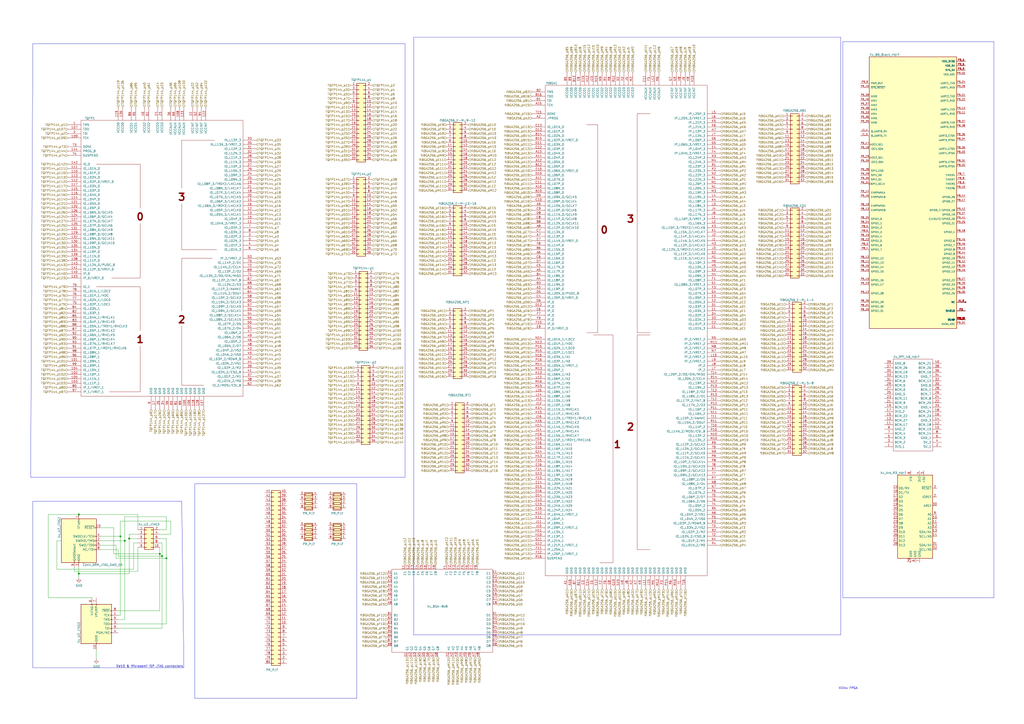
<source format=kicad_sch>
(kicad_sch (version 20230121) (generator eeschema)
  (paper "A2")
  (lib_symbols
    (symbol "BGA-64_8x8_P1.0mm:BGA-8x8" (pin_names (offset 1.016))
      (property "Reference" "U" (at -11.43 11.43 0))
      (property "Value" "BGA-8x8" (at 16.51 -15.24 0))
      (symbol "BGA-8x8_1_1"
        (pin bidirectional line (at -15.24 7.62 0) (length 2.54) (name "A1") (number "A1"))
        (pin bidirectional line (at -15.24 5.08 0) (length 2.54) (name "A2") (number "A2"))
        (pin bidirectional line (at -15.24 2.54 0) (length 2.54) (name "A3") (number "A3"))
        (pin bidirectional line (at -15.24 0 0) (length 2.54) (name "A4") (number "A4"))
        (pin bidirectional line (at -15.24 -2.54 0) (length 2.54) (name "A5") (number "A5"))
        (pin bidirectional line (at -15.24 -5.08 0) (length 2.54) (name "A6") (number "A6"))
        (pin bidirectional line (at -15.24 -7.62 0) (length 2.54) (name "A7") (number "A7"))
        (pin bidirectional line (at -15.24 -10.16 0) (length 2.54) (name "A8") (number "A8"))
        (pin bidirectional line (at -15.24 -16.51 0) (length 2.54) (name "B1") (number "B1"))
        (pin bidirectional line (at -15.24 -19.05 0) (length 2.54) (name "B2") (number "B2"))
        (pin bidirectional line (at -15.24 -21.59 0) (length 2.54) (name "B3") (number "B3"))
        (pin bidirectional line (at -15.24 -24.13 0) (length 2.54) (name "B4") (number "B4"))
        (pin bidirectional line (at -15.24 -26.67 0) (length 2.54) (name "B5") (number "B5"))
        (pin bidirectional line (at -15.24 -29.21 0) (length 2.54) (name "B6") (number "B6"))
        (pin bidirectional line (at -15.24 -31.75 0) (length 2.54) (name "B7") (number "B7"))
        (pin bidirectional line (at -15.24 -34.29 0) (length 2.54) (name "B8") (number "B8"))
        (pin bidirectional line (at 48.26 7.62 180) (length 2.54) (name "C1") (number "C1"))
        (pin bidirectional line (at 48.26 5.08 180) (length 2.54) (name "C2") (number "C2"))
        (pin bidirectional line (at 48.26 2.54 180) (length 2.54) (name "C3") (number "C3"))
        (pin bidirectional line (at 48.26 0 180) (length 2.54) (name "C4") (number "C4"))
        (pin bidirectional line (at 48.26 -2.54 180) (length 2.54) (name "C5") (number "C5"))
        (pin bidirectional line (at 48.26 -5.08 180) (length 2.54) (name "C6") (number "C6"))
        (pin bidirectional line (at 48.26 -7.62 180) (length 2.54) (name "C7") (number "C7"))
        (pin bidirectional line (at 48.26 -10.16 180) (length 2.54) (name "C8") (number "C8"))
        (pin bidirectional line (at 48.26 -16.51 180) (length 2.54) (name "D1") (number "D1"))
        (pin bidirectional line (at 48.26 -19.05 180) (length 2.54) (name "D2") (number "D2"))
        (pin bidirectional line (at 48.26 -21.59 180) (length 2.54) (name "D3") (number "D3"))
        (pin bidirectional line (at 48.26 -24.13 180) (length 2.54) (name "D4") (number "D4"))
        (pin bidirectional line (at 48.26 -26.67 180) (length 2.54) (name "D5") (number "D5"))
        (pin bidirectional line (at 48.26 -29.21 180) (length 2.54) (name "D6") (number "D6"))
        (pin bidirectional line (at 48.26 -31.75 180) (length 2.54) (name "D7") (number "D7"))
        (pin bidirectional line (at 48.26 -34.29 180) (length 2.54) (name "D8") (number "D8"))
        (pin bidirectional line (at -5.08 12.7 270) (length 2.54) (name "E1") (number "E1"))
        (pin bidirectional line (at -2.54 12.7 270) (length 2.54) (name "E2") (number "E2"))
        (pin bidirectional line (at 0 12.7 270) (length 2.54) (name "E3") (number "E3"))
        (pin bidirectional line (at 2.54 12.7 270) (length 2.54) (name "E4") (number "E4"))
        (pin bidirectional line (at 5.08 12.7 270) (length 2.54) (name "E5") (number "E5"))
        (pin bidirectional line (at 7.62 12.7 270) (length 2.54) (name "E6") (number "E6"))
        (pin bidirectional line (at 10.16 12.7 270) (length 2.54) (name "E7") (number "E7"))
        (pin bidirectional line (at 12.7 12.7 270) (length 2.54) (name "E8") (number "E8"))
        (pin bidirectional line (at 19.05 12.7 270) (length 2.54) (name "F1") (number "F1"))
        (pin bidirectional line (at 21.59 12.7 270) (length 2.54) (name "F2") (number "F2"))
        (pin bidirectional line (at 24.13 12.7 270) (length 2.54) (name "F3") (number "F3"))
        (pin bidirectional line (at 26.67 12.7 270) (length 2.54) (name "F4") (number "F4"))
        (pin bidirectional line (at 29.21 12.7 270) (length 2.54) (name "F5") (number "F5"))
        (pin bidirectional line (at 31.75 12.7 270) (length 2.54) (name "F6") (number "F6"))
        (pin bidirectional line (at 34.29 12.7 270) (length 2.54) (name "F7") (number "F7"))
        (pin bidirectional line (at 36.83 12.7 270) (length 2.54) (name "F8") (number "F8"))
        (pin bidirectional line (at -3.81 -40.64 90) (length 2.54) (name "G1") (number "G1"))
        (pin bidirectional line (at -1.27 -40.64 90) (length 2.54) (name "G2") (number "G2"))
        (pin bidirectional line (at 1.27 -40.64 90) (length 2.54) (name "G3") (number "G3"))
        (pin bidirectional line (at 3.81 -40.64 90) (length 2.54) (name "G4") (number "G4"))
        (pin bidirectional line (at 6.35 -40.64 90) (length 2.54) (name "G5") (number "G5"))
        (pin bidirectional line (at 8.89 -40.64 90) (length 2.54) (name "G6") (number "G6"))
        (pin bidirectional line (at 11.43 -40.64 90) (length 2.54) (name "G7") (number "G7"))
        (pin bidirectional line (at 13.97 -40.64 90) (length 2.54) (name "G8") (number "G8"))
        (pin bidirectional line (at 20.32 -40.64 90) (length 2.54) (name "H1") (number "H1"))
        (pin bidirectional line (at 22.86 -40.64 90) (length 2.54) (name "H2") (number "H2"))
        (pin bidirectional line (at 25.4 -40.64 90) (length 2.54) (name "H3") (number "H3"))
        (pin bidirectional line (at 27.94 -40.64 90) (length 2.54) (name "H4") (number "H4"))
        (pin bidirectional line (at 30.48 -40.64 90) (length 2.54) (name "H5") (number "H5"))
        (pin bidirectional line (at 33.02 -40.64 90) (length 2.54) (name "H6") (number "H6"))
        (pin bidirectional line (at 35.56 -40.64 90) (length 2.54) (name "H7") (number "H7"))
        (pin bidirectional line (at 38.1 -40.64 90) (length 2.54) (name "H8") (number "H8"))
      )
    )
    (symbol "Connector:Conn_ARM_JTAG_SWD_10" (pin_names (offset 1.016))
      (property "Reference" "J" (at -2.54 16.51 0))
      (property "Value" "Conn_ARM_JTAG_SWD_10" (at -2.54 13.97 0))
      (symbol "Conn_ARM_JTAG_SWD_10_1_1"
        (pin power_in line (at 0 15.24 270) (length 2.54) (name "VTref") (number "1"))
        (pin open_collector line (at 12.7 7.62 180) (length 2.54) (name "~{RESET}") (number "10"))
        (pin bidirectional line (at 12.7 0 180) (length 2.54) (name "SWDIO/TMS") (number "2"))
        (pin power_in line (at 0 -15.24 90) (length 2.54) (name "GND") (number "3"))
        (pin output line (at 12.7 2.54 180) (length 2.54) (name "SWDCLK/TCK") (number "4"))
        (pin passive line (at 0 -15.24 90) (length 2.54) hide (name "GND") (number "5"))
        (pin input line (at 12.7 -2.54 180) (length 2.54) (name "SWO/TDO") (number "6"))
        (pin no_connect line (at -10.16 0 0) (length 2.54) hide (name "KEY") (number "7"))
        (pin output line (at 12.7 -5.08 180) (length 2.54) (name "NC/TDI") (number "8"))
        (pin passive line (at -2.54 -15.24 90) (length 2.54) (name "GNDDetect") (number "9"))
      )
    )
    (symbol "Connector:Microsemi_FlashPro-JTAG-10" (pin_names (offset 1.016))
      (property "Reference" "J" (at 4.445 12.7 0))
      (property "Value" "Microsemi_FlashPro-JTAG-10" (at 2.54 -12.7 0))
      (symbol "Microsemi_FlashPro-JTAG-10_1_1"
        (pin passive line (at 12.7 5.08 180) (length 3.81) (name "TCK") (number "1"))
        (pin power_in line (at 0 -15.24 90) (length 3.81) (name "GND") (number "10"))
        (pin passive line (at 0 -15.24 90) (length 3.81) hide (name "GND") (number "2"))
        (pin passive line (at 12.7 0 180) (length 3.81) (name "TDO") (number "3"))
        (pin passive line (at 12.7 -5.08 180) (length 3.81) (name "PGM/NC") (number "4"))
        (pin passive line (at 12.7 2.54 180) (length 3.81) (name "TMS") (number "5"))
        (pin power_in line (at -2.54 15.24 270) (length 3.81) (name "VJTAG") (number "6"))
        (pin power_out line (at 0 15.24 270) (length 3.81) (name "VPUMP") (number "7"))
        (pin passive line (at 12.7 7.62 180) (length 3.81) (name "~{TRST}") (number "8"))
        (pin passive line (at 12.7 -2.54 180) (length 3.81) (name "TDI") (number "9"))
      )
    )
    (symbol "Connector_Generic:Conn_02x05_Odd_Even" (pin_names (offset 1.016) hide)
      (property "Reference" "J" (at 1.27 7.62 0))
      (property "Value" "Conn_02x05_Odd_Even" (at 1.27 -7.62 0))
      (symbol "Conn_02x05_Odd_Even_1_1"
        (pin passive line (at -5.08 5.08 0) (length 3.81) (name "Pin_1") (number "1"))
        (pin passive line (at 7.62 -5.08 180) (length 3.81) (name "Pin_10") (number "10"))
        (pin passive line (at 7.62 5.08 180) (length 3.81) (name "Pin_2") (number "2"))
        (pin passive line (at -5.08 2.54 0) (length 3.81) (name "Pin_3") (number "3"))
        (pin passive line (at 7.62 2.54 180) (length 3.81) (name "Pin_4") (number "4"))
        (pin passive line (at -5.08 0 0) (length 3.81) (name "Pin_5") (number "5"))
        (pin passive line (at 7.62 0 180) (length 3.81) (name "Pin_6") (number "6"))
        (pin passive line (at -5.08 -2.54 0) (length 3.81) (name "Pin_7") (number "7"))
        (pin passive line (at 7.62 -2.54 180) (length 3.81) (name "Pin_8") (number "8"))
        (pin passive line (at -5.08 -5.08 0) (length 3.81) (name "Pin_9") (number "9"))
      )
    )
    (symbol "Connector_Generic:Conn_02x16_Odd_Even" (pin_names (offset 1.016) hide)
      (property "Reference" "J" (at 1.27 20.32 0))
      (property "Value" "Conn_02x16_Odd_Even" (at 1.27 -22.86 0))
      (symbol "Conn_02x16_Odd_Even_1_1"
        (pin passive line (at -5.08 17.78 0) (length 3.81) (name "Pin_1") (number "1"))
        (pin passive line (at 7.62 7.62 180) (length 3.81) (name "Pin_10") (number "10"))
        (pin passive line (at -5.08 5.08 0) (length 3.81) (name "Pin_11") (number "11"))
        (pin passive line (at 7.62 5.08 180) (length 3.81) (name "Pin_12") (number "12"))
        (pin passive line (at -5.08 2.54 0) (length 3.81) (name "Pin_13") (number "13"))
        (pin passive line (at 7.62 2.54 180) (length 3.81) (name "Pin_14") (number "14"))
        (pin passive line (at -5.08 0 0) (length 3.81) (name "Pin_15") (number "15"))
        (pin passive line (at 7.62 0 180) (length 3.81) (name "Pin_16") (number "16"))
        (pin passive line (at -5.08 -2.54 0) (length 3.81) (name "Pin_17") (number "17"))
        (pin passive line (at 7.62 -2.54 180) (length 3.81) (name "Pin_18") (number "18"))
        (pin passive line (at -5.08 -5.08 0) (length 3.81) (name "Pin_19") (number "19"))
        (pin passive line (at 7.62 17.78 180) (length 3.81) (name "Pin_2") (number "2"))
        (pin passive line (at 7.62 -5.08 180) (length 3.81) (name "Pin_20") (number "20"))
        (pin passive line (at -5.08 -7.62 0) (length 3.81) (name "Pin_21") (number "21"))
        (pin passive line (at 7.62 -7.62 180) (length 3.81) (name "Pin_22") (number "22"))
        (pin passive line (at -5.08 -10.16 0) (length 3.81) (name "Pin_23") (number "23"))
        (pin passive line (at 7.62 -10.16 180) (length 3.81) (name "Pin_24") (number "24"))
        (pin passive line (at -5.08 -12.7 0) (length 3.81) (name "Pin_25") (number "25"))
        (pin passive line (at 7.62 -12.7 180) (length 3.81) (name "Pin_26") (number "26"))
        (pin passive line (at -5.08 -15.24 0) (length 3.81) (name "Pin_27") (number "27"))
        (pin passive line (at 7.62 -15.24 180) (length 3.81) (name "Pin_28") (number "28"))
        (pin passive line (at -5.08 -17.78 0) (length 3.81) (name "Pin_29") (number "29"))
        (pin passive line (at -5.08 15.24 0) (length 3.81) (name "Pin_3") (number "3"))
        (pin passive line (at 7.62 -17.78 180) (length 3.81) (name "Pin_30") (number "30"))
        (pin passive line (at -5.08 -20.32 0) (length 3.81) (name "Pin_31") (number "31"))
        (pin passive line (at 7.62 -20.32 180) (length 3.81) (name "Pin_32") (number "32"))
        (pin passive line (at 7.62 15.24 180) (length 3.81) (name "Pin_4") (number "4"))
        (pin passive line (at -5.08 12.7 0) (length 3.81) (name "Pin_5") (number "5"))
        (pin passive line (at 7.62 12.7 180) (length 3.81) (name "Pin_6") (number "6"))
        (pin passive line (at -5.08 10.16 0) (length 3.81) (name "Pin_7") (number "7"))
        (pin passive line (at 7.62 10.16 180) (length 3.81) (name "Pin_8") (number "8"))
        (pin passive line (at -5.08 7.62 0) (length 3.81) (name "Pin_9") (number "9"))
      )
    )
    (symbol "Connector_Generic:Conn_02x18_Odd_Even" (pin_names (offset 1.016) hide)
      (property "Reference" "J" (at 1.27 22.86 0))
      (property "Value" "Conn_02x18_Odd_Even" (at 1.27 -25.4 0))
      (symbol "Conn_02x18_Odd_Even_1_1"
        (pin passive line (at -5.08 20.32 0) (length 3.81) (name "Pin_1") (number "1"))
        (pin passive line (at 7.62 10.16 180) (length 3.81) (name "Pin_10") (number "10"))
        (pin passive line (at -5.08 7.62 0) (length 3.81) (name "Pin_11") (number "11"))
        (pin passive line (at 7.62 7.62 180) (length 3.81) (name "Pin_12") (number "12"))
        (pin passive line (at -5.08 5.08 0) (length 3.81) (name "Pin_13") (number "13"))
        (pin passive line (at 7.62 5.08 180) (length 3.81) (name "Pin_14") (number "14"))
        (pin passive line (at -5.08 2.54 0) (length 3.81) (name "Pin_15") (number "15"))
        (pin passive line (at 7.62 2.54 180) (length 3.81) (name "Pin_16") (number "16"))
        (pin passive line (at -5.08 0 0) (length 3.81) (name "Pin_17") (number "17"))
        (pin passive line (at 7.62 0 180) (length 3.81) (name "Pin_18") (number "18"))
        (pin passive line (at -5.08 -2.54 0) (length 3.81) (name "Pin_19") (number "19"))
        (pin passive line (at 7.62 20.32 180) (length 3.81) (name "Pin_2") (number "2"))
        (pin passive line (at 7.62 -2.54 180) (length 3.81) (name "Pin_20") (number "20"))
        (pin passive line (at -5.08 -5.08 0) (length 3.81) (name "Pin_21") (number "21"))
        (pin passive line (at 7.62 -5.08 180) (length 3.81) (name "Pin_22") (number "22"))
        (pin passive line (at -5.08 -7.62 0) (length 3.81) (name "Pin_23") (number "23"))
        (pin passive line (at 7.62 -7.62 180) (length 3.81) (name "Pin_24") (number "24"))
        (pin passive line (at -5.08 -10.16 0) (length 3.81) (name "Pin_25") (number "25"))
        (pin passive line (at 7.62 -10.16 180) (length 3.81) (name "Pin_26") (number "26"))
        (pin passive line (at -5.08 -12.7 0) (length 3.81) (name "Pin_27") (number "27"))
        (pin passive line (at 7.62 -12.7 180) (length 3.81) (name "Pin_28") (number "28"))
        (pin passive line (at -5.08 -15.24 0) (length 3.81) (name "Pin_29") (number "29"))
        (pin passive line (at -5.08 17.78 0) (length 3.81) (name "Pin_3") (number "3"))
        (pin passive line (at 7.62 -15.24 180) (length 3.81) (name "Pin_30") (number "30"))
        (pin passive line (at -5.08 -17.78 0) (length 3.81) (name "Pin_31") (number "31"))
        (pin passive line (at 7.62 -17.78 180) (length 3.81) (name "Pin_32") (number "32"))
        (pin passive line (at -5.08 -20.32 0) (length 3.81) (name "Pin_33") (number "33"))
        (pin passive line (at 7.62 -20.32 180) (length 3.81) (name "Pin_34") (number "34"))
        (pin passive line (at -5.08 -22.86 0) (length 3.81) (name "Pin_35") (number "35"))
        (pin passive line (at 7.62 -22.86 180) (length 3.81) (name "Pin_36") (number "36"))
        (pin passive line (at 7.62 17.78 180) (length 3.81) (name "Pin_4") (number "4"))
        (pin passive line (at -5.08 15.24 0) (length 3.81) (name "Pin_5") (number "5"))
        (pin passive line (at 7.62 15.24 180) (length 3.81) (name "Pin_6") (number "6"))
        (pin passive line (at -5.08 12.7 0) (length 3.81) (name "Pin_7") (number "7"))
        (pin passive line (at 7.62 12.7 180) (length 3.81) (name "Pin_8") (number "8"))
        (pin passive line (at -5.08 10.16 0) (length 3.81) (name "Pin_9") (number "9"))
      )
    )
    (symbol "Connector_Generic:Conn_02x40_Counter_Clockwise" (pin_names (offset 1.016) hide)
      (property "Reference" "J" (at 1.27 50.8 0))
      (property "Value" "Conn_02x40_Counter_Clockwise" (at 1.27 -53.34 0))
      (symbol "Conn_02x40_Counter_Clockwise_1_1"
        (pin passive line (at -5.08 48.26 0) (length 3.81) (name "Pin_1") (number "1"))
        (pin passive line (at -5.08 25.4 0) (length 3.81) (name "Pin_10") (number "10"))
        (pin passive line (at -5.08 22.86 0) (length 3.81) (name "Pin_11") (number "11"))
        (pin passive line (at -5.08 20.32 0) (length 3.81) (name "Pin_12") (number "12"))
        (pin passive line (at -5.08 17.78 0) (length 3.81) (name "Pin_13") (number "13"))
        (pin passive line (at -5.08 15.24 0) (length 3.81) (name "Pin_14") (number "14"))
        (pin passive line (at -5.08 12.7 0) (length 3.81) (name "Pin_15") (number "15"))
        (pin passive line (at -5.08 10.16 0) (length 3.81) (name "Pin_16") (number "16"))
        (pin passive line (at -5.08 7.62 0) (length 3.81) (name "Pin_17") (number "17"))
        (pin passive line (at -5.08 5.08 0) (length 3.81) (name "Pin_18") (number "18"))
        (pin passive line (at -5.08 2.54 0) (length 3.81) (name "Pin_19") (number "19"))
        (pin passive line (at -5.08 45.72 0) (length 3.81) (name "Pin_2") (number "2"))
        (pin passive line (at -5.08 0 0) (length 3.81) (name "Pin_20") (number "20"))
        (pin passive line (at -5.08 -2.54 0) (length 3.81) (name "Pin_21") (number "21"))
        (pin passive line (at -5.08 -5.08 0) (length 3.81) (name "Pin_22") (number "22"))
        (pin passive line (at -5.08 -7.62 0) (length 3.81) (name "Pin_23") (number "23"))
        (pin passive line (at -5.08 -10.16 0) (length 3.81) (name "Pin_24") (number "24"))
        (pin passive line (at -5.08 -12.7 0) (length 3.81) (name "Pin_25") (number "25"))
        (pin passive line (at -5.08 -15.24 0) (length 3.81) (name "Pin_26") (number "26"))
        (pin passive line (at -5.08 -17.78 0) (length 3.81) (name "Pin_27") (number "27"))
        (pin passive line (at -5.08 -20.32 0) (length 3.81) (name "Pin_28") (number "28"))
        (pin passive line (at -5.08 -22.86 0) (length 3.81) (name "Pin_29") (number "29"))
        (pin passive line (at -5.08 43.18 0) (length 3.81) (name "Pin_3") (number "3"))
        (pin passive line (at -5.08 -25.4 0) (length 3.81) (name "Pin_30") (number "30"))
        (pin passive line (at -5.08 -27.94 0) (length 3.81) (name "Pin_31") (number "31"))
        (pin passive line (at -5.08 -30.48 0) (length 3.81) (name "Pin_32") (number "32"))
        (pin passive line (at -5.08 -33.02 0) (length 3.81) (name "Pin_33") (number "33"))
        (pin passive line (at -5.08 -35.56 0) (length 3.81) (name "Pin_34") (number "34"))
        (pin passive line (at -5.08 -38.1 0) (length 3.81) (name "Pin_35") (number "35"))
        (pin passive line (at -5.08 -40.64 0) (length 3.81) (name "Pin_36") (number "36"))
        (pin passive line (at -5.08 -43.18 0) (length 3.81) (name "Pin_37") (number "37"))
        (pin passive line (at -5.08 -45.72 0) (length 3.81) (name "Pin_38") (number "38"))
        (pin passive line (at -5.08 -48.26 0) (length 3.81) (name "Pin_39") (number "39"))
        (pin passive line (at -5.08 40.64 0) (length 3.81) (name "Pin_4") (number "4"))
        (pin passive line (at -5.08 -50.8 0) (length 3.81) (name "Pin_40") (number "40"))
        (pin passive line (at 7.62 -50.8 180) (length 3.81) (name "Pin_41") (number "41"))
        (pin passive line (at 7.62 -48.26 180) (length 3.81) (name "Pin_42") (number "42"))
        (pin passive line (at 7.62 -45.72 180) (length 3.81) (name "Pin_43") (number "43"))
        (pin passive line (at 7.62 -43.18 180) (length 3.81) (name "Pin_44") (number "44"))
        (pin passive line (at 7.62 -40.64 180) (length 3.81) (name "Pin_45") (number "45"))
        (pin passive line (at 7.62 -38.1 180) (length 3.81) (name "Pin_46") (number "46"))
        (pin passive line (at 7.62 -35.56 180) (length 3.81) (name "Pin_47") (number "47"))
        (pin passive line (at 7.62 -33.02 180) (length 3.81) (name "Pin_48") (number "48"))
        (pin passive line (at 7.62 -30.48 180) (length 3.81) (name "Pin_49") (number "49"))
        (pin passive line (at -5.08 38.1 0) (length 3.81) (name "Pin_5") (number "5"))
        (pin passive line (at 7.62 -27.94 180) (length 3.81) (name "Pin_50") (number "50"))
        (pin passive line (at 7.62 -25.4 180) (length 3.81) (name "Pin_51") (number "51"))
        (pin passive line (at 7.62 -22.86 180) (length 3.81) (name "Pin_52") (number "52"))
        (pin passive line (at 7.62 -20.32 180) (length 3.81) (name "Pin_53") (number "53"))
        (pin passive line (at 7.62 -17.78 180) (length 3.81) (name "Pin_54") (number "54"))
        (pin passive line (at 7.62 -15.24 180) (length 3.81) (name "Pin_55") (number "55"))
        (pin passive line (at 7.62 -12.7 180) (length 3.81) (name "Pin_56") (number "56"))
        (pin passive line (at 7.62 -10.16 180) (length 3.81) (name "Pin_57") (number "57"))
        (pin passive line (at 7.62 -7.62 180) (length 3.81) (name "Pin_58") (number "58"))
        (pin passive line (at 7.62 -5.08 180) (length 3.81) (name "Pin_59") (number "59"))
        (pin passive line (at -5.08 35.56 0) (length 3.81) (name "Pin_6") (number "6"))
        (pin passive line (at 7.62 -2.54 180) (length 3.81) (name "Pin_60") (number "60"))
        (pin passive line (at 7.62 0 180) (length 3.81) (name "Pin_61") (number "61"))
        (pin passive line (at 7.62 2.54 180) (length 3.81) (name "Pin_62") (number "62"))
        (pin passive line (at 7.62 5.08 180) (length 3.81) (name "Pin_63") (number "63"))
        (pin passive line (at 7.62 7.62 180) (length 3.81) (name "Pin_64") (number "64"))
        (pin passive line (at 7.62 10.16 180) (length 3.81) (name "Pin_65") (number "65"))
        (pin passive line (at 7.62 12.7 180) (length 3.81) (name "Pin_66") (number "66"))
        (pin passive line (at 7.62 15.24 180) (length 3.81) (name "Pin_67") (number "67"))
        (pin passive line (at 7.62 17.78 180) (length 3.81) (name "Pin_68") (number "68"))
        (pin passive line (at 7.62 20.32 180) (length 3.81) (name "Pin_69") (number "69"))
        (pin passive line (at -5.08 33.02 0) (length 3.81) (name "Pin_7") (number "7"))
        (pin passive line (at 7.62 22.86 180) (length 3.81) (name "Pin_70") (number "70"))
        (pin passive line (at 7.62 25.4 180) (length 3.81) (name "Pin_71") (number "71"))
        (pin passive line (at 7.62 27.94 180) (length 3.81) (name "Pin_72") (number "72"))
        (pin passive line (at 7.62 30.48 180) (length 3.81) (name "Pin_73") (number "73"))
        (pin passive line (at 7.62 33.02 180) (length 3.81) (name "Pin_74") (number "74"))
        (pin passive line (at 7.62 35.56 180) (length 3.81) (name "Pin_75") (number "75"))
        (pin passive line (at 7.62 38.1 180) (length 3.81) (name "Pin_76") (number "76"))
        (pin passive line (at 7.62 40.64 180) (length 3.81) (name "Pin_77") (number "77"))
        (pin passive line (at 7.62 43.18 180) (length 3.81) (name "Pin_78") (number "78"))
        (pin passive line (at 7.62 45.72 180) (length 3.81) (name "Pin_79") (number "79"))
        (pin passive line (at -5.08 30.48 0) (length 3.81) (name "Pin_8") (number "8"))
        (pin passive line (at 7.62 48.26 180) (length 3.81) (name "Pin_80") (number "80"))
        (pin passive line (at -5.08 27.94 0) (length 3.81) (name "Pin_9") (number "9"))
      )
    )
    (symbol "Device:R_Pack04" (pin_names (offset 0) hide)
      (property "Reference" "RN" (at -7.62 0 90))
      (property "Value" "R_Pack04" (at 5.08 0 90))
      (symbol "R_Pack04_1_1"
        (pin passive line (at -5.08 -5.08 90) (length 2.54) (name "R1.1") (number "1"))
        (pin passive line (at -2.54 -5.08 90) (length 2.54) (name "R2.1") (number "2"))
        (pin passive line (at 0 -5.08 90) (length 2.54) (name "R3.1") (number "3"))
        (pin passive line (at 2.54 -5.08 90) (length 2.54) (name "R4.1") (number "4"))
        (pin passive line (at 2.54 5.08 270) (length 2.54) (name "R4.2") (number "5"))
        (pin passive line (at 0 5.08 270) (length 2.54) (name "R3.2") (number "6"))
        (pin passive line (at -2.54 5.08 270) (length 2.54) (name "R2.2") (number "7"))
        (pin passive line (at -5.08 5.08 270) (length 2.54) (name "R1.2") (number "8"))
      )
    )
    (symbol "FPGAs-Ard_RPi_BB-rescue:BEAGLEBONEBLACK-BEAGLEBONEBLACK" (pin_names (offset 1.016))
      (property "Reference" "U" (at -25.4 79.375 0))
      (property "Value" "BEAGLEBONEBLACK_BEAGLEBONEBLACK" (at -25.4 -81.28 0))
      (symbol "BEAGLEBONEBLACK-BEAGLEBONEBLACK_0_0"
        (pin power_in line (at 30.48 -73.66 180) (length 5.08) (name "DGND") (number "J1_1"))
        (pin no_connect line (at 30.48 -63.5 180) (length 5.08) (name "NC") (number "J1_2"))
        (pin no_connect line (at 30.48 -63.5 180) (length 5.08) (name "NC") (number "J1_3"))
        (pin bidirectional line (at -30.48 35.56 0) (length 5.08) (name "B_UART0_RX") (number "J1_4"))
        (pin bidirectional line (at -30.48 33.02 0) (length 5.08) (name "B_UART0_TX") (number "J1_5"))
        (pin no_connect line (at 30.48 -63.5 180) (length 5.08) (name "NC") (number "J1_6"))
        (pin passive line (at 30.48 -68.58 180) (length 5.08) (name "SHIELD") (number "P1"))
        (pin passive line (at 30.48 -68.58 180) (length 5.08) (name "SHIELD") (number "P2"))
        (pin passive line (at 30.48 -68.58 180) (length 5.08) (name "SHIELD") (number "P3"))
        (pin passive line (at 30.48 -68.58 180) (length 5.08) (name "SHIELD") (number "P4"))
        (pin power_in line (at 30.48 -73.66 180) (length 5.08) (name "DGND") (number "P8_1"))
        (pin bidirectional line (at 30.48 2.54 180) (length 5.08) (name "TIMER6") (number "P8_10"))
        (pin bidirectional line (at -30.48 -40.64 0) (length 5.08) (name "GPIO1_13") (number "P8_11"))
        (pin bidirectional line (at -30.48 -38.1 0) (length 5.08) (name "GPIO1_12") (number "P8_12"))
        (pin bidirectional line (at -30.48 -10.16 0) (length 5.08) (name "EHRPWM2B") (number "P8_13"))
        (pin bidirectional line (at 30.48 -2.54 180) (length 5.08) (name "GPIO0_26") (number "P8_14"))
        (pin bidirectional line (at -30.48 -45.72 0) (length 5.08) (name "GPIO1_15") (number "P8_15"))
        (pin bidirectional line (at -30.48 -43.18 0) (length 5.08) (name "GPIO1_14") (number "P8_16"))
        (pin bidirectional line (at 30.48 -5.08 180) (length 5.08) (name "GPIO0_27") (number "P8_17"))
        (pin bidirectional line (at 30.48 -22.86 180) (length 5.08) (name "GPIO2_1") (number "P8_18"))
        (pin bidirectional line (at -30.48 -7.62 0) (length 5.08) (name "EHRPWM2A") (number "P8_19"))
        (pin power_in line (at 30.48 -73.66 180) (length 5.08) (name "DGND") (number "P8_2"))
        (pin bidirectional line (at -30.48 -68.58 0) (length 5.08) (name "GPIO1_31") (number "P8_20"))
        (pin bidirectional line (at -30.48 -66.04 0) (length 5.08) (name "GPIO1_30") (number "P8_21"))
        (pin bidirectional line (at -30.48 -27.94 0) (length 5.08) (name "GPIO1_5") (number "P8_22"))
        (pin bidirectional line (at -30.48 -25.4 0) (length 5.08) (name "GPIO1_4") (number "P8_23"))
        (pin bidirectional line (at -30.48 -17.78 0) (length 5.08) (name "GPIO1_1") (number "P8_24"))
        (pin bidirectional line (at -30.48 -15.24 0) (length 5.08) (name "GPIO1_0") (number "P8_25"))
        (pin bidirectional line (at -30.48 -63.5 0) (length 5.08) (name "GPIO1_29") (number "P8_26"))
        (pin bidirectional line (at 30.48 -50.8 180) (length 5.08) (name "GPIO2_22") (number "P8_27"))
        (pin bidirectional line (at 30.48 -55.88 180) (length 5.08) (name "GPIO2_24") (number "P8_28"))
        (pin bidirectional line (at 30.48 -53.34 180) (length 5.08) (name "GPIO2_23") (number "P8_29"))
        (pin bidirectional line (at -30.48 -30.48 0) (length 5.08) (name "GPIO1_6") (number "P8_3"))
        (pin bidirectional line (at 30.48 -58.42 180) (length 5.08) (name "GPIO2_25") (number "P8_30"))
        (pin bidirectional line (at 30.48 17.78 180) (length 5.08) (name "UART5_CTSN") (number "P8_31"))
        (pin bidirectional line (at 30.48 15.24 180) (length 5.08) (name "UART5_RTSN") (number "P8_32"))
        (pin bidirectional line (at 30.48 22.86 180) (length 5.08) (name "UART4_RTSN") (number "P8_33"))
        (pin bidirectional line (at 30.48 30.48 180) (length 5.08) (name "UART3_RTSN") (number "P8_34"))
        (pin bidirectional line (at 30.48 25.4 180) (length 5.08) (name "UART4_CTSN") (number "P8_35"))
        (pin bidirectional line (at 30.48 33.02 180) (length 5.08) (name "UART3_CTSN") (number "P8_36"))
        (pin bidirectional line (at 30.48 40.64 180) (length 5.08) (name "UART5_TXD") (number "P8_37"))
        (pin bidirectional line (at 30.48 38.1 180) (length 5.08) (name "UART5_RXD") (number "P8_38"))
        (pin bidirectional line (at 30.48 -43.18 180) (length 5.08) (name "GPIO2_12") (number "P8_39"))
        (pin bidirectional line (at -30.48 -33.02 0) (length 5.08) (name "GPIO1_7") (number "P8_4"))
        (pin bidirectional line (at 30.48 -45.72 180) (length 5.08) (name "GPIO2_13") (number "P8_40"))
        (pin bidirectional line (at 30.48 -38.1 180) (length 5.08) (name "GPIO2_10") (number "P8_41"))
        (pin bidirectional line (at 30.48 -40.64 180) (length 5.08) (name "GPIO2_11") (number "P8_42"))
        (pin bidirectional line (at 30.48 -33.02 180) (length 5.08) (name "GPIO2_8") (number "P8_43"))
        (pin bidirectional line (at 30.48 -35.56 180) (length 5.08) (name "GPIO2_9") (number "P8_44"))
        (pin bidirectional line (at 30.48 -27.94 180) (length 5.08) (name "GPIO2_6") (number "P8_45"))
        (pin bidirectional line (at 30.48 -30.48 180) (length 5.08) (name "GPIO2_7") (number "P8_46"))
        (pin bidirectional line (at -30.48 -20.32 0) (length 5.08) (name "GPIO1_2") (number "P8_5"))
        (pin bidirectional line (at -30.48 -22.86 0) (length 5.08) (name "GPIO1_3") (number "P8_6"))
        (pin bidirectional line (at 30.48 10.16 180) (length 5.08) (name "TIMER4") (number "P8_7"))
        (pin bidirectional line (at 30.48 7.62 180) (length 5.08) (name "TIMER7") (number "P8_8"))
        (pin bidirectional line (at 30.48 5.08 180) (length 5.08) (name "TIMER5") (number "P8_9"))
        (pin power_in line (at 30.48 -73.66 180) (length 5.08) (name "DGND") (number "P9_1"))
        (pin input line (at -30.48 60.96 0) (length 5.08) (name "~{SYS_RESET}") (number "P9_10"))
        (pin bidirectional line (at 30.48 45.72 180) (length 5.08) (name "UART4_RXD") (number "P9_11"))
        (pin bidirectional line (at -30.48 -58.42 0) (length 5.08) (name "GPIO1_28") (number "P9_12"))
        (pin bidirectional line (at 30.48 48.26 180) (length 5.08) (name "UART4_TXD") (number "P9_13"))
        (pin bidirectional line (at -30.48 0 0) (length 5.08) (name "EHRPWM1A") (number "P9_14"))
        (pin bidirectional line (at -30.48 -50.8 0) (length 5.08) (name "GPIO1_16") (number "P9_15"))
        (pin bidirectional line (at -30.48 -2.54 0) (length 5.08) (name "EHRPWM1B") (number "P9_16"))
        (pin bidirectional clock (at -30.48 27.94 0) (length 5.08) (name "I2C1_SCL") (number "P9_17"))
        (pin bidirectional line (at -30.48 25.4 0) (length 5.08) (name "I2C1_SDA") (number "P9_18"))
        (pin bidirectional clock (at -30.48 20.32 0) (length 5.08) (name "I2C2_SCL") (number "P9_19"))
        (pin power_in line (at 30.48 -73.66 180) (length 5.08) (name "DGND") (number "P9_2"))
        (pin bidirectional line (at -30.48 17.78 0) (length 5.08) (name "I2C2_SDA") (number "P9_20"))
        (pin bidirectional line (at 30.48 55.88 180) (length 5.08) (name "UART2_TXD") (number "P9_21"))
        (pin bidirectional line (at 30.48 53.34 180) (length 5.08) (name "UART2_RXD") (number "P9_22"))
        (pin bidirectional line (at -30.48 -53.34 0) (length 5.08) (name "GPIO1_17") (number "P9_23"))
        (pin bidirectional line (at 30.48 63.5 180) (length 5.08) (name "UART1_TXD") (number "P9_24"))
        (pin bidirectional line (at 30.48 -17.78 180) (length 5.08) (name "GPIO3_21") (number "P9_25"))
        (pin bidirectional line (at 30.48 60.96 180) (length 5.08) (name "UART1_RXD") (number "P9_26"))
        (pin bidirectional line (at 30.48 -12.7 180) (length 5.08) (name "GPIO3_19") (number "P9_27"))
        (pin bidirectional line (at -30.48 12.7 0) (length 5.08) (name "SPI1_CS0") (number "P9_28"))
        (pin bidirectional line (at -30.48 10.16 0) (length 5.08) (name "SPI1_D0") (number "P9_29"))
        (pin power_in line (at 30.48 76.2 180) (length 5.08) (name "VDD_3V3B") (number "P9_3"))
        (pin bidirectional line (at -30.48 7.62 0) (length 5.08) (name "SPI1_D1") (number "P9_30"))
        (pin bidirectional clock (at -30.48 5.08 0) (length 5.08) (name "SPI1_SCLK") (number "P9_31"))
        (pin power_in line (at 30.48 68.58 180) (length 5.08) (name "VDD_ADC") (number "P9_32"))
        (pin input line (at -30.48 45.72 0) (length 5.08) (name "AIN4") (number "P9_33"))
        (pin power_in line (at 30.48 -76.2 180) (length 5.08) (name "GNDA_ADC") (number "P9_34"))
        (pin input line (at -30.48 40.64 0) (length 5.08) (name "AIN6") (number "P9_35"))
        (pin input line (at -30.48 43.18 0) (length 5.08) (name "AIN5") (number "P9_36"))
        (pin input line (at -30.48 50.8 0) (length 5.08) (name "AIN2") (number "P9_37"))
        (pin input line (at -30.48 48.26 0) (length 5.08) (name "AIN3") (number "P9_38"))
        (pin input line (at -30.48 55.88 0) (length 5.08) (name "AIN0") (number "P9_39"))
        (pin power_in line (at 30.48 76.2 180) (length 5.08) (name "VDD_3V3B") (number "P9_4"))
        (pin input line (at -30.48 53.34 0) (length 5.08) (name "AIN1") (number "P9_40"))
        (pin bidirectional line (at 30.48 -15.24 180) (length 5.08) (name "CLKOUT2/GPIO3_20") (number "P9_41"))
        (pin bidirectional line (at 30.48 -10.16 180) (length 5.08) (name "GPIO0_7/GPIO3_18") (number "P9_42"))
        (pin power_in line (at 30.48 -73.66 180) (length 5.08) (name "DGND") (number "P9_43"))
        (pin power_in line (at 30.48 -73.66 180) (length 5.08) (name "DGND") (number "P9_44"))
        (pin power_in line (at 30.48 -73.66 180) (length 5.08) (name "DGND") (number "P9_45"))
        (pin power_in line (at 30.48 -73.66 180) (length 5.08) (name "DGND") (number "P9_46"))
        (pin power_in line (at 30.48 73.66 180) (length 5.08) (name "VDD_5V") (number "P9_5"))
        (pin power_in line (at 30.48 73.66 180) (length 5.08) (name "VDD_5V") (number "P9_6"))
        (pin power_in line (at 30.48 71.12 180) (length 5.08) (name "SYS_5V") (number "P9_7"))
        (pin power_in line (at 30.48 71.12 180) (length 5.08) (name "SYS_5V") (number "P9_8"))
        (pin input line (at -30.48 63.5 0) (length 5.08) (name "PWR_BUT") (number "P9_9"))
      )
    )
    (symbol "FPGAs-Ard_RPi_BB-rescue:RASPBERRY_PI_4B_+_Samtec_ESP-120-33-G-D-RASPBERRY_PI_4B_+_Samtec_ESP-1" (pin_names (offset 0.762))
      (property "Reference" "J" (at 29.21 7.62 0))
      (property "Value" "RASPBERRY_PI_4B_+_Samtec_ESP-1_RASPBERRY_PI_4B_+_Samtec_ESP-120-33-G-D" (at 29.21 5.08 0))
      (symbol "RASPBERRY_PI_4B_+_Samtec_ESP-120-33-G-D-RASPBERRY_PI_4B_+_Samtec_ESP-1_0_0"
        (pin power_in line (at 0 -48.26 0) (length 5.08) (name "3V3_1") (number "1"))
        (pin passive line (at 33.02 -38.1 180) (length 5.08) (name "BCM_15") (number "10"))
        (pin passive line (at 0 -35.56 0) (length 5.08) (name "BCM_17") (number "11"))
        (pin passive line (at 33.02 -35.56 180) (length 5.08) (name "BCM_18") (number "12"))
        (pin passive line (at 0 -33.02 0) (length 5.08) (name "BCM_27") (number "13"))
        (pin power_in line (at 33.02 -33.02 180) (length 5.08) (name "GND_3") (number "14"))
        (pin passive line (at 0 -30.48 0) (length 5.08) (name "BCM_22") (number "15"))
        (pin passive line (at 33.02 -30.48 180) (length 5.08) (name "BCM_23") (number "16"))
        (pin power_in line (at 0 -27.94 0) (length 5.08) (name "3V3_2") (number "17"))
        (pin passive line (at 33.02 -27.94 180) (length 5.08) (name "BCM_24") (number "18"))
        (pin passive line (at 0 -25.4 0) (length 5.08) (name "BCM_10") (number "19"))
        (pin power_in line (at 33.02 -48.26 180) (length 5.08) (name "5V_1") (number "2"))
        (pin power_in line (at 33.02 -25.4 180) (length 5.08) (name "GND_4") (number "20"))
        (pin passive line (at 0 -22.86 0) (length 5.08) (name "BCM_9") (number "21"))
        (pin passive line (at 33.02 -22.86 180) (length 5.08) (name "BCM_25") (number "22"))
        (pin passive line (at 0 -20.32 0) (length 5.08) (name "BCM_11") (number "23"))
        (pin passive line (at 33.02 -20.32 180) (length 5.08) (name "BCM_8") (number "24"))
        (pin power_in line (at 0 -17.78 0) (length 5.08) (name "GND_5") (number "25"))
        (pin passive line (at 33.02 -17.78 180) (length 5.08) (name "BCM_7") (number "26"))
        (pin passive line (at 0 -15.24 0) (length 5.08) (name "BCM_0") (number "27"))
        (pin passive line (at 33.02 -15.24 180) (length 5.08) (name "BCM_1") (number "28"))
        (pin passive line (at 0 -12.7 0) (length 5.08) (name "BCM_5") (number "29"))
        (pin passive line (at 0 -45.72 0) (length 5.08) (name "BCM_2") (number "3"))
        (pin power_in line (at 33.02 -12.7 180) (length 5.08) (name "GND_6") (number "30"))
        (pin passive line (at 0 -10.16 0) (length 5.08) (name "BCM_6") (number "31"))
        (pin passive line (at 33.02 -10.16 180) (length 5.08) (name "BCM_12") (number "32"))
        (pin passive line (at 0 -7.62 0) (length 5.08) (name "BCM_13") (number "33"))
        (pin power_in line (at 33.02 -7.62 180) (length 5.08) (name "GND_7") (number "34"))
        (pin passive line (at 0 -5.08 0) (length 5.08) (name "BCM_19") (number "35"))
        (pin passive line (at 33.02 -5.08 180) (length 5.08) (name "BCM_16") (number "36"))
        (pin passive line (at 0 -2.54 0) (length 5.08) (name "BCM_26") (number "37"))
        (pin passive line (at 33.02 -2.54 180) (length 5.08) (name "BCM_20") (number "38"))
        (pin power_in line (at 0 0 0) (length 5.08) (name "GND_8") (number "39"))
        (pin power_in line (at 33.02 -45.72 180) (length 5.08) (name "5V_2") (number "4"))
        (pin passive line (at 33.02 0 180) (length 5.08) (name "BCM_21") (number "40"))
        (pin passive line (at 0 -43.18 0) (length 5.08) (name "BCM_3") (number "5"))
        (pin power_in line (at 33.02 -43.18 180) (length 5.08) (name "GND_1") (number "6"))
        (pin passive line (at 0 -40.64 0) (length 5.08) (name "BCM_4") (number "7"))
        (pin passive line (at 33.02 -40.64 180) (length 5.08) (name "BCM_14") (number "8"))
        (pin power_in line (at 0 -38.1 0) (length 5.08) (name "GND_2") (number "9"))
      )
    )
    (symbol "FPGAs-Ard_RPi_BB-rescue:XC3S200AN-FT256-FPGA_Xilinx" (pin_names (offset 1.016))
      (property "Reference" "U" (at 0 0 0))
      (property "Value" "FPGA_Xilinx_XC3S200AN-FT256" (at -15.24 128.27 0))
      (symbol "XC3S200AN-FT256-FPGA_Xilinx_0_0"
        (text "0" (at -12.7 58.42 0) (effects (font (size 4.064 4.064) bold)))
        (text "1" (at -5.08 -66.04 0) (effects (font (size 4.064 4.064) bold)))
        (text "2" (at 2.54 -55.88 0) (effects (font (size 4.064 4.064) bold)))
        (text "3" (at 2.54 64.77 0) (effects (font (size 4.064 4.064) bold)))
      )
      (symbol "XC3S200AN-FT256-FPGA_Xilinx_1_1"
        (pin power_in line (at -34.29 -149.86 90) (length 7.62) (name "GND") (number "A1"))
        (pin bidirectional line (at -54.61 82.55 0) (length 7.62) (name "IO_L08N_0") (number "A10"))
        (pin bidirectional line (at -54.61 87.63 0) (length 7.62) (name "IO_L07N_0") (number "A11"))
        (pin bidirectional line (at -54.61 97.79 0) (length 7.62) (name "IO_L05N_0") (number "A12"))
        (pin bidirectional line (at -54.61 102.87 0) (length 7.62) (name "IO_L04N_0") (number "A13"))
        (pin bidirectional line (at -54.61 100.33 0) (length 7.62) (name "IO_L04P_0") (number "A14"))
        (pin input line (at -54.61 130.81 0) (length 7.62) (name "TCK") (number "A15"))
        (pin power_in line (at -31.75 -149.86 90) (length 7.62) (name "GND") (number "A16"))
        (pin bidirectional line (at -54.61 123.19 0) (length 7.62) (name "/PROG") (number "A2"))
        (pin bidirectional line (at -54.61 24.13 0) (length 7.62) (name "IO_L19P_0") (number "A3"))
        (pin bidirectional line (at -54.61 29.21 0) (length 7.62) (name "IO_L18P_0") (number "A4"))
        (pin bidirectional line (at -54.61 34.29 0) (length 7.62) (name "IO_L17P_0") (number "A5"))
        (pin bidirectional line (at -54.61 44.45 0) (length 7.62) (name "IO_L15P_0") (number "A6"))
        (pin bidirectional line (at -54.61 54.61 0) (length 7.62) (name "IO_L13P_0") (number "A7"))
        (pin bidirectional line (at -54.61 59.69 0) (length 7.62) (name "IO_L12P_0/GCLK10") (number "A8"))
        (pin bidirectional line (at -54.61 72.39 0) (length 7.62) (name "IO_L10N_0/GCLK7") (number "A9"))
        (pin input line (at -54.61 133.35 0) (length 7.62) (name "TDI") (number "B1"))
        (pin bidirectional line (at -54.61 80.01 0) (length 7.62) (name "IO_L08P_0") (number "B10"))
        (pin power_in line (at -26.67 -149.86 90) (length 7.62) (name "GND") (number "B11"))
        (pin bidirectional line (at -54.61 95.25 0) (length 7.62) (name "IO_L05P_0") (number "B12"))
        (pin power_in line (at -29.21 149.86 270) (length 7.62) (name "VCCO0") (number "B13"))
        (pin bidirectional line (at -54.61 113.03 0) (length 7.62) (name "IO_L02N_0") (number "B14"))
        (pin bidirectional line (at -54.61 110.49 0) (length 7.62) (name "IO_L02P_0/VREF_0") (number "B15"))
        (pin output line (at -54.61 135.89 0) (length 7.62) (name "TDO") (number "B16"))
        (pin input line (at -54.61 138.43 0) (length 7.62) (name "TMS") (number "B2"))
        (pin bidirectional line (at -54.61 26.67 0) (length 7.62) (name "IO_L19N_0") (number "B3"))
        (pin bidirectional line (at -54.61 31.75 0) (length 7.62) (name "IO_L18N_0") (number "B4"))
        (pin power_in line (at -34.29 149.86 270) (length 7.62) (name "VCCO0") (number "B5"))
        (pin bidirectional line (at -54.61 46.99 0) (length 7.62) (name "IO_L15N_0") (number "B6"))
        (pin power_in line (at -29.21 -149.86 90) (length 7.62) (name "GND") (number "B7"))
        (pin bidirectional line (at -54.61 62.23 0) (length 7.62) (name "IO_L12N_0/GCLK11") (number "B8"))
        (pin power_in line (at -31.75 149.86 270) (length 7.62) (name "VCCO0") (number "B9"))
        (pin bidirectional line (at 54.61 1.27 180) (length 7.62) (name "IO_L01N_3") (number "C1"))
        (pin bidirectional line (at -54.61 74.93 0) (length 7.62) (name "IO_L09P_0/GCLK4") (number "C10"))
        (pin bidirectional line (at -54.61 85.09 0) (length 7.62) (name "IO_L07P_0") (number "C11"))
        (pin bidirectional line (at -54.61 105.41 0) (length 7.62) (name "IO_L03P_0") (number "C12"))
        (pin bidirectional line (at -54.61 118.11 0) (length 7.62) (name "IO_L01N_0") (number "C13"))
        (pin power_in line (at -21.59 -149.86 90) (length 7.62) (name "GND") (number "C14"))
        (pin bidirectional line (at -54.61 -101.6 0) (length 7.62) (name "IO_L24N_1/A25") (number "C15"))
        (pin bidirectional line (at -54.61 -104.14 0) (length 7.62) (name "IO_L24P_1/A24") (number "C16"))
        (pin bidirectional line (at 54.61 3.81 180) (length 7.62) (name "IO_L01P_3") (number "C2"))
        (pin power_in line (at -24.13 -149.86 90) (length 7.62) (name "GND") (number "C3"))
        (pin bidirectional line (at -54.61 19.05 0) (length 7.62) (name "IO_L20P_0/VREF_0") (number "C4"))
        (pin bidirectional line (at -54.61 36.83 0) (length 7.62) (name "IO_L17N_0") (number "C5"))
        (pin bidirectional line (at -54.61 41.91 0) (length 7.62) (name "IO_L16N_0") (number "C6"))
        (pin bidirectional line (at -54.61 57.15 0) (length 7.62) (name "IO_L13N_0") (number "C7"))
        (pin bidirectional line (at -54.61 64.77 0) (length 7.62) (name "IO_L11P_0/GCLK8") (number "C8"))
        (pin bidirectional line (at -54.61 69.85 0) (length 7.62) (name "IO_L10P_0/GCLK6") (number "C9"))
        (pin bidirectional line (at 54.61 13.97 180) (length 7.62) (name "IO_L03P_3") (number "D1"))
        (pin bidirectional line (at -54.61 90.17 0) (length 7.62) (name "IO_L06P_0") (number "D10"))
        (pin bidirectional line (at -54.61 107.95 0) (length 7.62) (name "IO_L03N_0") (number "D11"))
        (pin input line (at -54.61 13.97 0) (length 7.62) (name "IP_0") (number "D12"))
        (pin bidirectional line (at -54.61 115.57 0) (length 7.62) (name "IO_L01P_0") (number "D13"))
        (pin bidirectional line (at -54.61 -96.52 0) (length 7.62) (name "IO_L23N_1/A23") (number "D14"))
        (pin bidirectional line (at -54.61 -91.44 0) (length 7.62) (name "IO_L22N_1/A21") (number "D15"))
        (pin bidirectional line (at -54.61 -93.98 0) (length 7.62) (name "IO_L22P_1/A20") (number "D16"))
        (pin passive line (at -3.81 149.86 270) (length 7.62) (name "VCCO3") (number "D2"))
        (pin bidirectional line (at 54.61 6.35 180) (length 7.62) (name "IO_L02N_3") (number "D3"))
        (pin bidirectional line (at 54.61 8.89 180) (length 7.62) (name "IO_L02P_3") (number "D4"))
        (pin bidirectional line (at -54.61 21.59 0) (length 7.62) (name "IO_L20N_0/PUDC_B") (number "D5"))
        (pin input line (at -54.61 16.51 0) (length 7.62) (name "IP_0") (number "D6"))
        (pin bidirectional line (at -54.61 39.37 0) (length 7.62) (name "IO_L16P_0") (number "D7"))
        (pin bidirectional line (at -54.61 67.31 0) (length 7.62) (name "IO_L11N_0/GCLK9") (number "D8"))
        (pin bidirectional line (at -54.61 77.47 0) (length 7.62) (name "IO_L09N_0/GCLK5") (number "D9"))
        (pin bidirectional line (at 54.61 11.43 180) (length 7.62) (name "IO_L03N_3") (number "E1"))
        (pin bidirectional line (at -54.61 92.71 0) (length 7.62) (name "IO_L06N_0/VREF_0") (number "E10"))
        (pin power_in line (at 11.43 149.86 270) (length 7.62) (name "VCCAUX") (number "E11"))
        (pin power_in line (at -16.51 -149.86 90) (length 7.62) (name "GND") (number "E12"))
        (pin bidirectional line (at -54.61 -99.06 0) (length 7.62) (name "IO_L23P_1/A22") (number "E13"))
        (pin bidirectional line (at -54.61 -88.9 0) (length 7.62) (name "IO_L20P_1/A18") (number "E14"))
        (pin power_in line (at -24.13 149.86 270) (length 7.62) (name "VCCO1") (number "E15"))
        (pin bidirectional line (at -54.61 -78.74 0) (length 7.62) (name "IO_L18P_1/A14") (number "E16"))
        (pin bidirectional line (at 54.61 16.51 180) (length 7.62) (name "IO_L05N_3") (number "E2"))
        (pin bidirectional line (at 54.61 19.05 180) (length 7.62) (name "IO_L05P_3") (number "E3"))
        (pin input line (at 54.61 105.41 180) (length 7.62) (name "IP_L04P_3") (number "E4"))
        (pin power_in line (at -19.05 -149.86 90) (length 7.62) (name "GND") (number "E5"))
        (pin input line (at -54.61 11.43 0) (length 7.62) (name "IP_0") (number "E6"))
        (pin bidirectional line (at -54.61 52.07 0) (length 7.62) (name "IO_L14N_0/VREF_0") (number "E7"))
        (pin power_in line (at -26.67 149.86 270) (length 7.62) (name "VCCO0") (number "E8"))
        (pin input line (at -54.61 1.27 0) (length 7.62) (name "IP_0/VREF_0") (number "E9"))
        (pin bidirectional line (at 54.61 29.21 180) (length 7.62) (name "IO_L08P_3") (number "F1"))
        (pin input line (at -54.61 3.81 0) (length 7.62) (name "IP_0") (number "F10"))
        (pin input line (at -54.61 -127 0) (length 7.62) (name "IP_L25N_1") (number "F11"))
        (pin input line (at -54.61 -129.54 0) (length 7.62) (name "IP_L25P_1/VREF_1") (number "F12"))
        (pin bidirectional line (at -54.61 -86.36 0) (length 7.62) (name "IO_L20N_1/A19") (number "F13"))
        (pin bidirectional line (at -54.61 -81.28 0) (length 7.62) (name "IO_L19N_1/A17") (number "F14"))
        (pin bidirectional line (at -54.61 -76.2 0) (length 7.62) (name "IO_L18N_1/A15") (number "F15"))
        (pin bidirectional line (at -54.61 -66.04 0) (length 7.62) (name "IO_L16N_1/A11") (number "F16"))
        (pin power_in line (at -13.97 -149.86 90) (length 7.62) (name "GND") (number "F2"))
        (pin bidirectional line (at 54.61 24.13 180) (length 7.62) (name "IO_L07P_3") (number "F3"))
        (pin input line (at 54.61 102.87 180) (length 7.62) (name "IP_L04N_3/VREF_3") (number "F4"))
        (pin power_in line (at 13.97 149.86 270) (length 7.62) (name "VCCAUX") (number "F5"))
        (pin power_in line (at -11.43 -149.86 90) (length 7.62) (name "GND") (number "F6"))
        (pin input line (at -54.61 8.89 0) (length 7.62) (name "IP_0") (number "F7"))
        (pin bidirectional line (at -54.61 49.53 0) (length 7.62) (name "IO_L14P_0") (number "F8"))
        (pin input line (at -54.61 6.35 0) (length 7.62) (name "IP_0") (number "F9"))
        (pin bidirectional line (at 54.61 26.67 180) (length 7.62) (name "IO_L08N_3/VREF_3") (number "G1"))
        (pin power_in line (at -6.35 -149.86 90) (length 7.62) (name "GND") (number "G10"))
        (pin input line (at -54.61 -121.92 0) (length 7.62) (name "IP_L21N_1") (number "G11"))
        (pin input line (at -54.61 -124.46 0) (length 7.62) (name "IP_L21P_1/VREF_1") (number "G12"))
        (pin bidirectional line (at -54.61 -83.82 0) (length 7.62) (name "IO_L19P_1/A16") (number "G13"))
        (pin bidirectional line (at -54.61 -71.12 0) (length 7.62) (name "IO_L17N_1/A13") (number "G14"))
        (pin power_in line (at -3.81 -149.86 90) (length 7.62) (name "GND") (number "G15"))
        (pin bidirectional line (at -54.61 -68.58 0) (length 7.62) (name "IO_L16P_1/A10") (number "G16"))
        (pin bidirectional line (at 54.61 44.45 180) (length 7.62) (name "IO_L11P_3/LHCLK0") (number "G2"))
        (pin bidirectional line (at 54.61 34.29 180) (length 7.62) (name "IO_L09P_3") (number "G3"))
        (pin bidirectional line (at 54.61 21.59 180) (length 7.62) (name "IO_L07N_3") (number "G4"))
        (pin input line (at 54.61 107.95 180) (length 7.62) (name "IP_L06N_3/VREF_3") (number "G5"))
        (pin input line (at 54.61 110.49 180) (length 7.62) (name "IP_L06P_3") (number "G6"))
        (pin power_in line (at 26.67 149.86 270) (length 7.62) (name "VCCINT") (number "G7"))
        (pin power_in line (at -8.89 -149.86 90) (length 7.62) (name "GND") (number "G8"))
        (pin power_in line (at 29.21 149.86 270) (length 7.62) (name "VCCINT") (number "G9"))
        (pin bidirectional line (at 54.61 41.91 180) (length 7.62) (name "IO_L11N_3/LHCLK1") (number "H1"))
        (pin input line (at -54.61 -119.38 0) (length 7.62) (name "IP_L13P_1") (number "H10"))
        (pin input line (at -54.61 -116.84 0) (length 7.62) (name "IP_L13N_1") (number "H11"))
        (pin power_in line (at -21.59 149.86 270) (length 7.62) (name "VCCO1") (number "H12"))
        (pin bidirectional line (at -54.61 -73.66 0) (length 7.62) (name "IO_L17P_1/A12") (number "H13"))
        (pin bidirectional line (at -54.61 -55.88 0) (length 7.62) (name "IO_L14N_1/RHCLK5") (number "H14"))
        (pin bidirectional line (at -54.61 -63.5 0) (length 7.62) (name "IO_L15P_1/IRDY1/RHCLK6") (number "H15"))
        (pin bidirectional line (at -54.61 -60.96 0) (length 7.62) (name "IO_L15N_1/RHCLK7") (number "H16"))
        (pin power_in line (at -1.27 149.86 270) (length 7.62) (name "VCCO3") (number "H2"))
        (pin bidirectional line (at 54.61 49.53 180) (length 7.62) (name "IO_L12P_3/LHCLK2") (number "H3"))
        (pin bidirectional line (at 54.61 31.75 180) (length 7.62) (name "IO_L09N_3") (number "H4"))
        (pin bidirectional line (at 54.61 36.83 180) (length 7.62) (name "IO_L10N_3") (number "H5"))
        (pin bidirectional line (at 54.61 39.37 180) (length 7.62) (name "IO_L10P_3") (number "H6"))
        (pin input line (at 54.61 115.57 180) (length 7.62) (name "IP_L13P_3") (number "H7"))
        (pin power_in line (at 31.75 149.86 270) (length 7.62) (name "VCCINT") (number "H8"))
        (pin power_in line (at -1.27 -149.86 90) (length 7.62) (name "GND") (number "H9"))
        (pin bidirectional line (at 54.61 52.07 180) (length 7.62) (name "IO_L14N_3/LHCLK5") (number "J1"))
        (pin input line (at -54.61 -114.3 0) (length 7.62) (name "IP_L09P_1/VREF_1") (number "J10"))
        (pin input line (at -54.61 -111.76 0) (length 7.62) (name "IP_L09N_1") (number "J11"))
        (pin bidirectional line (at -54.61 -43.18 0) (length 7.62) (name "IO_L10P_1/A8") (number "J12"))
        (pin bidirectional line (at -54.61 -40.64 0) (length 7.62) (name "IO_L10N_1/A9") (number "J13"))
        (pin bidirectional line (at -54.61 -58.42 0) (length 7.62) (name "IO_L14P_1/RHCLK4") (number "J14"))
        (pin power_in line (at -19.05 149.86 270) (length 7.62) (name "VCCO1") (number "J15"))
        (pin bidirectional line (at -54.61 -50.8 0) (length 7.62) (name "IO_L12N_1/TRDY1/RHCLK3") (number "J16"))
        (pin bidirectional line (at 54.61 54.61 180) (length 7.62) (name "IO_L14P_3/LHCLK4") (number "J2"))
        (pin bidirectional line (at 54.61 46.99 180) (length 7.62) (name "IO_L12N_3/IRDY2/LHCLK3") (number "J3"))
        (pin bidirectional line (at 54.61 69.85 180) (length 7.62) (name "IO_L17P_3") (number "J4"))
        (pin power_in line (at 1.27 149.86 270) (length 7.62) (name "VCCO3") (number "J5"))
        (pin bidirectional line (at 54.61 67.31 180) (length 7.62) (name "IO_L17N_3") (number "J6"))
        (pin input line (at 54.61 113.03 180) (length 7.62) (name "IP_L13N_3") (number "J7"))
        (pin power_in line (at 1.27 -149.86 90) (length 7.62) (name "GND") (number "J8"))
        (pin power_in line (at 34.29 149.86 270) (length 7.62) (name "VCCINT") (number "J9"))
        (pin bidirectional line (at 54.61 57.15 180) (length 7.62) (name "IO_L15N_3/LHCLK7") (number "K1"))
        (pin power_in line (at 39.37 149.86 270) (length 7.62) (name "VCCINT") (number "K10"))
        (pin input line (at -54.61 -109.22 0) (length 7.62) (name "IP_L04P_1") (number "K11"))
        (pin input line (at -54.61 -106.68 0) (length 7.62) (name "IP_L04N_1/VREF_1") (number "K12"))
        (pin bidirectional line (at -54.61 -25.4 0) (length 7.62) (name "IO_L06N_1/A3") (number "K13"))
        (pin bidirectional line (at -54.61 -45.72 0) (length 7.62) (name "IO_L11N_1/RHCLK1") (number "K14"))
        (pin bidirectional line (at -54.61 -48.26 0) (length 7.62) (name "IO_L11P_1/RHCLK0") (number "K15"))
        (pin bidirectional line (at -54.61 -53.34 0) (length 7.62) (name "IO_L12P_1/RHCLK2") (number "K16"))
        (pin power_in line (at 3.81 -149.86 90) (length 7.62) (name "GND") (number "K2"))
        (pin bidirectional line (at 54.61 59.69 180) (length 7.62) (name "IO_L15P_3/TRDY2/LHCLK6") (number "K3"))
        (pin bidirectional line (at 54.61 74.93 180) (length 7.62) (name "IO_L18P_3") (number "K4"))
        (pin input line (at 54.61 120.65 180) (length 7.62) (name "IP_L21P_3") (number "K5"))
        (pin input line (at 54.61 118.11 180) (length 7.62) (name "IP_L21N_3") (number "K6"))
        (pin power_in line (at 6.35 -149.86 90) (length 7.62) (name "GND") (number "K7"))
        (pin power_in line (at 36.83 149.86 270) (length 7.62) (name "VCCINT") (number "K8"))
        (pin power_in line (at 8.89 -149.86 90) (length 7.62) (name "GND") (number "K9"))
        (pin bidirectional line (at 54.61 64.77 180) (length 7.62) (name "IO_L16P_3/VREF_3") (number "L1"))
        (pin input line (at 54.61 -15.24 180) (length 7.62) (name "IP_2/VREF_2") (number "L10"))
        (pin power_in line (at 11.43 -149.86 90) (length 7.62) (name "GND") (number "L11"))
        (pin power_in line (at 16.51 149.86 270) (length 7.62) (name "VCCAUX") (number "L12"))
        (pin bidirectional line (at -54.61 -27.94 0) (length 7.62) (name "IO_L06P_1/A2") (number "L13"))
        (pin bidirectional line (at -54.61 -38.1 0) (length 7.62) (name "IO_L08P_1/A6") (number "L14"))
        (pin power_in line (at 13.97 -149.86 90) (length 7.62) (name "GND") (number "L15"))
        (pin bidirectional line (at -54.61 -35.56 0) (length 7.62) (name "IO_L08N_1/A7") (number "L16"))
        (pin bidirectional line (at 54.61 62.23 180) (length 7.62) (name "IO_L16N_3") (number "L2"))
        (pin bidirectional line (at 54.61 72.39 180) (length 7.62) (name "IO_L18N_3") (number "L3"))
        (pin bidirectional line (at 54.61 77.47 180) (length 7.62) (name "IO_L19N_3") (number "L4"))
        (pin input line (at 54.61 125.73 180) (length 7.62) (name "IP_L25P_3") (number "L5"))
        (pin input line (at 54.61 123.19 180) (length 7.62) (name "IP_L25N_3/VREF_3") (number "L6"))
        (pin input line (at 54.61 -22.86 180) (length 7.62) (name "IP_2") (number "L7"))
        (pin input line (at 54.61 -20.32 180) (length 7.62) (name "IP_2") (number "L8"))
        (pin input line (at 54.61 -17.78 180) (length 7.62) (name "IP_2/VREF_2") (number "L9"))
        (pin bidirectional line (at 54.61 85.09 180) (length 7.62) (name "IO_L20P_3") (number "M1"))
        (pin bidirectional line (at 54.61 -63.5 180) (length 7.62) (name "IO_L13N_2") (number "M10"))
        (pin input line (at 54.61 -7.62 180) (length 7.62) (name "IP_2/VREF_2") (number "M11"))
        (pin power_in line (at 19.05 -149.86 90) (length 7.62) (name "GND") (number "M12"))
        (pin bidirectional line (at -54.61 -22.86 0) (length 7.62) (name "IO_L05P_1") (number "M13"))
        (pin bidirectional line (at -54.61 -20.32 0) (length 7.62) (name "IO_L05N_1/VREF_1") (number "M14"))
        (pin bidirectional line (at -54.61 -33.02 0) (length 7.62) (name "IO_L07P_1/A4") (number "M15"))
        (pin bidirectional line (at -54.61 -30.48 0) (length 7.62) (name "IO_L07N_1/A5") (number "M16"))
        (pin power_in line (at 3.81 149.86 270) (length 7.62) (name "VCCO3") (number "M2"))
        (pin bidirectional line (at 54.61 80.01 180) (length 7.62) (name "IO_L19P_3") (number "M3"))
        (pin bidirectional line (at 54.61 97.79 180) (length 7.62) (name "IO_L24N_3") (number "M4"))
        (pin power_in line (at 16.51 -149.86 90) (length 7.62) (name "GND") (number "M5"))
        (pin power_in line (at 19.05 149.86 270) (length 7.62) (name "VCCAUX") (number "M6"))
        (pin input line (at 54.61 -12.7 180) (length 7.62) (name "IP_2/VREF_2") (number "M7"))
        (pin input line (at 54.61 -10.16 180) (length 7.62) (name "IP_2/VREF_2") (number "M8"))
        (pin power_in line (at -13.97 149.86 270) (length 7.62) (name "VCCO2") (number "M9"))
        (pin bidirectional line (at 54.61 82.55 180) (length 7.62) (name "IO_L20N_3") (number "N1"))
        (pin bidirectional line (at 54.61 -60.96 180) (length 7.62) (name "IO_L13P_2") (number "N10"))
        (pin bidirectional line (at 54.61 -48.26 180) (length 7.62) (name "IO_L16N_2") (number "N11"))
        (pin bidirectional line (at 54.61 -30.48 180) (length 7.62) (name "IO_L19P_2") (number "N12"))
        (pin bidirectional line (at -54.61 -7.62 0) (length 7.62) (name "IO_L01P_1/HDC") (number "N13"))
        (pin bidirectional line (at -54.61 -5.08 0) (length 7.62) (name "IO_L01N_1/LDC2") (number "N14"))
        (pin power_in line (at -16.51 149.86 270) (length 7.62) (name "VCCO1") (number "N15"))
        (pin bidirectional line (at -54.61 -15.24 0) (length 7.62) (name "IO_L03N_1/A1") (number "N16"))
        (pin bidirectional line (at 54.61 90.17 180) (length 7.62) (name "IO_L22P_3") (number "N2"))
        (pin bidirectional line (at 54.61 100.33 180) (length 7.62) (name "IO_L24P_3") (number "N3"))
        (pin bidirectional line (at 54.61 -121.92 180) (length 7.62) (name "IO_L01P_2/M1") (number "N4"))
        (pin input line (at 54.61 -5.08 180) (length 7.62) (name "IP_2/VREF_2") (number "N5"))
        (pin bidirectional line (at 54.61 -106.68 180) (length 7.62) (name "IO_L04P_2/VS1") (number "N6"))
        (pin bidirectional line (at 54.61 -91.44 180) (length 7.62) (name "IO_L07P_2") (number "N7"))
        (pin bidirectional line (at 54.61 -88.9 180) (length 7.62) (name "IO_L08N_2/D4") (number "N8"))
        (pin bidirectional line (at 54.61 -71.12 180) (length 7.62) (name "IO_L11P_2/GCLK0") (number "N9"))
        (pin bidirectional line (at 54.61 87.63 180) (length 7.62) (name "IO_L22N_3") (number "P1"))
        (pin bidirectional line (at 54.61 -58.42 180) (length 7.62) (name "IO_L14N_2/MOSI/CSI_B") (number "P10"))
        (pin bidirectional line (at 54.61 -45.72 180) (length 7.62) (name "IO_L16P_2") (number "P11"))
        (pin bidirectional line (at 54.61 -43.18 180) (length 7.62) (name "IO_L17N_2/D3") (number "P12"))
        (pin bidirectional line (at 54.61 -33.02 180) (length 7.62) (name "IO_L19N_2") (number "P13"))
        (pin power_in line (at 24.13 -149.86 90) (length 7.62) (name "GND") (number "P14"))
        (pin bidirectional line (at -54.61 -10.16 0) (length 7.62) (name "IO_L02N_1/LDC0") (number "P15"))
        (pin bidirectional line (at -54.61 -17.78 0) (length 7.62) (name "IO_L03P_1/A0") (number "P16"))
        (pin bidirectional line (at 54.61 92.71 180) (length 7.62) (name "IO_L23N_3") (number "P2"))
        (pin power_in line (at 21.59 -149.86 90) (length 7.62) (name "GND") (number "P3"))
        (pin bidirectional line (at 54.61 -124.46 180) (length 7.62) (name "IO_L01N_2/M0") (number "P4"))
        (pin bidirectional line (at 54.61 -109.22 180) (length 7.62) (name "IO_L04N_2/VS0") (number "P5"))
        (pin bidirectional line (at 54.61 -93.98 180) (length 7.62) (name "IO_L07N_2") (number "P6"))
        (pin bidirectional line (at 54.61 -86.36 180) (length 7.62) (name "IO_L08P_2/D5") (number "P7"))
        (pin bidirectional line (at 54.61 -76.2 180) (length 7.62) (name "IO_L10P_2/GCLK14") (number "P8"))
        (pin bidirectional line (at 54.61 -73.66 180) (length 7.62) (name "IO_L11N_2/GCLK1") (number "P9"))
        (pin bidirectional line (at 54.61 95.25 180) (length 7.62) (name "IO_L23P_3") (number "R1"))
        (pin power_in line (at 29.21 -149.86 90) (length 7.62) (name "GND") (number "R10"))
        (pin bidirectional line (at 54.61 -53.34 180) (length 7.62) (name "IO_L15N_2/DOUT") (number "R11"))
        (pin power_in line (at -6.35 149.86 270) (length 7.62) (name "VCCO2") (number "R12"))
        (pin bidirectional line (at 54.61 -38.1 180) (length 7.62) (name "IO_L18N_2/D1") (number "R13"))
        (pin bidirectional line (at 54.61 -27.94 180) (length 7.62) (name "IO_L20N_2/CCLK") (number "R14"))
        (pin bidirectional line (at -54.61 -12.7 0) (length 7.62) (name "IO_L02P_1/LDC1") (number "R15"))
        (pin input line (at -54.61 -132.08 0) (length 7.62) (name "SUSPEND") (number "R16"))
        (pin bidirectional line (at 54.61 -116.84 180) (length 7.62) (name "IO_L02P_2/M2") (number "R2"))
        (pin bidirectional line (at 54.61 -111.76 180) (length 7.62) (name "IO_L03P_2/RDWR_B") (number "R3"))
        (pin power_in line (at -11.43 149.86 270) (length 7.62) (name "VCCO2") (number "R4"))
        (pin bidirectional line (at 54.61 -104.14 180) (length 7.62) (name "IO_L05N_2") (number "R5"))
        (pin power_in line (at 26.67 -149.86 90) (length 7.62) (name "GND") (number "R6"))
        (pin bidirectional line (at 54.61 -81.28 180) (length 7.62) (name "IO_L09P_2/GCLK12") (number "R7"))
        (pin power_in line (at -8.89 149.86 270) (length 7.62) (name "VCCO2") (number "R8"))
        (pin bidirectional line (at 54.61 -66.04 180) (length 7.62) (name "IO_L12P_2/GCLK2") (number "R9"))
        (pin power_in line (at 31.75 -149.86 90) (length 7.62) (name "GND") (number "T1"))
        (pin bidirectional line (at 54.61 -55.88 180) (length 7.62) (name "IO_L14P_2") (number "T10"))
        (pin bidirectional line (at 54.61 -50.8 180) (length 7.62) (name "IO_L15P_2/AWAKE") (number "T11"))
        (pin bidirectional line (at 54.61 -40.64 180) (length 7.62) (name "IO_L17P_2/INIT_B") (number "T12"))
        (pin bidirectional line (at 54.61 -35.56 180) (length 7.62) (name "IO_L18P_2/D2") (number "T13"))
        (pin bidirectional line (at 54.61 -25.4 180) (length 7.62) (name "IO_L20P_2/D0/DIN/MISO") (number "T14"))
        (pin bidirectional line (at -54.61 125.73 0) (length 7.62) (name "DONE") (number "T15"))
        (pin power_in line (at 34.29 -149.86 90) (length 7.62) (name "GND") (number "T16"))
        (pin bidirectional line (at 54.61 -119.38 180) (length 7.62) (name "IO_L02N_2/CSO_B") (number "T2"))
        (pin bidirectional line (at 54.61 -114.3 180) (length 7.62) (name "IO_L03N_2/VS2") (number "T3"))
        (pin bidirectional line (at 54.61 -101.6 180) (length 7.62) (name "IO_L05P_2") (number "T4"))
        (pin bidirectional line (at 54.61 -96.52 180) (length 7.62) (name "IO_L06P_2/D7") (number "T5"))
        (pin bidirectional line (at 54.61 -99.06 180) (length 7.62) (name "IO_L06N_2/D6") (number "T6"))
        (pin bidirectional line (at 54.61 -83.82 180) (length 7.62) (name "IO_L09N_2/GCLK13") (number "T7"))
        (pin bidirectional line (at 54.61 -78.74 180) (length 7.62) (name "IO_L10N_2/GCLK15") (number "T8"))
        (pin bidirectional line (at 54.61 -68.58 180) (length 7.62) (name "IO_L12N_2/GCLK3") (number "T9"))
      )
    )
    (symbol "FPGAs-Ard_RPi_BB-rescue:XC3S50AN-TQG144-FPGA_Xilinx" (pin_names (offset 1.016))
      (property "Reference" "U" (at 0 0 0))
      (property "Value" "FPGA_Xilinx_XC3S50AN-TQG144" (at 0 5.08 0))
      (symbol "XC3S50AN-TQG144-FPGA_Xilinx_0_0"
        (text "0" (at -12.7 25.4 0) (effects (font (size 4.064 4.064) bold)))
        (text "1" (at -12.7 -45.72 0) (effects (font (size 4.064 4.064) bold)))
        (text "2" (at 11.43 -34.29 0) (effects (font (size 4.064 4.064) bold)))
        (text "3" (at 11.43 36.83 0) (effects (font (size 4.064 4.064) bold)))
      )
      (symbol "XC3S50AN-TQG144-FPGA_Xilinx_1_1"
        (pin input line (at -54.61 78.74 0) (length 7.62) (name "TMS") (number "1"))
        (pin bidirectional line (at 54.61 24.13 180) (length 7.62) (name "IO_L04P_3") (number "10"))
        (pin power_in line (at 13.97 -86.36 90) (length 7.62) (name "GND") (number "100"))
        (pin bidirectional line (at -54.61 -58.42 0) (length 7.62) (name "IO_L09N_1") (number "101"))
        (pin bidirectional line (at -54.61 -66.04 0) (length 7.62) (name "IO_L10P_1") (number "102"))
        (pin bidirectional line (at -54.61 -71.12 0) (length 7.62) (name "IO_L11P_1") (number "103"))
        (pin bidirectional line (at -54.61 -63.5 0) (length 7.62) (name "IO_L10N_1") (number "104"))
        (pin bidirectional line (at -54.61 -68.58 0) (length 7.62) (name "IO_L11N_1") (number "105"))
        (pin power_in line (at 16.51 -86.36 90) (length 7.62) (name "GND") (number "106"))
        (pin output line (at -54.61 76.2 0) (length 7.62) (name "TDO") (number "107"))
        (pin power_in line (at 10.16 88.9 270) (length 7.62) (name "VCCAUX") (number "108"))
        (pin input line (at -54.61 71.12 0) (length 7.62) (name "TCK") (number "109"))
        (pin bidirectional line (at 54.61 21.59 180) (length 7.62) (name "IO_L04N_3/VREF_3") (number "11"))
        (pin bidirectional line (at -54.61 50.8 0) (length 7.62) (name "IO_L01P_0") (number "110"))
        (pin bidirectional line (at -54.61 53.34 0) (length 7.62) (name "IO_L01N_0") (number "111"))
        (pin bidirectional line (at -54.61 45.72 0) (length 7.62) (name "IO_L02P_0/VREF_0") (number "112"))
        (pin bidirectional line (at -54.61 48.26 0) (length 7.62) (name "IO_L02N_0") (number "113"))
        (pin bidirectional line (at -54.61 35.56 0) (length 7.62) (name "IO_L04P_0") (number "114"))
        (pin bidirectional line (at -54.61 40.64 0) (length 7.62) (name "IO_L03P_0") (number "115"))
        (pin bidirectional line (at -54.61 38.1 0) (length 7.62) (name "IO_L04N_0") (number "116"))
        (pin bidirectional line (at -54.61 43.18 0) (length 7.62) (name "IO_L03N_0") (number "117"))
        (pin power_in line (at 19.05 -86.36 90) (length 7.62) (name "GND") (number "118"))
        (pin power_in line (at -25.4 88.9 270) (length 7.62) (name "VCCO0") (number "119"))
        (pin bidirectional line (at 54.61 29.21 180) (length 7.62) (name "IO_L05P_3/LHCLK0") (number "12"))
        (pin bidirectional line (at -54.61 30.48 0) (length 7.62) (name "IO_L05P_0") (number "120"))
        (pin bidirectional line (at -54.61 33.02 0) (length 7.62) (name "IO_L05N_0") (number "121"))
        (pin power_in line (at 25.4 88.9 270) (length 7.62) (name "VCCINT") (number "122"))
        (pin input line (at -54.61 -10.16 0) (length 7.62) (name "IP_0/VREF_0") (number "123"))
        (pin bidirectional line (at -54.61 25.4 0) (length 7.62) (name "IO_L06P_0/GCLK4") (number "124"))
        (pin bidirectional line (at -54.61 20.32 0) (length 7.62) (name "IO_L07P_0/GCLK6") (number "125"))
        (pin bidirectional line (at -54.61 27.94 0) (length 7.62) (name "IO_L06N_0/GCLK5") (number "126"))
        (pin bidirectional line (at -54.61 22.86 0) (length 7.62) (name "IO_L07N_0/GCLK7") (number "127"))
        (pin power_in line (at 21.59 -86.36 90) (length 7.62) (name "GND") (number "128"))
        (pin bidirectional line (at -54.61 15.24 0) (length 7.62) (name "IO_L08P_0/GCLK8") (number "129"))
        (pin bidirectional line (at 54.61 26.67 180) (length 7.62) (name "IO_L05N_3/LHCLK1") (number "13"))
        (pin bidirectional line (at -54.61 10.16 0) (length 7.62) (name "IO_L09P_0/GCLK10") (number "130"))
        (pin bidirectional line (at -54.61 17.78 0) (length 7.62) (name "IO_L08N_0/GCLK9") (number "131"))
        (pin bidirectional line (at -54.61 12.7 0) (length 7.62) (name "IO_L09N_0/GCLK11") (number "132"))
        (pin power_in line (at 12.7 88.9 270) (length 7.62) (name "VCCAUX") (number "133"))
        (pin bidirectional line (at -54.61 5.08 0) (length 7.62) (name "IO_L10P_0") (number "134"))
        (pin bidirectional line (at -54.61 7.62 0) (length 7.62) (name "IO_L10N_0") (number "135"))
        (pin power_in line (at -22.86 88.9 270) (length 7.62) (name "VCCO0") (number "136"))
        (pin power_in line (at 24.13 -86.36 90) (length 7.62) (name "GND") (number "137"))
        (pin bidirectional line (at -54.61 0 0) (length 7.62) (name "IO_L11P_0") (number "138"))
        (pin bidirectional line (at -54.61 2.54 0) (length 7.62) (name "IO_L11N_0") (number "139"))
        (pin passive line (at -2.54 88.9 270) (length 7.62) (name "VCCO3") (number "14"))
        (pin input line (at -54.61 -7.62 0) (length 7.62) (name "IP_0") (number "140"))
        (pin bidirectional line (at -54.61 -5.08 0) (length 7.62) (name "IO_L12P_0/VREF_0") (number "141"))
        (pin bidirectional line (at -54.61 55.88 0) (length 7.62) (name "IO_0") (number "142"))
        (pin bidirectional line (at -54.61 -2.54 0) (length 7.62) (name "IO_L12N_0/PUDC_B") (number "143"))
        (pin bidirectional line (at -54.61 63.5 0) (length 7.62) (name "PROG_B") (number "144"))
        (pin bidirectional line (at 54.61 34.29 180) (length 7.62) (name "IO_L06P_3/LHCLK2") (number "15"))
        (pin bidirectional line (at 54.61 31.75 180) (length 7.62) (name "IO_L06N_3/IRDY2/LHCLK3") (number "16"))
        (pin power_in line (at -3.81 -86.36 90) (length 7.62) (name "GND") (number "17"))
        (pin bidirectional line (at 54.61 39.37 180) (length 7.62) (name "IO_L07P_3/LHCLK4") (number "18"))
        (pin bidirectional line (at 54.61 44.45 180) (length 7.62) (name "IO_L08P_3/TRDY2/LHCLK6") (number "19"))
        (pin input line (at -54.61 73.66 0) (length 7.62) (name "TDI") (number "2"))
        (pin bidirectional line (at 54.61 36.83 180) (length 7.62) (name "IO_L07N_3/LHCLK5") (number "20"))
        (pin bidirectional line (at 54.61 41.91 180) (length 7.62) (name "IO_L08N_3/LHCLK7") (number "21"))
        (pin power_in line (at 17.78 88.9 270) (length 7.62) (name "VCCINT") (number "22"))
        (pin power_in line (at 0 88.9 270) (length 7.62) (name "VCCO3") (number "23"))
        (pin bidirectional line (at 54.61 49.53 180) (length 7.62) (name "IO_L09P_3") (number "24"))
        (pin bidirectional line (at 54.61 46.99 180) (length 7.62) (name "IO_L09N_3") (number "25"))
        (pin power_in line (at -1.27 -86.36 90) (length 7.62) (name "GND") (number "26"))
        (pin bidirectional line (at 54.61 54.61 180) (length 7.62) (name "IO_L10P_3") (number "27"))
        (pin bidirectional line (at 54.61 59.69 180) (length 7.62) (name "IO_L11P_3") (number "28"))
        (pin bidirectional line (at 54.61 52.07 180) (length 7.62) (name "IO_L10N_3") (number "29"))
        (pin bidirectional line (at 54.61 13.97 180) (length 7.62) (name "IO_L02P_3") (number "3"))
        (pin bidirectional line (at 54.61 57.15 180) (length 7.62) (name "IO_L11N_3") (number "30"))
        (pin bidirectional line (at 54.61 64.77 180) (length 7.62) (name "IO_L12P_3") (number "31"))
        (pin bidirectional line (at 54.61 62.23 180) (length 7.62) (name "IO_L12N_3") (number "32"))
        (pin input line (at 54.61 69.85 180) (length 7.62) (name "IN_L13P_3") (number "33"))
        (pin power_in line (at 1.27 -86.36 90) (length 7.62) (name "GND") (number "34"))
        (pin input line (at 54.61 67.31 180) (length 7.62) (name "IN_L13N_3/VREF_3") (number "35"))
        (pin power_in line (at 5.08 88.9 270) (length 7.62) (name "VCCAUX") (number "36"))
        (pin bidirectional line (at 54.61 -67.31 180) (length 7.62) (name "IO_L01P_2/M1") (number "37"))
        (pin bidirectional line (at 54.61 -69.85 180) (length 7.62) (name "IO_L01N_2/M0") (number "38"))
        (pin bidirectional line (at 54.61 -62.23 180) (length 7.62) (name "IO_L02P_2/M2") (number "39"))
        (pin bidirectional line (at 54.61 8.89 180) (length 7.62) (name "IO_L01P_3") (number "4"))
        (pin power_in line (at -10.16 88.9 270) (length 7.62) (name "VCCO2") (number "40"))
        (pin bidirectional line (at 54.61 -64.77 180) (length 7.62) (name "IO_L02N_2/CSO_B") (number "41"))
        (pin bidirectional line (at 54.61 -57.15 180) (length 7.62) (name "IO_L03P_2/RDWR_B") (number "42"))
        (pin bidirectional line (at 54.61 -52.07 180) (length 7.62) (name "IO_L04P_2/VS2") (number "43"))
        (pin bidirectional line (at 54.61 -59.69 180) (length 7.62) (name "IO_L03N_2/VS1") (number "44"))
        (pin bidirectional line (at 54.61 -54.61 180) (length 7.62) (name "IO_L04N_2/VS0") (number "45"))
        (pin bidirectional line (at 54.61 -46.99 180) (length 7.62) (name "IO_L05P_2") (number "46"))
        (pin bidirectional line (at 54.61 -41.91 180) (length 7.62) (name "IO_L06P_2") (number "47"))
        (pin bidirectional line (at 54.61 -49.53 180) (length 7.62) (name "IO_L05N_2/D7") (number "48"))
        (pin bidirectional line (at 54.61 -44.45 180) (length 7.62) (name "IO_L06N_2/D6") (number "49"))
        (pin bidirectional line (at 54.61 11.43 180) (length 7.62) (name "IO_L02N_3") (number "5"))
        (pin bidirectional line (at 54.61 -36.83 180) (length 7.62) (name "IO_L07P_2/D5") (number "50"))
        (pin bidirectional line (at 54.61 -39.37 180) (length 7.62) (name "IO_L07N_2/D4") (number "51"))
        (pin power_in line (at 20.32 88.9 270) (length 7.62) (name "VCCINT") (number "52"))
        (pin input line (at 54.61 1.27 180) (length 7.62) (name "IP_2/VREF_2") (number "53"))
        (pin bidirectional line (at 54.61 -31.75 180) (length 7.62) (name "IO_L08P_2/GCLK14") (number "54"))
        (pin bidirectional line (at 54.61 -34.29 180) (length 7.62) (name "IO_L08N_2/GCLK15") (number "55"))
        (pin power_in line (at 3.81 -86.36 90) (length 7.62) (name "GND") (number "56"))
        (pin bidirectional line (at 54.61 -26.67 180) (length 7.62) (name "IO_L09P_2/GCLK0") (number "57"))
        (pin bidirectional line (at 54.61 -21.59 180) (length 7.62) (name "IO_L10P_2/GCLK2") (number "58"))
        (pin bidirectional line (at 54.61 -29.21 180) (length 7.62) (name "IO_L09N_2/GCLK1") (number "59"))
        (pin bidirectional line (at 54.61 6.35 180) (length 7.62) (name "IO_L01N_3") (number "6"))
        (pin bidirectional line (at 54.61 -24.13 180) (length 7.62) (name "IO_L10N_2/GCLK3") (number "60"))
        (pin power_in line (at -7.62 88.9 270) (length 7.62) (name "VCCO2") (number "61"))
        (pin bidirectional line (at 54.61 -72.39 180) (length 7.62) (name "IO_2/MOSI/CSI_B") (number "62"))
        (pin bidirectional line (at 54.61 -16.51 180) (length 7.62) (name "IO_L11P_2/AWAKE") (number "63"))
        (pin bidirectional line (at 54.61 -19.05 180) (length 7.62) (name "IO_L11N_2/DOUT") (number "64"))
        (pin power_in line (at 6.35 -86.36 90) (length 7.62) (name "GND") (number "65"))
        (pin power_in line (at 7.62 88.9 270) (length 7.62) (name "VCCAUX") (number "66"))
        (pin bidirectional line (at 54.61 -11.43 180) (length 7.62) (name "IO_L12P_2/INIT_B") (number "67"))
        (pin bidirectional line (at 54.61 -13.97 180) (length 7.62) (name "IO_L12N_2/D3") (number "68"))
        (pin bidirectional line (at 54.61 -6.35 180) (length 7.62) (name "IO_L13P_2/D2") (number "69"))
        (pin bidirectional line (at 54.61 19.05 180) (length 7.62) (name "IO_L03P_3") (number "7"))
        (pin bidirectional line (at 54.61 -1.27 180) (length 7.62) (name "IO_L14P_2/D1") (number "70"))
        (pin bidirectional line (at 54.61 -8.89 180) (length 7.62) (name "IO_L13N_2/D0/DIN/MISO") (number "71"))
        (pin bidirectional line (at 54.61 -3.81 180) (length 7.62) (name "IO_L14N_2/CCLK") (number "72"))
        (pin bidirectional line (at -54.61 66.04 0) (length 7.62) (name "DONE") (number "73"))
        (pin input line (at -54.61 60.96 0) (length 7.62) (name "SUSPEND") (number "74"))
        (pin bidirectional line (at -54.61 -25.4 0) (length 7.62) (name "IO_L02P_1/LDC1") (number "75"))
        (pin bidirectional line (at -54.61 -20.32 0) (length 7.62) (name "IO_L01P_1/HDC") (number "76"))
        (pin bidirectional line (at -54.61 -22.86 0) (length 7.62) (name "IO_L02N_1/LDC0") (number "77"))
        (pin bidirectional line (at -54.61 -17.78 0) (length 7.62) (name "IO_L01N_1/LDC2") (number "78"))
        (pin bidirectional line (at -54.61 -15.24 0) (length 7.62) (name "IO_1") (number "79"))
        (pin bidirectional line (at 54.61 16.51 180) (length 7.62) (name "IO_L03N_3") (number "8"))
        (pin input line (at -54.61 -73.66 0) (length 7.62) (name "IP_1/VREF_1") (number "80"))
        (pin power_in line (at 8.89 -86.36 90) (length 7.62) (name "GND") (number "81"))
        (pin bidirectional line (at -54.61 -30.48 0) (length 7.62) (name "IO_L03P_1") (number "82"))
        (pin bidirectional line (at -54.61 -35.56 0) (length 7.62) (name "IO_L04P_1/RHCLK0") (number "83"))
        (pin bidirectional line (at -54.61 -27.94 0) (length 7.62) (name "IO_L03N_1") (number "84"))
        (pin bidirectional line (at -54.61 -33.02 0) (length 7.62) (name "IO_L04N_1/RHCLK1") (number "85"))
        (pin power_in line (at -17.78 88.9 270) (length 7.62) (name "VCCO1") (number "86"))
        (pin bidirectional line (at -54.61 -40.64 0) (length 7.62) (name "IO_L05P_1/RHCLK2") (number "87"))
        (pin bidirectional line (at -54.61 -38.1 0) (length 7.62) (name "IO_L05N_1/TRDY1/RHCLK3") (number "88"))
        (pin power_in line (at 11.43 -86.36 90) (length 7.62) (name "GND") (number "89"))
        (pin power_in line (at -6.35 -86.36 90) (length 7.62) (name "GND") (number "9"))
        (pin bidirectional line (at -54.61 -45.72 0) (length 7.62) (name "IO_L06P_1/RHCLK4") (number "90"))
        (pin bidirectional line (at -54.61 -50.8 0) (length 7.62) (name "IO_L07P_1/IRDY1/RHCLK6") (number "91"))
        (pin bidirectional line (at -54.61 -43.18 0) (length 7.62) (name "IO_L06N_1/RHCLK5") (number "92"))
        (pin bidirectional line (at -54.61 -48.26 0) (length 7.62) (name "IO_L07N_1/RHCLK7") (number "93"))
        (pin power_in line (at 22.86 88.9 270) (length 7.62) (name "VCCINT") (number "94"))
        (pin power_in line (at -15.24 88.9 270) (length 7.62) (name "VCCO1") (number "95"))
        (pin bidirectional line (at -54.61 -55.88 0) (length 7.62) (name "IO_L08P_1") (number "96"))
        (pin input line (at -54.61 -76.2 0) (length 7.62) (name "IP_1/VREF_1") (number "97"))
        (pin bidirectional line (at -54.61 -53.34 0) (length 7.62) (name "IO_L08N_1") (number "98"))
        (pin bidirectional line (at -54.61 -60.96 0) (length 7.62) (name "IO_L09P_1") (number "99"))
      )
    )
    (symbol "MCU_Module:Arduino_UNO_R3"
      (property "Reference" "A" (at -10.16 23.495 0))
      (property "Value" "Arduino_UNO_R3" (at 5.08 -26.67 0))
      (symbol "Arduino_UNO_R3_1_1"
        (pin no_connect line (at -10.16 -20.32 0) (length 2.54) hide (name "NC") (number "1"))
        (pin bidirectional line (at 12.7 -2.54 180) (length 2.54) (name "A1") (number "10"))
        (pin bidirectional line (at 12.7 -5.08 180) (length 2.54) (name "A2") (number "11"))
        (pin bidirectional line (at 12.7 -7.62 180) (length 2.54) (name "A3") (number "12"))
        (pin bidirectional line (at 12.7 -10.16 180) (length 2.54) (name "SDA/A4") (number "13"))
        (pin bidirectional line (at 12.7 -12.7 180) (length 2.54) (name "SCL/A5") (number "14"))
        (pin bidirectional line (at -12.7 15.24 0) (length 2.54) (name "D0/RX") (number "15"))
        (pin bidirectional line (at -12.7 12.7 0) (length 2.54) (name "D1/TX") (number "16"))
        (pin bidirectional line (at -12.7 10.16 0) (length 2.54) (name "D2") (number "17"))
        (pin bidirectional line (at -12.7 7.62 0) (length 2.54) (name "D3") (number "18"))
        (pin bidirectional line (at -12.7 5.08 0) (length 2.54) (name "D4") (number "19"))
        (pin output line (at 12.7 10.16 180) (length 2.54) (name "IOREF") (number "2"))
        (pin bidirectional line (at -12.7 2.54 0) (length 2.54) (name "D5") (number "20"))
        (pin bidirectional line (at -12.7 0 0) (length 2.54) (name "D6") (number "21"))
        (pin bidirectional line (at -12.7 -2.54 0) (length 2.54) (name "D7") (number "22"))
        (pin bidirectional line (at -12.7 -5.08 0) (length 2.54) (name "D8") (number "23"))
        (pin bidirectional line (at -12.7 -7.62 0) (length 2.54) (name "D9") (number "24"))
        (pin bidirectional line (at -12.7 -10.16 0) (length 2.54) (name "D10") (number "25"))
        (pin bidirectional line (at -12.7 -12.7 0) (length 2.54) (name "D11") (number "26"))
        (pin bidirectional line (at -12.7 -15.24 0) (length 2.54) (name "D12") (number "27"))
        (pin bidirectional line (at -12.7 -17.78 0) (length 2.54) (name "D13") (number "28"))
        (pin power_in line (at -2.54 -27.94 90) (length 2.54) (name "GND") (number "29"))
        (pin input line (at 12.7 15.24 180) (length 2.54) (name "~{RESET}") (number "3"))
        (pin input line (at 12.7 5.08 180) (length 2.54) (name "AREF") (number "30"))
        (pin bidirectional line (at 12.7 -17.78 180) (length 2.54) (name "SDA/A4") (number "31"))
        (pin bidirectional line (at 12.7 -20.32 180) (length 2.54) (name "SCL/A5") (number "32"))
        (pin power_out line (at 2.54 25.4 270) (length 2.54) (name "3V3") (number "4"))
        (pin power_out line (at 5.08 25.4 270) (length 2.54) (name "+5V") (number "5"))
        (pin power_in line (at 0 -27.94 90) (length 2.54) (name "GND") (number "6"))
        (pin power_in line (at 2.54 -27.94 90) (length 2.54) (name "GND") (number "7"))
        (pin power_in line (at -2.54 25.4 270) (length 2.54) (name "VIN") (number "8"))
        (pin bidirectional line (at 12.7 0 180) (length 2.54) (name "A0") (number "9"))
      )
    )
    (symbol "power:GND" (power) (pin_names (offset 0))
      (property "Value" "GND" (at 0 -3.81 0))
      (symbol "GND_1_1"
        (pin power_in line (at 0 0 270) (length 0) hide (name "GND") (number "1"))
      )
    )
  )
  (junction (at 69.85 311.15))
  (junction (at 92.71 321.31))
  (junction (at 45.72 332.74))
  (junction (at 72.39 313.69))
  (junction (at 45.72 298.45))
  (junction (at 74.93 312.42))
  (junction (at 93.98 322.58))
  (junction (at 96.52 323.85))
  (wire (pts (xy 80.01 312.42) (xy 74.93 312.42)))
  (wire (pts (xy 66.04 321.31) (xy 92.71 321.31)))
  (wire (pts (xy 99.06 302.26) (xy 69.85 302.26)))
  (wire (pts (xy 92.71 309.88) (xy 99.06 309.88)))
  (wire (pts (xy 72.39 313.69) (xy 72.39 359.41)))
  (wire (pts (xy 96.52 299.72) (xy 72.39 299.72)))
  (wire (pts (xy 67.31 323.85) (xy 96.52 323.85)))
  (wire (pts (xy 69.85 302.26) (xy 69.85 311.15)))
  (wire (pts (xy 96.52 307.34) (xy 96.52 299.72)))
  (wire (pts (xy 74.93 332.74) (xy 45.72 332.74)))
  (wire (pts (xy 68.58 318.77) (xy 68.58 322.58)))
  (wire (pts (xy 92.71 321.31) (xy 92.71 354.33)))
  (wire (pts (xy 99.06 309.88) (xy 99.06 302.26)))
  (wire (pts (xy 92.71 312.42) (xy 96.52 312.42)))
  (wire (pts (xy 45.72 332.74) (xy 45.72 335.28)))
  (wire (pts (xy 69.85 311.15) (xy 69.85 356.87)))
  (wire (pts (xy 74.93 312.42) (xy 74.93 332.74)))
  (polyline (pts (xy 207.01 405.13) (xy 113.03 405.13)))
  (polyline (pts (xy 240.03 368.3) (xy 240.03 21.59)))
  (wire (pts (xy 58.42 318.77) (xy 68.58 318.77)))
  (wire (pts (xy 45.72 332.74) (xy 45.72 328.93)))
  (wire (pts (xy 92.71 314.96) (xy 93.98 314.96)))
  (wire (pts (xy 27.94 346.71) (xy 27.94 298.45)))
  (wire (pts (xy 66.04 306.07) (xy 66.04 321.31)))
  (wire (pts (xy 58.42 311.15) (xy 69.85 311.15)))
  (polyline (pts (xy 487.68 21.59) (xy 487.68 368.3)))
  (polyline (pts (xy 488.95 346.71) (xy 488.95 24.13)))
  (polyline (pts (xy 487.68 368.3) (xy 240.03 368.3)))
  (wire (pts (xy 53.34 346.71) (xy 27.94 346.71)))
  (wire (pts (xy 58.42 313.69) (xy 72.39 313.69)))
  (wire (pts (xy 69.85 356.87) (xy 68.58 356.87)))
  (polyline (pts (xy 207.01 280.67) (xy 207.01 405.13)))
  (wire (pts (xy 43.18 331.47) (xy 80.01 331.47)))
  (wire (pts (xy 93.98 322.58) (xy 93.98 364.49)))
  (wire (pts (xy 77.47 314.96) (xy 77.47 330.2)))
  (polyline (pts (xy 488.95 24.13) (xy 576.58 24.13)))
  (polyline (pts (xy 19.05 387.35) (xy 19.05 290.83)))
  (polyline (pts (xy 576.58 24.13) (xy 576.58 346.71)))
  (wire (pts (xy 77.47 330.2) (xy 33.02 330.2)))
  (wire (pts (xy 74.93 309.88) (xy 74.93 312.42)))
  (polyline (pts (xy 105.41 290.83) (xy 106.68 387.35)))
  (wire (pts (xy 45.72 298.45) (xy 80.01 298.45)))
  (wire (pts (xy 55.88 377.19) (xy 55.88 382.27)))
  (wire (pts (xy 67.31 316.23) (xy 67.31 323.85)))
  (wire (pts (xy 58.42 316.23) (xy 67.31 316.23)))
  (wire (pts (xy 33.02 313.69) (xy 35.56 313.69)))
  (wire (pts (xy 72.39 359.41) (xy 68.58 359.41)))
  (polyline (pts (xy 113.03 280.67) (xy 207.01 280.67)))
  (wire (pts (xy 93.98 364.49) (xy 68.58 364.49)))
  (wire (pts (xy 92.71 321.31) (xy 92.71 317.5)))
  (polyline (pts (xy 19.05 290.83) (xy 105.41 290.83)))
  (wire (pts (xy 96.52 312.42) (xy 96.52 323.85)))
  (polyline (pts (xy 576.58 346.71) (xy 488.95 346.71)))
  (wire (pts (xy 43.18 328.93) (xy 43.18 331.47)))
  (wire (pts (xy 96.52 323.85) (xy 96.52 361.95)))
  (polyline (pts (xy 17.78 276.86) (xy 19.05 25.4)))
  (wire (pts (xy 93.98 314.96) (xy 93.98 322.58)))
  (wire (pts (xy 72.39 299.72) (xy 72.39 313.69)))
  (wire (pts (xy 92.71 354.33) (xy 68.58 354.33)))
  (wire (pts (xy 80.01 314.96) (xy 77.47 314.96)))
  (polyline (pts (xy 234.95 276.86) (xy 17.78 276.86)))
  (wire (pts (xy 80.01 298.45) (xy 80.01 307.34)))
  (wire (pts (xy 58.42 306.07) (xy 66.04 306.07)))
  (polyline (pts (xy 19.05 25.4) (xy 234.95 25.4)))
  (wire (pts (xy 96.52 361.95) (xy 68.58 361.95)))
  (polyline (pts (xy 234.95 25.4) (xy 234.95 276.86)))
  (wire (pts (xy 27.94 298.45) (xy 45.72 298.45)))
  (polyline (pts (xy 113.03 405.13) (xy 113.03 280.67)))
  (wire (pts (xy 92.71 307.34) (xy 96.52 307.34)))
  (wire (pts (xy 93.98 322.58) (xy 68.58 322.58)))
  (wire (pts (xy 80.01 331.47) (xy 80.01 317.5)))
  (wire (pts (xy 33.02 330.2) (xy 33.02 313.69)))
  (wire (pts (xy 74.93 309.88) (xy 80.01 309.88)))
  (polyline (pts (xy 240.03 21.59) (xy 487.68 21.59)))
  (polyline (pts (xy 106.68 387.35) (xy 19.05 387.35)))
  (text "Xilinx FPGA" (at 486.41 400.05 0) (effects (font (size 1.27 1.27)) (justify left bottom)))
  (text "SW10 & Microsemi ISP JTAG connectors" (at 67.31 387.35 0) (effects (font (size 1.27 1.27)) (justify left bottom)))
  (hierarchical_label "ftBGA256_pE9" (shape input) (at 224.79 340.36 180))
  (hierarchical_label "TQFP144_p91" (shape input) (at 39.37 201.93 180))
  (hierarchical_label "ftBGA256_pN1" (shape input) (at 259.08 180.34 180))
  (hierarchical_label "ftBGA256_pM12" (shape input) (at 260.35 381 270))
  (hierarchical_label "ftBGA256_pM8" (shape input) (at 417.83 201.93 0))
  (hierarchical_label "TQFP144_p40" (shape input) (at 215.9 106.68 0))
  (hierarchical_label "ftBGA256_pK2" (shape input) (at 367.03 341.63 270))
  (hierarchical_label "TQFP144_p20" (shape input) (at 215.9 72.39 0))
  (hierarchical_label "TQFP144_p104" (shape input) (at 217.17 196.85 0))
  (hierarchical_label "ftBGA256_pJ4" (shape input) (at 417.83 121.92 0))
  (hierarchical_label "ftBGA256_pC2" (shape input) (at 417.83 187.96 0))
  (hierarchical_label "TQFP144_p50" (shape input) (at 148.59 187.96 0))
  (hierarchical_label "ftBGA256_pN13" (shape input) (at 308.61 199.39 180))
  (hierarchical_label "ftBGA256_pJ11" (shape input) (at 308.61 303.53 180))
  (hierarchical_label "ftBGA256_pT6" (shape input) (at 417.83 290.83 0))
  (hierarchical_label "TQFP144_p25" (shape input) (at 203.2 80.01 180))
  (hierarchical_label "TQFP144_p45" (shape input) (at 148.59 205.74 0))
  (hierarchical_label "ftBGA256_pD10" (shape input) (at 467.36 144.78 0))
  (hierarchical_label "ftBGA256_pA2" (shape input) (at 308.61 68.58 180))
  (hierarchical_label "ftBGA256_pB4" (shape input) (at 467.36 74.93 0))
  (hierarchical_label "TQFP144_p46" (shape input) (at 148.59 198.12 0))
  (hierarchical_label "ftBGA256_pC7" (shape input) (at 454.66 137.16 180))
  (hierarchical_label "ftBGA256_pP10" (shape input) (at 417.83 250.19 0))
  (hierarchical_label "ftBGA256_pJ16" (shape input) (at 308.61 242.57 180))
  (hierarchical_label "TQFP144_p86" (shape input) (at 76.2 62.23 90))
  (hierarchical_label "TQFP144_p141" (shape input) (at 205.74 254 180))
  (hierarchical_label "ftBGA256_pC13" (shape input) (at 308.61 73.66 180))
  (hierarchical_label "ftBGA256_pJ5" (shape input) (at 364.49 41.91 90))
  (hierarchical_label "TQFP144_p52" (shape input) (at 114.3 62.23 90))
  (hierarchical_label "ftBGA256_pK11" (shape input) (at 261.62 327.66 90))
  (hierarchical_label "ftBGA256_pK4" (shape input) (at 417.83 116.84 0))
  (hierarchical_label "ftBGA256_pK5" (shape input) (at 455.93 237.49 180))
  (hierarchical_label "ftBGA256_pD2" (shape input) (at 359.41 41.91 90))
  (hierarchical_label "ftBGA256_pT10" (shape input) (at 417.83 247.65 0))
  (hierarchical_label "ftBGA256_pK14" (shape input) (at 259.08 153.67 180))
  (hierarchical_label "TQFP144_p130" (shape input) (at 39.37 140.97 180))
  (hierarchical_label "ftBGA256_pB11" (shape input) (at 336.55 341.63 270))
  (hierarchical_label "TQFP144_p34" (shape input) (at 95.25 237.49 270))
  (hierarchical_label "TQFP144_p53" (shape input) (at 148.59 149.86 0))
  (hierarchical_label "TQFP144_p122" (shape input) (at 119.38 62.23 90))
  (hierarchical_label "TQFP144_p69" (shape input) (at 148.59 157.48 0))
  (hierarchical_label "ftBGA256_pB2" (shape input) (at 467.36 69.85 0))
  (hierarchical_label "ftBGA256_pM13" (shape input) (at 308.61 214.63 180))
  (hierarchical_label "ftBGA256_pN2" (shape input) (at 259.08 182.88 180))
  (hierarchical_label "ftBGA256_pN9" (shape input) (at 259.08 200.66 180))
  (hierarchical_label "ftBGA256_pR1" (shape input) (at 417.83 96.52 0))
  (hierarchical_label "TQFP144_p121" (shape input) (at 205.74 228.6 180))
  (hierarchical_label "ftBGA256_pL8" (shape input) (at 468.63 260.35 0))
  (hierarchical_label "ftBGA256_pH3" (shape input) (at 468.63 191.77 0))
  (hierarchical_label "ftBGA256_pG11" (shape input) (at 308.61 313.69 180))
  (hierarchical_label "TQFP144_p133" (shape input) (at 106.68 62.23 90))
  (hierarchical_label "ftBGA256_pL12" (shape input) (at 236.22 381 270))
  (hierarchical_label "ftBGA256_pB10" (shape input) (at 467.36 90.17 0))
  (hierarchical_label "ftBGA256_pG16" (shape input) (at 259.08 125.73 180))
  (hierarchical_label "ftBGA256_pM12" (shape input) (at 271.78 110.49 0))
  (hierarchical_label "ftBGA256_pG15" (shape input) (at 359.41 341.63 270))
  (hierarchical_label "ftBGA256_pC15" (shape input) (at 454.66 157.48 180))
  (hierarchical_label "ftBGA256_pF10" (shape input) (at 308.61 187.96 180))
  (hierarchical_label "TQFP144_p48" (shape input) (at 148.59 200.66 0))
  (hierarchical_label "TQFP144_p55" (shape input) (at 203.2 127 180))
  (hierarchical_label "ftBGA256_pE1" (shape input) (at 417.83 180.34 0))
  (hierarchical_label "TQFP144_p95" (shape input) (at 204.47 186.69 180))
  (hierarchical_label "ftBGA256_pF13" (shape input) (at 271.78 143.51 0))
  (hierarchical_label "ftBGA256_pF14" (shape input) (at 259.08 143.51 180))
  (hierarchical_label "ftBGA256_pT15" (shape input) (at 308.61 66.04 180))
  (hierarchical_label "ftBGA256_pA12" (shape input) (at 308.61 93.98 180))
  (hierarchical_label "ftBGA256_pJ9" (shape input) (at 242.57 327.66 90))
  (hierarchical_label "TQFP144_p98" (shape input) (at 217.17 189.23 0))
  (hierarchical_label "ftBGA256_pK6" (shape input) (at 468.63 237.49 0))
  (hierarchical_label "TQFP144_p87" (shape input) (at 204.47 176.53 180))
  (hierarchical_label "ftBGA256_pH9" (shape input) (at 259.08 80.01 180))
  (hierarchical_label "ftBGA256_pE5" (shape input) (at 455.93 224.79 180))
  (hierarchical_label "ftBGA256_pJ12" (shape input) (at 271.78 102.87 0))
  (hierarchical_label "TQFP144_p107" (shape input) (at 204.47 201.93 180))
  (hierarchical_label "TQFP144_p60" (shape input) (at 148.59 175.26 0))
  (hierarchical_label "TQFP144_p50" (shape input) (at 215.9 119.38 0))
  (hierarchical_label "TQFP144_p90" (shape input) (at 217.17 179.07 0))
  (hierarchical_label "ftBGA256_pC14" (shape input) (at 341.63 341.63 270))
  (hierarchical_label "ftBGA256_pJ1" (shape input) (at 455.93 196.85 180))
  (hierarchical_label "ftBGA256_pD16" (shape input) (at 308.61 285.75 180))
  (hierarchical_label "ftBGA256_pE13" (shape input) (at 271.78 140.97 0))
  (hierarchical_label "ftBGA256_pF10" (shape input) (at 224.79 361.95 180))
  (hierarchical_label "ftBGA256_pH1" (shape input) (at 468.63 186.69 0))
  (hierarchical_label "TQFP144_p53" (shape input) (at 203.2 124.46 180))
  (hierarchical_label "ftBGA256_pL1" (shape input) (at 455.93 207.01 180))
  (hierarchical_label "ftBGA256_pM5" (shape input) (at 278.13 381 270))
  (hierarchical_label "ftBGA256_pD11" (shape input) (at 308.61 83.82 180))
  (hierarchical_label "ftBGA256_pP3" (shape input) (at 384.81 341.63 270))
  (hierarchical_label "TQFP144_p69" (shape input) (at 203.2 144.78 180))
  (hierarchical_label "ftBGA256_pH9" (shape input) (at 361.95 341.63 270))
  (hierarchical_label "TQFP144_p112" (shape input) (at 218.44 215.9 0))
  (hierarchical_label "ftBGA256_pD10" (shape input) (at 308.61 101.6 180))
  (hierarchical_label "ftBGA256_pH2" (shape input) (at 468.63 189.23 0))
  (hierarchical_label "TQFP144_p120" (shape input) (at 218.44 226.06 0))
  (hierarchical_label "ftBGA256_pD1" (shape input) (at 417.83 177.8 0))
  (hierarchical_label "ftBGA256_pR10" (shape input) (at 260.35 257.81 180))
  (hierarchical_label "ftBGA256_pN6" (shape input) (at 259.08 193.04 180))
  (hierarchical_label "ftBGA256_pH10" (shape input) (at 271.78 80.01 0))
  (hierarchical_label "ftBGA256_pT2" (shape input) (at 273.05 237.49 0))
  (hierarchical_label "TQFP144_p14" (shape input) (at 91.44 62.23 90))
  (hierarchical_label "TQFP144_p120" (shape input) (at 39.37 120.65 180))
  (hierarchical_label "ftBGA256_pG9" (shape input) (at 288.29 340.36 0))
  (hierarchical_label "ftBGA256_pA12" (shape input) (at 454.66 95.25 180))
  (hierarchical_label "ftBGA256_pR12" (shape input) (at 356.87 41.91 90))
  (hierarchical_label "TQFP144_p135" (shape input) (at 39.37 143.51 180))
  (hierarchical_label "ftBGA256_pG5" (shape input) (at 455.93 229.87 180))
  (hierarchical_label "TQFP144_p26" (shape input) (at 92.71 237.49 270))
  (hierarchical_label "ftBGA256_pK10" (shape input) (at 402.59 41.91 90))
  (hierarchical_label "ftBGA256_pE7" (shape input) (at 308.61 139.7 180))
  (hierarchical_label "ftBGA256_pF6" (shape input) (at 351.79 341.63 270))
  (hierarchical_label "ftBGA256_pF4" (shape input) (at 468.63 184.15 0))
  (hierarchical_label "TQFP144_p70" (shape input) (at 215.9 144.78 0))
  (hierarchical_label "TQFP144_p26" (shape input) (at 215.9 80.01 0))
  (hierarchical_label "ftBGA256_pR16" (shape input) (at 260.35 273.05 180))
  (hierarchical_label "TQFP144_p9" (shape input) (at 87.63 237.49 270))
  (hierarchical_label "ftBGA256_pP11" (shape input) (at 417.83 237.49 0))
  (hierarchical_label "TQFP144_p35" (shape input) (at 148.59 83.82 0))
  (hierarchical_label "ftBGA256_pF9" (shape input) (at 259.08 74.93 180))
  (hierarchical_label "ftBGA256_pM11" (shape input) (at 262.89 381 270))
  (hierarchical_label "TQFP144_p41" (shape input) (at 148.59 215.9 0))
  (hierarchical_label "ftBGA256_pA7" (shape input) (at 454.66 82.55 180))
  (hierarchical_label "ftBGA256_pE15" (shape input) (at 339.09 41.91 90))
  (hierarchical_label "ftBGA256_pN1" (shape input) (at 417.83 109.22 0))
  (hierarchical_label "ftBGA256_pM6" (shape input) (at 275.59 381 270))
  (hierarchical_label "ftBGA256_pR8" (shape input) (at 354.33 41.91 90))
  (hierarchical_label "ftBGA256_pJ7" (shape input) (at 247.65 327.66 90))
  (hierarchical_label "ftBGA256_pG9" (shape input) (at 392.43 41.91 90))
  (hierarchical_label "ftBGA256_pR13" (shape input) (at 260.35 265.43 180))
  (hierarchical_label "ftBGA256_pF1" (shape input) (at 468.63 176.53 0))
  (hierarchical_label "ftBGA256_pD13" (shape input) (at 467.36 152.4 0))
  (hierarchical_label "TQFP144_p76" (shape input) (at 217.17 161.29 0))
  (hierarchical_label "ftBGA256_pH15" (shape input) (at 271.78 128.27 0))
  (hierarchical_label "ftBGA256_pH16" (shape input) (at 259.08 128.27 180))
  (hierarchical_label "ftBGA256_pK10" (shape input) (at 271.78 85.09 0))
  (hierarchical_label "TQFP144_p3" (shape input) (at 148.59 137.16 0))
  (hierarchical_label "ftBGA256_pL3" (shape input) (at 455.93 212.09 180))
  (hierarchical_label "TQFP144_p128" (shape input) (at 218.44 236.22 0))
  (hierarchical_label "ftBGA256_pD12" (shape input) (at 467.36 149.86 0))
  (hierarchical_label "ftBGA256_pM8" (shape input) (at 468.63 262.89 0))
  (hierarchical_label "ftBGA256_pC4" (shape input) (at 308.61 172.72 180))
  (hierarchical_label "ftBGA256_pG11" (shape input) (at 288.29 335.28 0))
  (hierarchical_label "TQFP144_p10" (shape input) (at 148.59 127 0))
  (hierarchical_label "ftBGA256_pP2" (shape input) (at 271.78 182.88 0))
  (hierarchical_label "TQFP144_p12" (shape input) (at 215.9 62.23 0))
  (hierarchical_label "ftBGA256_pG5" (shape input) (at 417.83 83.82 0))
  (hierarchical_label "ftBGA256_pH12" (shape input) (at 341.63 41.91 90))
  (hierarchical_label "ftBGA256_pD7" (shape input) (at 308.61 152.4 180))
  (hierarchical_label "TQFP144_p34" (shape input) (at 215.9 90.17 0))
  (hierarchical_label "TQFP144_p115" (shape input) (at 39.37 110.49 180))
  (hierarchical_label "ftBGA256_pK6" (shape input) (at 417.83 73.66 0))
  (hierarchical_label "TQFP144_p56" (shape input) (at 97.79 237.49 270))
  (hierarchical_label "ftBGA256_pG15" (shape input) (at 271.78 125.73 0))
  (hierarchical_label "ftBGA256_pB8" (shape input) (at 308.61 129.54 180))
  (hierarchical_label "ftBGA256_pH14" (shape input) (at 259.08 148.59 180))
  (hierarchical_label "TQFP144_p82" (shape input) (at 217.17 168.91 0))
  (hierarchical_label "ftBGA256_pP1" (shape input) (at 417.83 104.14 0))
  (hierarchical_label "ftBGA256_pJ13" (shape input) (at 308.61 232.41 180))
  (hierarchical_label "ftBGA256_pB14" (shape input) (at 467.36 100.33 0))
  (hierarchical_label "TQFP144_p100" (shape input) (at 107.95 237.49 270))
  (hierarchical_label "ftBGA256_pJ6" (shape input) (at 417.83 124.46 0))
  (hierarchical_label "ftBGA256_pP6" (shape input) (at 271.78 193.04 0))
  (hierarchical_label "ftBGA256_pP11" (shape input) (at 271.78 205.74 0))
  (hierarchical_label "ftBGA256_pG7" (shape input) (at 288.29 345.44 0))
  (hierarchical_label "ftBGA256_pP7" (shape input) (at 417.83 278.13 0))
  (hierarchical_label "TQFP144_p127" (shape input) (at 39.37 128.27 180))
  (hierarchical_label "ftBGA256_pC13" (shape input) (at 454.66 152.4 180))
  (hierarchical_label "TQFP144_p8" (shape input) (at 215.9 57.15 0))
  (hierarchical_label "ftBGA256_pB15" (shape input) (at 467.36 102.87 0))
  (hierarchical_label "ftBGA256_pL11" (shape input) (at 238.76 381 270))
  (hierarchical_label "TQFP144_p116" (shape input) (at 39.37 113.03 180))
  (hierarchical_label "ftBGA256_pB5" (shape input) (at 467.36 77.47 0))
  (hierarchical_label "ftBGA256_pM14" (shape input) (at 308.61 212.09 180))
  (hierarchical_label "ftBGA256_pN13" (shape input) (at 259.08 210.82 180))
  (hierarchical_label "TQFP144_p31" (shape input) (at 203.2 87.63 180))
  (hierarchical_label "TQFP144_p1" (shape input) (at 39.37 72.39 180))
  (hierarchical_label "ftBGA256_pA15" (shape input) (at 454.66 102.87 180))
  (hierarchical_label "TQFP144_p17" (shape input) (at 90.17 237.49 270))
  (hierarchical_label "ftBGA256_pR2" (shape input) (at 260.35 237.49 180))
  (hierarchical_label "TQFP144_p82" (shape input) (at 39.37 181.61 180))
  (hierarchical_label "ftBGA256_pT4" (shape input) (at 273.05 242.57 0))
  (hierarchical_label "ftBGA256_pE8" (shape input) (at 224.79 342.9 180))
  (hierarchical_label "ftBGA256_pB16" (shape input) (at 308.61 55.88 180))
  (hierarchical_label "ftBGA256_pC3" (shape input) (at 339.09 341.63 270))
  (hierarchical_label "ftBGA256_pK16" (shape input) (at 259.08 133.35 180))
  (hierarchical_label "TQFP144_p37" (shape input) (at 203.2 104.14 180))
  (hierarchical_label "ftBGA256_pM6" (shape input) (at 382.27 41.91 90))
  (hierarchical_label "TQFP144_p45" (shape input) (at 203.2 114.3 180))
  (hierarchical_label "TQFP144_p138" (shape input) (at 39.37 151.13 180))
  (hierarchical_label "TQFP144_p43" (shape input) (at 203.2 111.76 180))
  (hierarchical_label "ftBGA256_pL4" (shape input) (at 455.93 214.63 180))
  (hierarchical_label "TQFP144_p10" (shape input) (at 215.9 59.69 0))
  (hierarchical_label "TQFP144_p138" (shape input) (at 218.44 248.92 0))
  (hierarchical_label "TQFP144_p116" (shape input) (at 218.44 220.98 0))
  (hierarchical_label "ftBGA256_pE12" (shape input) (at 224.79 332.74 180))
  (hierarchical_label "TQFP144_p77" (shape input) (at 204.47 163.83 180))
  (hierarchical_label "ftBGA256_pF9" (shape input) (at 224.79 364.49 180))
  (hierarchical_label "ftBGA256_pE2" (shape input) (at 417.83 175.26 0))
  (hierarchical_label "TQFP144_p2" (shape input) (at 39.37 77.47 180))
  (hierarchical_label "TQFP144_p117" (shape input) (at 39.37 107.95 180))
  (hierarchical_label "ftBGA256_pD1" (shape input) (at 467.36 121.92 0))
  (hierarchical_label "ftBGA256_pE2" (shape input) (at 455.93 179.07 180))
  (hierarchical_label "ftBGA256_pM1" (shape input) (at 468.63 207.01 0))
  (hierarchical_label "TQFP144_p132" (shape input) (at 218.44 241.3 0))
  (hierarchical_label "TQFP144_p108" (shape input) (at 104.14 62.23 90))
  (hierarchical_label "TQFP144_p88" (shape input) (at 217.17 176.53 0))
  (hierarchical_label "ftBGA256_pG6" (shape input) (at 468.63 229.87 0))
  (hierarchical_label "TQFP144_p72" (shape input) (at 148.59 154.94 0))
  (hierarchical_label "ftBGA256_pM7" (shape input) (at 417.83 204.47 0))
  (hierarchical_label "ftBGA256_pB5" (shape input) (at 328.93 41.91 90))
  (hierarchical_label "TQFP144_p131" (shape input) (at 205.74 241.3 180))
  (hierarchical_label "ftBGA256_pM16" (shape input) (at 259.08 138.43 180))
  (hierarchical_label "ftBGA256_pA4" (shape input) (at 454.66 74.93 180))
  (hierarchical_label "ftBGA256_pH15" (shape input) (at 308.61 255.27 180))
  (hierarchical_label "ftBGA256_pE10" (shape input) (at 271.78 72.39 0))
  (hierarchical_label "ftBGA256_pR15" (shape input) (at 308.61 204.47 180))
  (hierarchical_label "TQFP144_p15" (shape input) (at 148.59 116.84 0))
  (hierarchical_label "ftBGA256_pD9" (shape input) (at 467.36 142.24 0))
  (hierarchical_label "ftBGA256_pR1" (shape input) (at 260.35 234.95 180))
  (hierarchical_label "TQFP144_p28" (shape input) (at 215.9 82.55 0))
  (hierarchical_label "TQFP144_p84" (shape input) (at 39.37 179.07 180))
  (hierarchical_label "TQFP144_p20" (shape input) (at 148.59 114.3 0))
  (hierarchical_label "TQFP144_p64" (shape input) (at 148.59 170.18 0))
  (hierarchical_label "TQFP144_p30" (shape input) (at 148.59 93.98 0))
  (hierarchical_label "ftBGA256_pM9" (shape input) (at 267.97 381 270))
  (hierarchical_label "ftBGA256_pA13" (shape input) (at 454.66 97.79 180))
  (hierarchical_label "TQFP144_p113" (shape input) (at 205.74 218.44 180))
  (hierarchical_label "TQFP144_p109" (shape input) (at 205.74 213.36 180))
  (hierarchical_label "TQFP144_p71" (shape input) (at 148.59 160.02 0))
  (hierarchical_label "ftBGA256_pC11" (shape input) (at 454.66 147.32 180))
  (hierarchical_label "ftBGA256_pR11" (shape input) (at 260.35 260.35 180))
  (hierarchical_label "ftBGA256_pP15" (shape input) (at 271.78 215.9 0))
  (hierarchical_label "ftBGA256_pN11" (shape input) (at 417.83 240.03 0))
  (hierarchical_label "TQFP144_p38" (shape input) (at 215.9 104.14 0))
  (hierarchical_label "ftBGA256_pH2" (shape input) (at 361.95 41.91 90))
  (hierarchical_label "ftBGA256_pB3" (shape input) (at 308.61 165.1 180))
  (hierarchical_label "ftBGA256_pM11" (shape input) (at 417.83 199.39 0))
  (hierarchical_label "TQFP144_p33" (shape input) (at 203.2 90.17 180))
  (hierarchical_label "ftBGA256_pG2" (shape input) (at 417.83 147.32 0))
  (hierarchical_label "ftBGA256_pF8" (shape input) (at 308.61 142.24 180))
  (hierarchical_label "ftBGA256_pR15" (shape input) (at 260.35 270.51 180))
  (hierarchical_label "ftBGA256_pR6" (shape input) (at 389.89 341.63 270))
  (hierarchical_label "TQFP144_p7" (shape input) (at 148.59 132.08 0))
  (hierarchical_label "ftBGA256_pH13" (shape input) (at 271.78 148.59 0))
  (hierarchical_label "TQFP144_p84" (shape input) (at 217.17 171.45 0))
  (hierarchical_label "ftBGA256_pD6" (shape input) (at 308.61 175.26 180))
  (hierarchical_label "ftBGA256_pJ2" (shape input) (at 455.93 199.39 180))
  (hierarchical_label "ftBGA256_pE3" (shape input) (at 455.93 181.61 180))
  (hierarchical_label "ftBGA256_pA4" (shape input) (at 308.61 162.56 180))
  (hierarchical_label "TQFP144_p29" (shape input) (at 203.2 85.09 180))
  (hierarchical_label "ftBGA256_pR3" (shape input) (at 417.83 303.53 0))
  (hierarchical_label "TQFP144_p65" (shape input) (at 100.33 237.49 270))
  (hierarchical_label "TQFP144_p85" (shape input) (at 39.37 184.15 180))
  (hierarchical_label "ftBGA256_pN7" (shape input) (at 259.08 195.58 180))
  (hierarchical_label "ftBGA256_pF13" (shape input) (at 308.61 278.13 180))
  (hierarchical_label "TQFP144_p5" (shape input) (at 203.2 54.61 180))
  (hierarchical_label "TQFP144_p22" (shape input) (at 215.9 74.93 0))
  (hierarchical_label "TQFP144_p81" (shape input) (at 204.47 168.91 180))
  (hierarchical_label "TQFP144_p136" (shape input) (at 71.12 62.23 90))
  (hierarchical_label "ftBGA256_pJ6" (shape input) (at 468.63 234.95 0))
  (hierarchical_label "ftBGA256_pM5" (shape input) (at 379.73 341.63 270))
  (hierarchical_label "ftBGA256_pR11" (shape input) (at 417.83 245.11 0))
  (hierarchical_label "TQFP144_p95" (shape input) (at 78.74 62.23 90))
  (hierarchical_label "ftBGA256_pC16" (shape input) (at 454.66 160.02 180))
  (hierarchical_label "ftBGA256_pF5" (shape input) (at 455.93 227.33 180))
  (hierarchical_label "ftBGA256_pT16" (shape input) (at 397.51 341.63 270))
  (hierarchical_label "TQFP144_p88" (shape input) (at 39.37 189.23 180))
  (hierarchical_label "ftBGA256_pM10" (shape input) (at 417.83 255.27 0))
  (hierarchical_label "ftBGA256_pP8" (shape input) (at 271.78 198.12 0))
  (hierarchical_label "ftBGA256_pJ7" (shape input) (at 417.83 78.74 0))
  (hierarchical_label "ftBGA256_pB6" (shape input) (at 467.36 80.01 0))
  (hierarchical_label "ftBGA256_pK9" (shape input) (at 266.7 327.66 90))
  (hierarchical_label "TQFP144_p139" (shape input) (at 205.74 251.46 180))
  (hierarchical_label "ftBGA256_pL6" (shape input) (at 417.83 68.58 0))
  (hierarchical_label "ftBGA256_pK15" (shape input) (at 308.61 240.03 180))
  (hierarchical_label "ftBGA256_pR8" (shape input) (at 260.35 252.73 180))
  (hierarchical_label "ftBGA256_pD14" (shape input) (at 308.61 288.29 180))
  (hierarchical_label "ftBGA256_pF14" (shape input) (at 308.61 273.05 180))
  (hierarchical_label "TQFP144_p127" (shape input) (at 205.74 236.22 180))
  (hierarchical_label "ftBGA256_pE12" (shape input) (at 346.71 341.63 270))
  (hierarchical_label "ftBGA256_pM11" (shape input) (at 259.08 110.49 180))
  (hierarchical_label "ftBGA256_pF12" (shape input) (at 308.61 321.31 180))
  (hierarchical_label "ftBGA256_pA6" (shape input) (at 454.66 80.01 180))
  (hierarchical_label "ftBGA256_pH6" (shape input) (at 417.83 152.4 0))
  (hierarchical_label "ftBGA256_pD8" (shape input) (at 308.61 124.46 180))
  (hierarchical_label "ftBGA256_pK6" (shape input) (at 274.32 327.66 90))
  (hierarchical_label "ftBGA256_pN2" (shape input) (at 417.83 101.6 0))
  (hierarchical_label "ftBGA256_pA10" (shape input) (at 308.61 109.22 180))
  (hierarchical_label "TQFP144_p4" (shape input) (at 215.9 52.07 0))
  (hierarchical_label "TQFP144_p8" (shape input) (at 148.59 134.62 0))
  (hierarchical_label "TQFP144_p137" (shape input) (at 205.74 248.92 180))
  (hierarchical_label "TQFP144_p92" (shape input) (at 217.17 181.61 0))
  (hierarchical_label "ftBGA256_pK12" (shape input) (at 259.08 327.66 90))
  (hierarchical_label "TQFP144_p23" (shape input) (at 203.2 77.47 180))
  (hierarchical_label "ftBGA256_pL3" (shape input) (at 417.83 119.38 0))
  (hierarchical_label "ftBGA256_pP6" (shape input) (at 417.83 285.75 0))
  (hierarchical_label "TQFP144_p33" (shape input) (at 148.59 81.28 0))
  (hierarchical_label "TQFP144_p108" (shape input) (at 217.17 201.93 0))
  (hierarchical_label "ftBGA256_pP14" (shape input) (at 387.35 341.63 270))
  (hierarchical_label "ftBGA256_pH16" (shape input) (at 308.61 252.73 180))
  (hierarchical_label "ftBGA256_pJ3" (shape input) (at 417.83 144.78 0))
  (hierarchical_label "TQFP144_p9" (shape input) (at 203.2 59.69 180))
  (hierarchical_label "ftBGA256_pD2" (shape input) (at 467.36 124.46 0))
  (hierarchical_label "ftBGA256_pM9" (shape input) (at 259.08 90.17 180))
  (hierarchical_label "ftBGA256_pM5" (shape input) (at 455.93 242.57 180))
  (hierarchical_label "ftBGA256_pH12" (shape input) (at 288.29 356.87 0))
  (hierarchical_label "TQFP144_p3" (shape input) (at 203.2 52.07 180))
  (hierarchical_label "ftBGA256_pB6" (shape input) (at 308.61 144.78 180))
  (hierarchical_label "ftBGA256_pH5" (shape input) (at 417.83 154.94 0))
  (hierarchical_label "ftBGA256_pT5" (shape input) (at 417.83 288.29 0))
  (hierarchical_label "ftBGA256_pK7" (shape input) (at 271.78 327.66 90))
  (hierarchical_label "TQFP144_p130" (shape input) (at 218.44 238.76 0))
  (hierarchical_label "ftBGA256_pJ12" (shape input) (at 308.61 234.95 180))
  (hierarchical_label "ftBGA256_pN14" (shape input) (at 308.61 196.85 180))
  (hierarchical_label "ftBGA256_pC8" (shape input) (at 308.61 127 180))
  (hierarchical_label "TQFP144_p46" (shape input) (at 215.9 114.3 0))
  (hierarchical_label "TQFP144_p102" (shape input) (at 217.17 194.31 0))
  (hierarchical_label "ftBGA256_pE16" (shape input) (at 308.61 270.51 180))
  (hierarchical_label "ftBGA256_pJ1" (shape input) (at 417.83 139.7 0))
  (hierarchical_label "ftBGA256_pJ8" (shape input) (at 245.11 327.66 90))
  (hierarchical_label "ftBGA256_pG2" (shape input) (at 455.93 189.23 180))
  (hierarchical_label "ftBGA256_pF7" (shape input) (at 224.79 369.57 180))
  (hierarchical_label "TQFP144_p115" (shape input) (at 205.74 220.98 180))
  (hierarchical_label "ftBGA256_pB8" (shape input) (at 467.36 85.09 0))
  (hierarchical_label "ftBGA256_pN15" (shape input) (at 346.71 41.91 90))
  (hierarchical_label "ftBGA256_pD16" (shape input) (at 467.36 160.02 0))
  (hierarchical_label "ftBGA256_pM12" (shape input) (at 382.27 341.63 270))
  (hierarchical_label "ftBGA256_pH11" (shape input) (at 259.08 100.33 180))
  (hierarchical_label "TQFP144_p54" (shape input) (at 215.9 124.46 0))
  (hierarchical_label "ftBGA256_pP1" (shape input) (at 271.78 180.34 0))
  (hierarchical_label "TQFP144_p1" (shape input) (at 203.2 49.53 180))
  (hierarchical_label "TQFP144_p83" (shape input) (at 39.37 186.69 180))
  (hierarchical_label "ftBGA256_pA5" (shape input) (at 454.66 77.47 180))
  (hierarchical_label "ftBGA256_pM2" (shape input) (at 468.63 209.55 0))
  (hierarchical_label "ftBGA256_pR2" (shape input) (at 417.83 308.61 0))
  (hierarchical_label "ftBGA256_pE6" (shape input) (at 224.79 347.98 180))
  (hierarchical_label "ftBGA256_pT3" (shape input) (at 273.05 240.03 0))
  (hierarchical_label "ftBGA256_pA11" (shape input) (at 308.61 104.14 180))
  (hierarchical_label "ftBGA256_pL16" (shape input) (at 259.08 135.89 180))
  (hierarchical_label "ftBGA256_pP14" (shape input) (at 271.78 213.36 0))
  (hierarchical_label "TQFP144_p142" (shape input) (at 218.44 254 0))
  (hierarchical_label "TQFP144_p18" (shape input) (at 148.59 111.76 0))
  (hierarchical_label "ftBGA256_pT4" (shape input) (at 417.83 293.37 0))
  (hierarchical_label "ftBGA256_pG12" (shape input) (at 271.78 97.79 0))
  (hierarchical_label "ftBGA256_pP15" (shape input) (at 308.61 201.93 180))
  (hierarchical_label "ftBGA256_pL12" (shape input) (at 271.78 107.95 0))
  (hierarchical_label "ftBGA256_pH12" (shape input) (at 271.78 100.33 0))
  (hierarchical_label "TQFP144_p72" (shape input) (at 215.9 147.32 0))
  (hierarchical_label "ftBGA256_pF7" (shape input) (at 455.93 247.65 180))
  (hierarchical_label "ftBGA256_pN12" (shape input) (at 417.83 222.25 0))
  (hierarchical_label "TQFP144_p96" (shape input) (at 217.17 186.69 0))
  (hierarchical_label "ftBGA256_pF12" (shape input) (at 224.79 356.87 180))
  (hierarchical_label "ftBGA256_pG12" (shape input) (at 308.61 316.23 180))
  (hierarchical_label "ftBGA256_pB12" (shape input) (at 308.61 96.52 180))
  (hierarchical_label "ftBGA256_pL2" (shape input) (at 417.83 129.54 0))
  (hierarchical_label "TQFP144_p121" (shape input) (at 39.37 118.11 180))
  (hierarchical_label "ftBGA256_pF3" (shape input) (at 468.63 181.61 0))
  (hierarchical_label "ftBGA256_pN15" (shape input) (at 259.08 215.9 180))
  (hierarchical_label "ftBGA256_pL5" (shape input) (at 455.93 240.03 180))
  (hierarchical_label "TQFP144_p106" (shape input) (at 110.49 237.49 270))
  (hierarchical_label "TQFP144_p73" (shape input) (at 39.37 85.09 180))
  (hierarchical_label "ftBGA256_pE8" (shape input) (at 336.55 41.91 90))
  (hierarchical_label "ftBGA256_pC2" (shape input) (at 454.66 124.46 180))
  (hierarchical_label "ftBGA256_pL7" (shape input) (at 248.92 381 270))
  (hierarchical_label "TQFP144_p97" (shape input) (at 39.37 227.33 180))
  (hierarchical_label "ftBGA256_pR6" (shape input) (at 260.35 247.65 180))
  (hierarchical_label "ftBGA256_pA14" (shape input) (at 454.66 100.33 180))
  (hierarchical_label "ftBGA256_pK16" (shape input) (at 308.61 245.11 180))
  (hierarchical_label "ftBGA256_pC8" (shape input) (at 454.66 139.7 180))
  (hierarchical_label "TQFP144_p111" (shape input) (at 205.74 215.9 180))
  (hierarchical_label "ftBGA256_pN14" (shape input) (at 259.08 213.36 180))
  (hierarchical_label "TQFP144_p40" (shape input) (at 83.82 62.23 90))
  (hierarchical_label "ftBGA256_pK14" (shape input) (at 308.61 237.49 180))
  (hierarchical_label "ftBGA256_pM16" (shape input) (at 308.61 222.25 180))
  (hierarchical_label "TQFP144_p21" (shape input) (at 203.2 74.93 180))
  (hierarchical_label "TQFP144_p6" (shape input) (at 215.9 54.61 0))
  (hierarchical_label "TQFP144_p62" (shape input) (at 148.59 223.52 0))
  (hierarchical_label "TQFP144_p67" (shape input) (at 203.2 142.24 180))
  (hierarchical_label "TQFP144_p71" (shape input) (at 203.2 147.32 180))
  (hierarchical_label "TQFP144_p114" (shape input) (at 39.37 115.57 180))
  (hierarchical_label "ftBGA256_pP4" (shape input) (at 417.83 316.23 0))
  (hierarchical_label "TQFP144_p13" (shape input) (at 203.2 64.77 180))
  (hierarchical_label "TQFP144_p37" (shape input) (at 148.59 218.44 0))
  (hierarchical_label "TQFP144_p90" (shape input) (at 39.37 196.85 180))
  (hierarchical_label "ftBGA256_pL15" (shape input) (at 271.78 135.89 0))
  (hierarchical_label "ftBGA256_pE8" (shape input) (at 468.63 245.11 0))
  (hierarchical_label "TQFP144_p98" (shape input) (at 39.37 204.47 180))
  (hierarchical_label "ftBGA256_pK12" (shape input) (at 308.61 298.45 180))
  (hierarchical_label "ftBGA256_pF11" (shape input) (at 224.79 359.41 180))
  (hierarchical_label "ftBGA256_pD13" (shape input) (at 308.61 76.2 180))
  (hierarchical_label "ftBGA256_pP2" (shape input) (at 417.83 99.06 0))
  (hierarchical_label "TQFP144_p39" (shape input) (at 203.2 106.68 180))
  (hierarchical_label "ftBGA256_pT11" (shape input) (at 273.05 260.35 0))
  (hierarchical_label "TQFP144_p144" (shape input) (at 39.37 87.63 180))
  (hierarchical_label "ftBGA256_pF11" (shape input) (at 259.08 95.25 180))
  (hierarchical_label "TQFP144_p113" (shape input) (at 39.37 102.87 180))
  (hierarchical_label "ftBGA256_pJ11" (shape input) (at 259.08 102.87 180))
  (hierarchical_label "TQFP144_p49" (shape input) (at 203.2 119.38 180))
  (hierarchical_label "ftBGA256_pK11" (shape input) (at 308.61 300.99 180))
  (hierarchical_label "ftBGA256_pK7" (shape input) (at 455.93 257.81 180))
  (hierarchical_label "TQFP144_p101" (shape input) (at 204.47 194.31 180))
  (hierarchical_label "ftBGA256_pR16" (shape input) (at 308.61 323.85 180))
  (hierarchical_label "ftBGA256_pR4" (shape input) (at 351.79 41.91 90))
  (hierarchical_label "ftBGA256_pG1" (shape input) (at 455.93 186.69 180))
  (hierarchical_label "ftBGA256_pM8" (shape input) (at 270.51 381 270))
  (hierarchical_label "ftBGA256_pE10" (shape input) (at 308.61 99.06 180))
  (hierarchical_label "ftBGA256_pD6" (shape input) (at 467.36 134.62 0))
  (hierarchical_label "ftBGA256_pB1" (shape input) (at 467.36 67.31 0))
  (hierarchical_label "ftBGA256_pJ3" (shape input) (at 455.93 201.93 180))
  (hierarchical_label "TQFP144_p32" (shape input) (at 215.9 87.63 0))
  (hierarchical_label "ftBGA256_pR3" (shape input) (at 260.35 240.03 180))
  (hierarchical_label "ftBGA256_pL5" (shape input) (at 417.83 66.04 0))
  (hierarchical_label "ftBGA256_pB12" (shape input) (at 467.36 95.25 0))
  (hierarchical_label "TQFP144_p67" (shape input) (at 148.59 162.56 0))
  (hierarchical_label "TQFP144_p104" (shape input) (at 39.37 214.63 180))
  (hierarchical_label "TQFP144_p143" (shape input) (at 39.37 153.67 180))
  (hierarchical_label "TQFP144_p89" (shape input) (at 204.47 179.07 180))
  (hierarchical_label "TQFP144_p19" (shape input) (at 203.2 72.39 180))
  (hierarchical_label "ftBGA256_pM9" (shape input) (at 349.25 41.91 90))
  (hierarchical_label "ftBGA256_pG1" (shape input) (at 417.83 165.1 0))
  (hierarchical_label "ftBGA256_pJ14" (shape input) (at 259.08 151.13 180))
  (hierarchical_label "ftBGA256_pE14" (shape input) (at 259.08 140.97 180))
  (hierarchical_label "ftBGA256_pK8" (shape input) (at 269.24 327.66 90))
  (hierarchical_label "ftBGA256_pM4" (shape input) (at 417.83 93.98 0))
  (hierarchical_label "ftBGA256_pE11" (shape input) (at 224.79 335.28 180))
  (hierarchical_label "ftBGA256_pL14" (shape input) (at 308.61 229.87 180))
  (hierarchical_label "ftBGA256_pG12" (shape input) (at 288.29 332.74 0))
  (hierarchical_label "TQFP144_p64" (shape input) (at 215.9 137.16 0))
  (hierarchical_label "ftBGA256_pJ4" (shape input) (at 455.93 204.47 180))
  (hierarchical_label "ftBGA256_pG9" (shape input) (at 259.08 77.47 180))
  (hierarchical_label "ftBGA256_pP10" (shape input) (at 271.78 203.2 0))
  (hierarchical_label "ftBGA256_pK7" (shape input) (at 369.57 341.63 270))
  (hierarchical_label "ftBGA256_pE4" (shape input) (at 455.93 184.15 180))
  (hierarchical_label "ftBGA256_pT12" (shape input) (at 273.05 262.89 0))
  (hierarchical_label "TQFP144_p86" (shape input) (at 217.17 173.99 0))
  (hierarchical_label "ftBGA256_pT9" (shape input) (at 273.05 255.27 0))
  (hierarchical_label "TQFP144_p106" (shape input) (at 217.17 199.39 0))
  (hierarchical_label "TQFP144_p144" (shape input) (at 218.44 256.54 0))
  (hierarchical_label "ftBGA256_pR5" (shape input) (at 260.35 245.11 180))
  (hierarchical_label "ftBGA256_pC14" (shape input) (at 454.66 154.94 180))
  (hierarchical_label "TQFP144_p24" (shape input) (at 215.9 77.47 0))
  (hierarchical_label "ftBGA256_pM3" (shape input) (at 468.63 212.09 0))
  (hierarchical_label "TQFP144_p101" (shape input) (at 39.37 209.55 180))
  (hierarchical_label "ftBGA256_pC3" (shape input) (at 454.66 127 180))
  (hierarchical_label "TQFP144_p129" (shape input) (at 205.74 238.76 180))
  (hierarchical_label "ftBGA256_pA1" (shape input) (at 328.93 341.63 270))
  (hierarchical_label "TQFP144_p99" (shape input) (at 204.47 191.77 180))
  (hierarchical_label "TQFP144_p61" (shape input) (at 86.36 62.23 90))
  (hierarchical_label "ftBGA256_pA11" (shape input) (at 454.66 92.71 180))
  (hierarchical_label "TQFP144_p79" (shape input) (at 39.37 166.37 180))
  (hierarchical_label "ftBGA256_pN10" (shape input) (at 259.08 203.2 180))
  (hierarchical_label "TQFP144_p51" (shape input) (at 203.2 121.92 180))
  (hierarchical_label "TQFP144_p63" (shape input) (at 148.59 167.64 0))
  (hierarchical_label "TQFP144_p57" (shape input) (at 148.59 177.8 0))
  (hierarchical_label "ftBGA256_pJ10" (shape input) (at 240.03 327.66 90))
  (hierarchical_label "ftBGA256_pH7" (shape input) (at 455.93 252.73 180))
  (hierarchical_label "ftBGA256_pT7" (shape input) (at 273.05 250.19 0))
  (hierarchical_label "TQFP144_p28" (shape input) (at 148.59 91.44 0))
  (hierarchical_label "TQFP144_p118" (shape input) (at 113.03 237.49 270))
  (hierarchical_label "ftBGA256_pR12" (shape input) (at 260.35 262.89 180))
  (hierarchical_label "ftBGA256_pJ8" (shape input) (at 364.49 341.63 270))
  (hierarchical_label "TQFP144_p14" (shape input) (at 215.9 64.77 0))
  (hierarchical_label "TQFP144_p124" (shape input) (at 39.37 125.73 180))
  (hierarchical_label "ftBGA256_pL9" (shape input) (at 259.08 87.63 180))
  (hierarchical_label "ftBGA256_pT8" (shape input) (at 417.83 270.51 0))
  (hierarchical_label "TQFP144_p55" (shape input) (at 148.59 185.42 0))
  (hierarchical_label "ftBGA256_pM10" (shape input) (at 271.78 90.17 0))
  (hierarchical_label "ftBGA256_pL7" (shape input) (at 417.83 214.63 0))
  (hierarchical_label "ftBGA256_pT2" (shape input) (at 417.83 311.15 0))
  (hierarchical_label "ftBGA256_pL11" (shape input) (at 259.08 107.95 180))
  (hierarchical_label "ftBGA256_pP5" (shape input) (at 417.83 300.99 0))
  (hierarchical_label "TQFP144_p100" (shape input) (at 217.17 191.77 0))
  (hierarchical_label "TQFP144_p63" (shape input) (at 203.2 137.16 180))
  (hierarchical_label "ftBGA256_pM6" (shape input) (at 468.63 242.57 0))
  (hierarchical_label "ftBGA256_pL2" (shape input) (at 455.93 209.55 180))
  (hierarchical_label "ftBGA256_pG7" (shape input) (at 389.89 41.91 90))
  (hierarchical_label "TQFP144_p118" (shape input) (at 218.44 223.52 0))
  (hierarchical_label "ftBGA256_pF2" (shape input) (at 468.63 179.07 0))
  (hierarchical_label "TQFP144_p80" (shape input) (at 39.37 224.79 180))
  (hierarchical_label "TQFP144_p94" (shape input) (at 217.17 184.15 0))
  (hierarchical_label "TQFP144_p109" (shape input) (at 39.37 80.01 180))
  (hierarchical_label "ftBGA256_pL13" (shape input) (at 308.61 219.71 180))
  (hierarchical_label "TQFP144_p77" (shape input) (at 39.37 173.99 180))
  (hierarchical_label "ftBGA256_pG6" (shape input) (at 288.29 347.98 0))
  (hierarchical_label "ftBGA256_pM2" (shape input) (at 367.03 41.91 90))
  (hierarchical_label "ftBGA256_pK5" (shape input) (at 276.86 327.66 90))
  (hierarchical_label "TQFP144_p103" (shape input) (at 204.47 196.85 180))
  (hierarchical_label "ftBGA256_pJ11" (shape input) (at 237.49 327.66 90))
  (hierarchical_label "ftBGA256_pG14" (shape input) (at 308.61 262.89 180))
  (hierarchical_label "ftBGA256_pG13" (shape input) (at 271.78 146.05 0))
  (hierarchical_label "ftBGA256_pD8" (shape input) (at 467.36 139.7 0))
  (hierarchical_label "ftBGA256_pN4" (shape input) (at 417.83 313.69 0))
  (hierarchical_label "TQFP144_p83" (shape input) (at 204.47 171.45 180))
  (hierarchical_label "ftBGA256_pH11" (shape input) (at 288.29 359.41 0))
  (hierarchical_label "ftBGA256_pM3" (shape input) (at 417.83 111.76 0))
  (hierarchical_label "ftBGA256_pE10" (shape input) (at 224.79 337.82 180))
  (hierarchical_label "ftBGA256_pE7" (shape input) (at 455.93 245.11 180))
  (hierarchical_label "TQFP144_p18" (shape input) (at 215.9 69.85 0))
  (hierarchical_label "ftBGA256_pG4" (shape input) (at 455.93 194.31 180))
  (hierarchical_label "ftBGA256_pM1" (shape input) (at 417.83 106.68 0))
  (hierarchical_label "TQFP144_p23" (shape input) (at 93.98 62.23 90))
  (hierarchical_label "ftBGA256_pJ5" (shape input) (at 252.73 327.66 90))
  (hierarchical_label "ftBGA256_pN8" (shape input) (at 417.83 280.67 0))
  (hierarchical_label "ftBGA256_pL10" (shape input) (at 271.78 87.63 0))
  (hierarchical_label "ftBGA256_pE6" (shape input) (at 468.63 224.79 0))
  (hierarchical_label "ftBGA256_pD12" (shape input) (at 308.61 177.8 180))
  (hierarchical_label "ftBGA256_pF2" (shape input) (at 349.25 341.63 270))
  (hierarchical_label "ftBGA256_pH3" (shape input) (at 417.83 142.24 0))
  (hierarchical_label "ftBGA256_pN3" (shape input) (at 259.08 185.42 180))
  (hierarchical_label "TQFP144_p123" (shape input) (at 39.37 161.29 180))
  (hierarchical_label "ftBGA256_pL1" (shape input) (at 417.83 127 0))
  (hierarchical_label "TQFP144_p119" (shape input) (at 68.58 62.23 90))
  (hierarchical_label "ftBGA256_pP7" (shape input) (at 271.78 195.58 0))
  (hierarchical_label "TQFP144_p41" (shape input) (at 203.2 109.22 180))
  (hierarchical_label "ftBGA256_pJ5" (shape input) (at 455.93 234.95 180))
  (hierarchical_label "ftBGA256_pK1" (shape input) (at 417.83 134.62 0))
  (hierarchical_label "ftBGA256_pK8" (shape input) (at 468.63 257.81 0))
  (hierarchical_label "ftBGA256_pD9" (shape input) (at 308.61 114.3 180))
  (hierarchical_label "ftBGA256_pD14" (shape input) (at 467.36 154.94 0))
  (hierarchical_label "TQFP144_p11" (shape input) (at 148.59 129.54 0))
  (hierarchical_label "ftBGA256_pE3" (shape input) (at 417.83 172.72 0))
  (hierarchical_label "ftBGA256_pC1" (shape input) (at 417.83 190.5 0))
  (hierarchical_label "ftBGA256_pM15" (shape input) (at 271.78 138.43 0))
  (hierarchical_label "ftBGA256_pL13" (shape input) (at 271.78 156.21 0))
  (hierarchical_label "TQFP144_p93" (shape input) (at 39.37 199.39 180))
  (hierarchical_label "ftBGA256_pT13" (shape input) (at 417.83 227.33 0))
  (hierarchical_label "TQFP144_p54" (shape input) (at 148.59 182.88 0))
  (hierarchical_label "TQFP144_p36" (shape input) (at 215.9 92.71 0))
  (hierarchical_label "TQFP144_p15" (shape input) (at 203.2 67.31 180))
  (hierarchical_label "TQFP144_p117" (shape input) (at 205.74 223.52 180))
  (hierarchical_label "ftBGA256_pK8" (shape input) (at 400.05 41.91 90))
  (hierarchical_label "ftBGA256_pM13" (shape input) (at 271.78 158.75 0))
  (hierarchical_label "ftBGA256_pF8" (shape input) (at 224.79 367.03 180))
  (hierarchical_label "ftBGA256_pL6" (shape input) (at 251.46 381 270))
  (hierarchical_label "ftBGA256_pL15" (shape input) (at 377.19 341.63 270))
  (hierarchical_label "ftBGA256_pR4" (shape input) (at 260.35 242.57 180))
  (hierarchical_label "ftBGA256_pD4" (shape input) (at 417.83 182.88 0))
  (hierarchical_label "TQFP144_p44" (shape input) (at 215.9 111.76 0))
  (hierarchical_label "ftBGA256_pC12" (shape input) (at 454.66 149.86 180))
  (hierarchical_label "ftBGA256_pP9" (shape input) (at 271.78 200.66 0))
  (hierarchical_label "TQFP144_p92" (shape input) (at 39.37 194.31 180))
  (hierarchical_label "TQFP144_p99" (shape input) (at 39.37 212.09 180))
  (hierarchical_label "TQFP144_p140" (shape input) (at 39.37 158.75 180))
  (hierarchical_label "ftBGA256_pD3" (shape input) (at 417.83 185.42 0))
  (hierarchical_label "TQFP144_p76" (shape input) (at 39.37 171.45 180))
  (hierarchical_label "TQFP144_p47" (shape input) (at 203.2 116.84 180))
  (hierarchical_label "ftBGA256_pC6" (shape input) (at 308.61 149.86 180))
  (hierarchical_label "TQFP144_p87" (shape input) (at 39.37 191.77 180))
  (hierarchical_label "ftBGA256_pJ12" (shape input) (at 234.95 327.66 90))
  (hierarchical_label "TQFP144_p30" (shape input) (at 215.9 85.09 0))
  (hierarchical_label "ftBGA256_pF6" (shape input) (at 224.79 372.11 180))
  (hierarchical_label "ftBGA256_pT10" (shape input) (at 273.05 257.81 0))
  (hierarchical_label "ftBGA256_pT13" (shape input) (at 273.05 265.43 0))
  (hierarchical_label "TQFP144_p44" (shape input) (at 148.59 210.82 0))
  (hierarchical_label "ftBGA256_pF9" (shape input) (at 308.61 185.42 180))
  (hierarchical_label "TQFP144_p38" (shape input) (at 148.59 220.98 0))
  (hierarchical_label "TQFP144_p11" (shape input) (at 203.2 62.23 180))
  (hierarchical_label "TQFP144_p125" (shape input) (at 205.74 233.68 180))
  (hierarchical_label "ftBGA256_pL16" (shape input) (at 308.61 227.33 180))
  (hierarchical_label "ftBGA256_pT9" (shape input) (at 417.83 260.35 0))
  (hierarchical_label "ftBGA256_pH14" (shape input) (at 308.61 247.65 180))
  (hierarchical_label "ftBGA256_pL10" (shape input) (at 417.83 207.01 0))
  (hierarchical_label "ftBGA256_pF15" (shape input) (at 271.78 123.19 0))
  (hierarchical_label "ftBGA256_pA3" (shape input) (at 308.61 167.64 180))
  (hierarchical_label "ftBGA256_pB10" (shape input) (at 308.61 111.76 180))
  (hierarchical_label "ftBGA256_pG3" (shape input) (at 417.83 157.48 0))
  (hierarchical_label "TQFP144_p25" (shape input) (at 148.59 104.14 0))
  (hierarchical_label "ftBGA256_pB1" (shape input) (at 308.61 58.42 180))
  (hierarchical_label "ftBGA256_pC1" (shape input) (at 454.66 121.92 180))
  (hierarchical_label "ftBGA256_pL14" (shape input) (at 259.08 156.21 180))
  (hierarchical_label "TQFP144_p75" (shape input) (at 204.47 161.29 180))
  (hierarchical_label "ftBGA256_pP13" (shape input) (at 271.78 210.82 0))
  (hierarchical_label "ftBGA256_pB15" (shape input) (at 308.61 81.28 180))
  (hierarchical_label "ftBGA256_pE7" (shape input) (at 224.79 345.44 180))
  (hierarchical_label "ftBGA256_pP5" (shape input) (at 271.78 190.5 0))
  (hierarchical_label "ftBGA256_pG14" (shape input) (at 259.08 146.05 180))
  (hierarchical_label "ftBGA256_pF16" (shape input) (at 259.08 123.19 180))
  (hierarchical_label "ftBGA256_pJ14" (shape input) (at 308.61 250.19 180))
  (hierarchical_label "TQFP144_p136" (shape input) (at 218.44 246.38 0))
  (hierarchical_label "ftBGA256_pP12" (shape input) (at 417.83 234.95 0))
  (hierarchical_label "TQFP144_p13" (shape input) (at 148.59 124.46 0))
  (hierarchical_label "TQFP144_p110" (shape input) (at 218.44 213.36 0))
  (hierarchical_label "ftBGA256_pF8" (shape input) (at 468.63 247.65 0))
  (hierarchical_label "TQFP144_p68" (shape input) (at 215.9 142.24 0))
  (hierarchical_label "ftBGA256_pF12" (shape input) (at 271.78 95.25 0))
  (hierarchical_label "ftBGA256_pN11" (shape input) (at 259.08 205.74 180))
  (hierarchical_label "ftBGA256_pT6" (shape input) (at 273.05 247.65 0))
  (hierarchical_label "TQFP144_p119" (shape input) (at 205.74 226.06 180))
  (hierarchical_label "ftBGA256_pG8" (shape input) (at 354.33 341.63 270))
  (hierarchical_label "ftBGA256_pJ6" (shape input) (at 250.19 327.66 90))
  (hierarchical_label "TQFP144_p111" (shape input) (at 39.37 97.79 180))
  (hierarchical_label "ftBGA256_pE13" (shape input) (at 308.61 290.83 180))
  (hierarchical_label "ftBGA256_pH11" (shape input) (at 308.61 308.61 180))
  (hierarchical_label "TQFP144_p75" (shape input) (at 39.37 176.53 180))
  (hierarchical_label "ftBGA256_pR10" (shape input) (at 392.43 341.63 270))
  (hierarchical_label "ftBGA256_pG3" (shape input) (at 455.93 191.77 180))
  (hierarchical_label "TQFP144_p80" (shape input) (at 217.17 166.37 0))
  (hierarchical_label "ftBGA256_pD7" (shape input) (at 467.36 137.16 0))
  (hierarchical_label "ftBGA256_pF5" (shape input) (at 377.19 41.91 90))
  (hierarchical_label "ftBGA256_pB3" (shape input) (at 467.36 72.39 0))
  (hierarchical_label "ftBGA256_pR9" (shape input) (at 260.35 255.27 180))
  (hierarchical_label "ftBGA256_pC9" (shape input) (at 308.61 121.92 180))
  (hierarchical_label "ftBGA256_pE9" (shape input) (at 308.61 190.5 180))
  (hierarchical_label "TQFP144_p123" (shape input) (at 205.74 231.14 180))
  (hierarchical_label "ftBGA256_pT16" (shape input) (at 273.05 273.05 0))
  (hierarchical_label "ftBGA256_pT14" (shape input) (at 417.83 217.17 0))
  (hierarchical_label "ftBGA256_pC15" (shape input) (at 308.61 293.37 180))
  (hierarchical_label "TQFP144_p58" (shape input) (at 215.9 129.54 0))
  (hierarchical_label "ftBGA256_pA14" (shape input) (at 308.61 91.44 180))
  (hierarchical_label "ftBGA256_pK13" (shape input) (at 308.61 217.17 180))
  (hierarchical_label "TQFP144_p142" (shape input) (at 39.37 95.25 180))
  (hierarchical_label "TQFP144_p32" (shape input) (at 148.59 88.9 0))
  (hierarchical_label "ftBGA256_pR7" (shape input) (at 417.83 273.05 0))
  (hierarchical_label "ftBGA256_pH10" (shape input) (at 308.61 311.15 180))
  (hierarchical_label "ftBGA256_pG5" (shape input) (at 288.29 350.52 0))
  (hierarchical_label "TQFP144_p124" (shape input) (at 218.44 231.14 0))
  (hierarchical_label "TQFP144_p57" (shape input) (at 203.2 129.54 180))
  (hierarchical_label "TQFP144_p66" (shape input) (at 101.6 62.23 90))
  (hierarchical_label "TQFP144_p56" (shape input) (at 215.9 127 0))
  (hierarchical_label "TQFP144_p16" (shape input) (at 148.59 119.38 0))
  (hierarchical_label "ftBGA256_pJ2" (shape input) (at 417.83 137.16 0))
  (hierarchical_label "ftBGA256_pA9" (shape input) (at 454.66 87.63 180))
  (hierarchical_label "TQFP144_p19" (shape input) (at 148.59 106.68 0))
  (hierarchical_label "ftBGA256_pH1" (shape input) (at 417.83 149.86 0))
  (hierarchical_label "TQFP144_p105" (shape input) (at 39.37 219.71 180))
  (hierarchical_label "ftBGA256_pA9" (shape input) (at 308.61 119.38 180))
  (hierarchical_label "ftBGA256_pF11" (shape input) (at 308.61 318.77 180))
  (hierarchical_label "ftBGA256_pF16" (shape input) (at 308.61 257.81 180))
  (hierarchical_label "ftBGA256_pK9" (shape input) (at 259.08 85.09 180))
  (hierarchical_label "ftBGA256_pG10" (shape input) (at 288.29 337.82 0))
  (hierarchical_label "ftBGA256_pH7" (shape input) (at 417.83 76.2 0))
  (hierarchical_label "TQFP144_p140" (shape input) (at 218.44 251.46 0))
  (hierarchical_label "ftBGA256_pA3" (shape input) (at 454.66 72.39 180))
  (hierarchical_label "ftBGA256_pM10" (shape input) (at 265.43 381 270))
  (hierarchical_label "ftBGA256_pA8" (shape input) (at 454.66 85.09 180))
  (hierarchical_label "ftBGA256_pK12" (shape input) (at 271.78 105.41 0))
  (hierarchical_label "ftBGA256_pE5" (shape input) (at 344.17 341.63 270))
  (hierarchical_label "ftBGA256_pM7" (shape input) (at 273.05 381 270))
  (hierarchical_label "TQFP144_p78" (shape input) (at 39.37 168.91 180))
  (hierarchical_label "ftBGA256_pR7" (shape input) (at 260.35 250.19 180))
  (hierarchical_label "ftBGA256_pT8" (shape input) (at 273.05 252.73 0))
  (hierarchical_label "ftBGA256_pP3" (shape input) (at 271.78 185.42 0))
  (hierarchical_label "ftBGA256_pJ15" (shape input) (at 271.78 130.81 0))
  (hierarchical_label "ftBGA256_pA15" (shape input) (at 308.61 60.96 180))
  (hierarchical_label "ftBGA256_pM15" (shape input) (at 308.61 224.79 180))
  (hierarchical_label "TQFP144_p52" (shape input) (at 215.9 121.92 0))
  (hierarchical_label "ftBGA256_pT3" (shape input) (at 417.83 306.07 0))
  (hierarchical_label "TQFP144_p39" (shape input) (at 148.59 213.36 0))
  (hierarchical_label "ftBGA256_pF5" (shape input) (at 224.79 374.65 180))
  (hierarchical_label "TQFP144_p78" (shape input) (at 217.17 163.83 0))
  (hierarchical_label "TQFP144_p143" (shape input) (at 205.74 256.54 180))
  (hierarchical_label "ftBGA256_pF7" (shape input) (at 308.61 182.88 180))
  (hierarchical_label "TQFP144_p29" (shape input) (at 148.59 99.06 0))
  (hierarchical_label "ftBGA256_pM14" (shape input) (at 259.08 158.75 180))
  (hierarchical_label "ftBGA256_pF10" (shape input) (at 271.78 74.93 0))
  (hierarchical_label "ftBGA256_pN9" (shape input) (at 417.83 262.89 0))
  (hierarchical_label "TQFP144_p137" (shape input) (at 118.11 237.49 270))
  (hierarchical_label "ftBGA256_pL6" (shape input) (at 468.63 240.03 0))
  (hierarchical_label "TQFP144_p5" (shape input) (at 148.59 139.7 0))
  (hierarchical_label "TQFP144_p21" (shape input) (at 148.59 109.22 0))
  (hierarchical_label "ftBGA256_pP4" (shape input) (at 271.78 187.96 0))
  (hierarchical_label "TQFP144_p62" (shape input) (at 215.9 134.62 0))
  (hierarchical_label "ftBGA256_pA10" (shape input) (at 454.66 90.17 180))
  (hierarchical_label "ftBGA256_pD15" (shape input) (at 308.61 283.21 180))
  (hierarchical_label "ftBGA256_pB16" (shape input) (at 467.36 105.41 0))
  (hierarchical_label "ftBGA256_pH9" (shape input) (at 288.29 364.49 0))
  (hierarchical_label "TQFP144_p47" (shape input) (at 148.59 193.04 0))
  (hierarchical_label "TQFP144_p49" (shape input) (at 148.59 195.58 0))
  (hierarchical_label "ftBGA256_pN10" (shape input) (at 417.83 252.73 0))
  (hierarchical_label "TQFP144_p48" (shape input) (at 215.9 116.84 0))
  (hierarchical_label "ftBGA256_pK15" (shape input) (at 271.78 133.35 0))
  (hierarchical_label "ftBGA256_pB14" (shape input) (at 308.61 78.74 180))
  (hierarchical_label "ftBGA256_pH4" (shape input) (at 468.63 194.31 0))
  (hierarchical_label "ftBGA256_pL9" (shape input) (at 417.83 209.55 0))
  (hierarchical_label "ftBGA256_pJ10" (shape input) (at 271.78 82.55 0))
  (hierarchical_label "ftBGA256_pG4" (shape input) (at 417.83 170.18 0))
  (hierarchical_label "ftBGA256_pJ9" (shape input) (at 259.08 82.55 180))
  (hierarchical_label "ftBGA256_pM4" (shape input) (at 468.63 214.63 0))
  (hierarchical_label "ftBGA256_pJ9" (shape input) (at 397.51 41.91 90))
  (hierarchical_label "ftBGA256_pN7" (shape input) (at 417.83 283.21 0))
  (hierarchical_label "ftBGA256_pH10" (shape input) (at 288.29 361.95 0))
  (hierarchical_label "ftBGA256_pC7" (shape input) (at 308.61 134.62 180))
  (hierarchical_label "TQFP144_p79" (shape input) (at 204.47 166.37 180))
  (hierarchical_label "TQFP144_p16" (shape input) (at 215.9 67.31 0))
  (hierarchical_label "TQFP144_p66" (shape input) (at 215.9 139.7 0))
  (hierarchical_label "ftBGA256_pA8" (shape input) (at 308.61 132.08 180))
  (hierarchical_label "ftBGA256_pL12" (shape input) (at 379.73 41.91 90))
  (hierarchical_label "ftBGA256_pT7" (shape input) (at 417.83 275.59 0))
  (hierarchical_label "ftBGA256_pP16" (shape input) (at 271.78 218.44 0))
  (hierarchical_label "ftBGA256_pB2" (shape input) (at 308.61 53.34 180))
  (hierarchical_label "ftBGA256_pT1" (shape input) (at 273.05 234.95 0))
  (hierarchical_label "TQFP144_p27" (shape input) (at 203.2 82.55 180))
  (hierarchical_label "TQFP144_p61" (shape input) (at 203.2 134.62 180))
  (hierarchical_label "ftBGA256_pN12" (shape input) (at 259.08 208.28 180))
  (hierarchical_label "ftBGA256_pE16" (shape input) (at 259.08 120.65 180))
  (hierarchical_label "TQFP144_p51" (shape input) (at 148.59 190.5 0))
  (hierarchical_label "TQFP144_p129" (shape input) (at 39.37 135.89 180))
  (hierarchical_label "TQFP144_p36" (shape input) (at 99.06 62.23 90))
  (hierarchical_label "ftBGA256_pD3" (shape input) (at 467.36 127 0))
  (hierarchical_label "ftBGA256_pH4" (shape input) (at 417.83 160.02 0))
  (hierarchical_label "TQFP144_p35" (shape input) (at 203.2 92.71 180))
  (hierarchical_label "TQFP144_p105" (shape input) (at 204.47 199.39 180))
  (hierarchical_label "ftBGA256_pR13" (shape input) (at 417.83 229.87 0))
  (hierarchical_label "ftBGA256_pE9" (shape input) (at 259.08 72.39 180))
  (hierarchical_label "TQFP144_p89" (shape input) (at 105.41 237.49 270))
  (hierarchical_label "ftBGA256_pK13" (shape input) (at 271.78 153.67 0))
  (hierarchical_label "ftBGA256_pC9" (shape input) (at 454.66 142.24 180))
  (hierarchical_label "ftBGA256_pE14" (shape input) (at 308.61 280.67 180))
  (hierarchical_label "ftBGA256_pA7" (shape input) (at 308.61 137.16 180))
  (hierarchical_label "TQFP144_p133" (shape input) (at 205.74 243.84 180))
  (hierarchical_label "ftBGA256_pA2" (shape input) (at 454.66 69.85 180))
  (hierarchical_label "ftBGA256_pC5" (shape input) (at 308.61 154.94 180))
  (hierarchical_label "ftBGA256_pH5" (shape input) (at 288.29 374.65 0))
  (hierarchical_label "TQFP144_p96" (shape input) (at 39.37 207.01 180))
  (hierarchical_label "ftBGA256_pN16" (shape input) (at 308.61 207.01 180))
  (hierarchical_label "TQFP144_p91" (shape input) (at 204.47 181.61 180))
  (hierarchical_label "ftBGA256_pH6" (shape input) (at 288.29 372.11 0))
  (hierarchical_label "ftBGA256_pN5" (shape input) (at 417.83 196.85 0))
  (hierarchical_label "ftBGA256_pD11" (shape input) (at 467.36 147.32 0))
  (hierarchical_label "TQFP144_p134" (shape input) (at 218.44 243.84 0))
  (hierarchical_label "ftBGA256_pC11" (shape input) (at 308.61 106.68 180))
  (hierarchical_label "TQFP144_p131" (shape input) (at 39.37 133.35 180))
  (hierarchical_label "ftBGA256_pH6" (shape input) (at 468.63 232.41 0))
  (hierarchical_label "ftBGA256_pP8" (shape input) (at 417.83 267.97 0))
  (hierarchical_label "ftBGA256_pE5" (shape input) (at 224.79 350.52 180))
  (hierarchical_label "ftBGA256_pP13" (shape input) (at 417.83 224.79 0))
  (hierarchical_label "ftBGA256_pP12" (shape input) (at 271.78 208.28 0))
  (hierarchical_label "ftBGA256_pJ16" (shape input) (at 259.08 130.81 180))
  (hierarchical_label "TQFP144_p31" (shape input) (at 148.59 86.36 0))
  (hierarchical_label "TQFP144_p22" (shape input) (at 111.76 62.23 90))
  (hierarchical_label "ftBGA256_pM7" (shape input) (at 455.93 262.89 180))
  (hierarchical_label "ftBGA256_pL4" (shape input) (at 417.83 114.3 0))
  (hierarchical_label "ftBGA256_pJ7" (shape input) (at 455.93 255.27 180))
  (hierarchical_label "ftBGA256_pJ10" (shape input) (at 308.61 306.07 180))
  (hierarchical_label "ftBGA256_pB9" (shape input) (at 331.47 41.91 90))
  (hierarchical_label "ftBGA256_pB9" (shape input) (at 467.36 87.63 0))
  (hierarchical_label "ftBGA256_pE11" (shape input) (at 374.65 41.91 90))
  (hierarchical_label "ftBGA256_pE12" (shape input) (at 271.78 92.71 0))
  (hierarchical_label "ftBGA256_pJ15" (shape input) (at 344.17 41.91 90))
  (hierarchical_label "TQFP144_p122" (shape input) (at 218.44 228.6 0))
  (hierarchical_label "ftBGA256_pH13" (shape input) (at 308.61 265.43 180))
  (hierarchical_label "TQFP144_p126" (shape input) (at 218.44 233.68 0))
  (hierarchical_label "TQFP144_p141" (shape input) (at 39.37 156.21 180))
  (hierarchical_label "ftBGA256_pT12" (shape input) (at 417.83 232.41 0))
  (hierarchical_label "ftBGA256_pC6" (shape input) (at 454.66 134.62 180))
  (hierarchical_label "ftBGA256_pP9" (shape input) (at 417.83 265.43 0))
  (hierarchical_label "ftBGA256_pK2" (shape input) (at 468.63 199.39 0))
  (hierarchical_label "TQFP144_p42" (shape input) (at 148.59 208.28 0))
  (hierarchical_label "ftBGA256_pF1" (shape input) (at 417.83 162.56 0))
  (hierarchical_label "ftBGA256_pL5" (shape input) (at 254 381 270))
  (hierarchical_label "ftBGA256_pN4" (shape input) (at 259.08 187.96 180))
  (hierarchical_label "ftBGA256_pK4" (shape input) (at 468.63 204.47 0))
  (hierarchical_label "ftBGA256_pH8" (shape input) (at 394.97 41.91 90))
  (hierarchical_label "ftBGA256_pC16" (shape input) (at 308.61 295.91 180))
  (hierarchical_label "ftBGA256_pB7" (shape input) (at 467.36 82.55 0))
  (hierarchical_label "ftBGA256_pB4" (shape input) (at 308.61 160.02 180))
  (hierarchical_label "ftBGA256_pB7" (shape input) (at 334.01 341.63 270))
  (hierarchical_label "ftBGA256_pD5" (shape input) (at 467.36 132.08 0))
  (hierarchical_label "ftBGA256_pC10" (shape input) (at 454.66 144.78 180))
  (hierarchical_label "TQFP144_p58" (shape input) (at 148.59 172.72 0))
  (hierarchical_label "ftBGA256_pK9" (shape input) (at 372.11 341.63 270))
  (hierarchical_label "ftBGA256_pT1" (shape input) (at 394.97 341.63 270))
  (hierarchical_label "ftBGA256_pF3" (shape input) (at 417.83 167.64 0))
  (hierarchical_label "ftBGA256_pN3" (shape input) (at 417.83 91.44 0))
  (hierarchical_label "TQFP144_p125" (shape input) (at 39.37 130.81 180))
  (hierarchical_label "TQFP144_p12" (shape input) (at 148.59 121.92 0))
  (hierarchical_label "TQFP144_p81" (shape input) (at 102.87 237.49 270))
  (hierarchical_label "TQFP144_p59" (shape input) (at 148.59 180.34 0))
  (hierarchical_label "TQFP144_p139" (shape input) (at 39.37 148.59 180))
  (hierarchical_label "ftBGA256_pG16" (shape input) (at 308.61 260.35 180))
  (hierarchical_label "ftBGA256_pG6" (shape input) (at 417.83 81.28 0))
  (hierarchical_label "ftBGA256_pD15" (shape input) (at 467.36 157.48 0))
  (hierarchical_label "TQFP144_p4" (shape input) (at 148.59 142.24 0))
  (hierarchical_label "ftBGA256_pB11" (shape input) (at 467.36 92.71 0))
  (hierarchical_label "TQFP144_p93" (shape input) (at 204.47 184.15 180))
  (hierarchical_label "ftBGA256_pD5" (shape input) (at 308.61 170.18 180))
  (hierarchical_label "ftBGA256_pT11" (shape input) (at 417.83 242.57 0))
  (hierarchical_label "TQFP144_p134" (shape input) (at 39.37 146.05 180))
  (hierarchical_label "ftBGA256_pT14" (shape input) (at 273.05 267.97 0))
  (hierarchical_label "TQFP144_p110" (shape input) (at 39.37 100.33 180))
  (hierarchical_label "TQFP144_p112" (shape input) (at 39.37 105.41 180))
  (hierarchical_label "TQFP144_p135" (shape input) (at 205.74 246.38 180))
  (hierarchical_label "ftBGA256_pG7" (shape input) (at 455.93 250.19 180))
  (hierarchical_label "TQFP144_p114" (shape input) (at 218.44 218.44 0))
  (hierarchical_label "ftBGA256_pL10" (shape input) (at 241.3 381 270))
  (hierarchical_label "TQFP144_p73" (shape input) (at 204.47 158.75 180))
  (hierarchical_label "TQFP144_p128" (shape input) (at 115.57 237.49 270))
  (hierarchical_label "TQFP144_p94" (shape input) (at 116.84 62.23 90))
  (hierarchical_label "TQFP144_p132" (shape input) (at 39.37 138.43 180))
  (hierarchical_label "ftBGA256_pR14" (shape input) (at 260.35 267.97 180))
  (hierarchical_label "TQFP144_p97" (shape input) (at 204.47 189.23 180))
  (hierarchical_label "ftBGA256_pP16" (shape input) (at 308.61 209.55 180))
  (hierarchical_label "ftBGA256_pE4" (shape input) (at 417.83 86.36 0))
  (hierarchical_label "ftBGA256_pK11" (shape input) (at 259.08 105.41 180))
  (hierarchical_label "ftBGA256_pE15" (shape input) (at 271.78 120.65 0))
  (hierarchical_label "ftBGA256_pC5" (shape input) (at 454.66 132.08 180))
  (hierarchical_label "ftBGA256_pN16" (shape input) (at 259.08 218.44 180))
  (hierarchical_label "ftBGA256_pH8" (shape input) (at 288.29 367.03 0))
  (hierarchical_label "ftBGA256_pT5" (shape input) (at 273.05 245.11 0))
  (hierarchical_label "ftBGA256_pH8" (shape input) (at 468.63 252.73 0))
  (hierarchical_label "ftBGA256_pL8" (shape input) (at 417.83 212.09 0))
  (hierarchical_label "ftBGA256_pC4" (shape input) (at 454.66 129.54 180))
  (hierarchical_label "ftBGA256_pG10" (shape input) (at 356.87 341.63 270))
  (hierarchical_label "ftBGA256_pA5" (shape input) (at 308.61 157.48 180))
  (hierarchical_label "TQFP144_p6" (shape input) (at 148.59 144.78 0))
  (hierarchical_label "ftBGA256_pE11" (shape input) (at 259.08 92.71 180))
  (hierarchical_label "ftBGA256_pN8" (shape input) (at 259.08 198.12 180))
  (hierarchical_label "ftBGA256_pD4" (shape input) (at 467.36 129.54 0))
  (hierarchical_label "TQFP144_p2" (shape input) (at 215.9 49.53 0))
  (hierarchical_label "ftBGA256_pR14" (shape input) (at 417.83 219.71 0))
  (hierarchical_label "ftBGA256_pR9" (shape input) (at 417.83 257.81 0))
  (hierarchical_label "TQFP144_p17" (shape input) (at 203.2 69.85 180))
  (hierarchical_label "ftBGA256_pC12" (shape input) (at 308.61 86.36 180))
  (hierarchical_label "ftBGA256_pA16" (shape input) (at 454.66 105.41 180))
  (hierarchical_label "ftBGA256_pG11" (shape input) (at 259.08 97.79 180))
  (hierarchical_label "ftBGA256_pK10" (shape input) (at 264.16 327.66 90))
  (hierarchical_label "ftBGA256_pJ13" (shape input) (at 271.78 151.13 0))
  (hierarchical_label "TQFP144_p59" (shape input) (at 203.2 132.08 180))
  (hierarchical_label "TQFP144_p7" (shape input) (at 203.2 57.15 180))
  (hierarchical_label "ftBGA256_pE6" (shape input) (at 308.61 180.34 180))
  (hierarchical_label "ftBGA256_pK1" (shape input) (at 468.63 196.85 0))
  (hierarchical_label "ftBGA256_pG10" (shape input) (at 271.78 77.47 0))
  (hierarchical_label "ftBGA256_pF15" (shape input) (at 308.61 267.97 180))
  (hierarchical_label "TQFP144_p24" (shape input) (at 148.59 101.6 0))
  (hierarchical_label "ftBGA256_pC10" (shape input) (at 308.61 116.84 180))
  (hierarchical_label "ftBGA256_pL9" (shape input) (at 243.84 381 270))
  (hierarchical_label "ftBGA256_pL7" (shape input) (at 455.93 260.35 180))
  (hierarchical_label "TQFP144_p65" (shape input) (at 203.2 139.7 180))
  (hierarchical_label "ftBGA256_pN6" (shape input) (at 417.83 298.45 0))
  (hierarchical_label "ftBGA256_pB13" (shape input) (at 467.36 97.79 0))
  (hierarchical_label "ftBGA256_pH7" (shape input) (at 288.29 369.57 0))
  (hierarchical_label "ftBGA256_pA6" (shape input) (at 308.61 147.32 180))
  (hierarchical_label "ftBGA256_pR5" (shape input) (at 417.83 295.91 0))
  (hierarchical_label "TQFP144_p70" (shape input) (at 148.59 152.4 0))
  (hierarchical_label "TQFP144_p60" (shape input) (at 215.9 132.08 0))
  (hierarchical_label "ftBGA256_pF4" (shape input) (at 417.83 88.9 0))
  (hierarchical_label "TQFP144_p103" (shape input) (at 39.37 222.25 180))
  (hierarchical_label "TQFP144_p68" (shape input) (at 148.59 165.1 0))
  (hierarchical_label "TQFP144_p85" (shape input) (at 204.47 173.99 180))
  (hierarchical_label "ftBGA256_pE1" (shape input) (at 455.93 176.53 180))
  (hierarchical_label "ftBGA256_pH5" (shape input) (at 455.93 232.41 180))
  (hierarchical_label "ftBGA256_pG8" (shape input) (at 288.29 342.9 0))
  (hierarchical_label "ftBGA256_pJ8" (shape input) (at 468.63 255.27 0))
  (hierarchical_label "ftBGA256_pA1" (shape input) (at 454.66 67.31 180))
  (hierarchical_label "ftBGA256_pA16" (shape input) (at 331.47 341.63 270))
  (hierarchical_label "TQFP144_p43" (shape input) (at 148.59 203.2 0))
  (hierarchical_label "ftBGA256_pL11" (shape input) (at 374.65 341.63 270))
  (hierarchical_label "TQFP144_p102" (shape input) (at 39.37 217.17 180))
  (hierarchical_label "ftBGA256_pK3" (shape input) (at 417.83 132.08 0))
  (hierarchical_label "TQFP144_p74" (shape input) (at 217.17 158.75 0))
  (hierarchical_label "ftBGA256_pN5" (shape input) (at 259.08 190.5 180))
  (hierarchical_label "ftBGA256_pL8" (shape input) (at 246.38 381 270))
  (hierarchical_label "ftBGA256_pK3" (shape input) (at 468.63 201.93 0))
  (hierarchical_label "ftBGA256_pT15" (shape input) (at 273.05 270.51 0))
  (hierarchical_label "TQFP144_p27" (shape input) (at 148.59 96.52 0))
  (hierarchical_label "ftBGA256_pB13" (shape input) (at 334.01 41.91 90))
  (hierarchical_label "ftBGA256_pK5" (shape input) (at 417.83 71.12 0))
  (hierarchical_label "TQFP144_p74" (shape input) (at 39.37 90.17 180))
  (hierarchical_label "ftBGA256_pF6" (shape input) (at 468.63 227.33 0))
  (hierarchical_label "ftBGA256_pG8" (shape input) (at 468.63 250.19 0))
  (hierarchical_label "TQFP144_p42" (shape input) (at 215.9 109.22 0))
  (hierarchical_label "ftBGA256_pG13" (shape input) (at 308.61 275.59 180))
  (hierarchical_label "TQFP144_p107" (shape input) (at 39.37 74.93 180))
  (hierarchical_label "ftBGA256_pA13" (shape input) (at 308.61 88.9 180))
  (hierarchical_label "TQFP144_p126" (shape input) (at 39.37 123.19 180))
  (symbol (lib_id "MCU_Module:Arduino_UNO_R3") (at 530.86 298.45 0) (unit 1)
    (property "Reference" "Xx_Ard_R3_Hdr?" (at 518.16 274.32 0))
    (property "Value" "Arduino_UNO_R3" (effects hide))
    (property "Footprint" "Module:Arduino_UNO_R3" (effects hide))
    (property "Datasheet" "https://www.arduino.cc/en/Main/arduinoBoardUno" (effects hide))
    (instances (project "FPGAs-Ard_RPi_BB" (path "" (reference "Xx_Ard_R3_Hdr?") (unit 1)) (path "" (reference "Xx_Ard_R3_Hdr?") (unit 1)) (path "" (reference "Xx_Ard_R3_Hdr1") (unit 1))))
  )
  (symbol (lib_id "FPGAs-Ard_RPi_BB-rescue:RASPBERRY_PI_4B_+_Samtec_ESP-120-33-G-D-RASPBERRY_PI_4B_+_Samtec_ESP-1") (at 513.08 210.82 0) (unit 1)
    (property "Reference" "Xx_RPi_4B_Hdr?" (at 525.78 207.01 0))
    (property "Value" "RASPBERRY_PI_4B_+_Samtec_ESP-120-33-G-D" (effects hide))
    (property "Footprint" "RASPBERRY_PI_4B_+_Samtec_ESP-1:RASPBERRYPI4B4GB" (effects hide))
    (property "Datasheet" "https://www.raspberrypi.org/documentation/hardware/raspberrypi/mechanical/rpi_MECH_4b_4p0.pdf" (effects hide))
    (property "Description" "RASPBERRY PI 4 MODEL B with Samtec ESP-120-33-G-D connector drawn from underneath for use as a plug in module." (effects hide))
    (property "Height" "24.3" (effects hide))
    (property "Manufacturer_Name" "RASPBERRY-PI" (effects hide))
    (property "Manufacturer_Part_Number" "RASPBERRY PI 4B + Samtec ESP-120-33-G-D" (effects hide))
    (instances (project "FPGAs-Ard_RPi_BB" (path "" (reference "Xx_RPi_4B_Hdr?") (unit 1)) (path "" (reference "Xx_RPi_4B_Hdr?") (unit 1)) (path "" (reference "Xx_RPi_4B_Hdr1") (unit 1))))
  )
  (symbol (lib_id "FPGAs-Ard_RPi_BB-rescue:BEAGLEBONEBLACK-BEAGLEBONEBLACK") (at 529.59 111.76 0) (unit 1)
    (property "Reference" "Xx_BB_Black_Hdr?" (at 513.08 31.75 0))
    (property "Value" "BEAGLEBONEBLACK" (effects hide))
    (property "Footprint" "BEAGLEBONEBLACK:MODULE_BEAGLEBONEBLACK" (effects hide))
    (property "MANUFACTURER" "Bearings Limited" (effects hide))
    (property "MAXIMUM_PACKAGE_HEIGHT" "4.76 mm" (effects hide))
    (property "PARTREV" "C" (effects hide))
    (property "STANDARD" "Manufacturer Recommendations" (effects hide))
    (instances (project "FPGAs-Ard_RPi_BB" (path "" (reference "Xx_BB_Black_Hdr?") (unit 1)) (path "" (reference "Xx_BB_Black_Hdr?") (unit 1)) (path "" (reference "Xx_BB_Black_Hdr1") (unit 1))))
  )
  (symbol (lib_id "FPGAs-Ard_RPi_BB-rescue:XC3S50AN-TQG144-FPGA_Xilinx") (at 93.98 151.13 0) (unit 1)
    (property "Reference" "TQFP1" (at 52.07 68.58 0))
    (property "Value" "XC3S50AN-TQG144" (effects hide))
    (property "Footprint" "Package_QFP:TQFP-144_16x16mm_P0.4mm" (effects hide))
  )
  (symbol (lib_id "FPGAs-Ard_RPi_BB-rescue:XC3S200AN-FT256-FPGA_Xilinx") (at 363.22 191.77 0) (unit 1)
    (property "Reference" "ftBGA1" (at 320.04 48.26 0))
    (property "Value" "XC3S200AN-FT256" (effects hide))
    (property "Footprint" "Package_BGA:BGA-256_17.0x17.0mm_Layout16x16_P1.0mm_Ball0.5mm_Pad0.4mm_NSMD" (effects hide))
  )
  (symbol (lib_id "Connector_Generic:Conn_02x18_Odd_Even") (at 208.28 124.46 0) (unit 1)
    (property "Reference" "TQFP144_p2" (at 209.55 100.965 0))
    (property "Value" "Conn_02x18_Odd_Even" (effects hide))
    (property "Footprint" "Connector_PinHeader_1.00mm:PinHeader_2x18_P1.00mm_Vertical" (effects hide))
  )
  (symbol (lib_id "Connector_Generic:Conn_02x18_Odd_Even") (at 209.55 179.07 0) (unit 1)
    (property "Reference" "TQFP144-p1" (at 210.82 155.575 0))
    (property "Value" "Conn_02x18_Odd_Even" (effects hide))
    (property "Footprint" "Connector_PinHeader_1.00mm:PinHeader_2x18_P1.00mm_Vertical" (effects hide))
  )
  (symbol (lib_id "Connector_Generic:Conn_02x18_Odd_Even") (at 210.82 233.68 0) (unit 1)
    (property "Reference" "TQFP144-p2" (at 212.09 210.185 0))
    (property "Value" "Conn_02x18_Odd_Even" (effects hide))
    (property "Footprint" "Connector_PinHeader_1.00mm:PinHeader_2x18_P1.00mm_Vertical" (effects hide))
  )
  (symbol (lib_id "power:GND") (at 55.88 382.27 0) (unit 1)
    (property "Reference" "#PWR?" (effects hide))
    (property "Value" "GND" (at 56.007 386.6642 0))
    (instances (project "FPGAs-Ard_RPi_BB" (path "" (reference "#PWR?") (unit 1)) (path "" (reference "#PWR04") (unit 1)) (path "" (reference "#PWR?") (unit 1))))
  )
  (symbol (lib_id "Connector:Microsemi_FlashPro-JTAG-10") (at 55.88 361.95 0) (unit 1)
    (property "Reference" "Xx_U2_JTAG2" (at 45.72 360.68 90) (effects (justify right)))
    (property "Value" "Microsemi_FlashPro-JTAG-10" (effects hide))
    (property "Footprint" "Connector_PinSocket_2.54mm:PinSocket_2x04_P2.54mm_Vertical" (effects hide))
    (property "Datasheet" "https://www.microsemi.com/document-portal/doc_view/129973-lpf-ac386-an" (effects hide))
    (instances (project "FPGAs-Ard_RPi_BB" (path "" (reference "Xx_U2_JTAG2") (unit 1)) (path "" (reference "Xx_U2_JTAG?") (unit 1))))
  )
  (symbol (lib_id "Connector_Generic:Conn_02x05_Odd_Even") (at 85.09 312.42 0) (unit 1)
    (property "Reference" "Xx_U2_JTAG3" (at 86.36 304.165 0))
    (property "Value" "Conn_02x05_Odd_Even" (effects hide))
    (property "Footprint" "Connector_PinSocket_1.27mm:PinSocket_2x05_P1.27mm_Vertical" (effects hide))
    (instances (project "FPGAs-Ard_RPi_BB" (path "" (reference "Xx_U2_JTAG3") (unit 1)) (path "" (reference "Xx_U2_JTAG?") (unit 1))))
  )
  (symbol (lib_id "power:GND") (at 45.72 335.28 0) (unit 1)
    (property "Reference" "#PWR?" (effects hide))
    (property "Value" "GND" (at 45.847 339.6742 0))
    (instances (project "FPGAs-Ard_RPi_BB" (path "" (reference "#PWR?") (unit 1)) (path "" (reference "#PWR03") (unit 1)) (path "" (reference "#PWR?") (unit 1))))
  )
  (symbol (lib_id "Connector:Conn_ARM_JTAG_SWD_10") (at 45.72 313.69 0) (unit 1)
    (property "Reference" "Xx_U2_JTAG1" (at 34.29 299.72 90) (effects (justify right)))
    (property "Value" "Conn_ARM_JTAG_SWD_10" (at 71.12 327.66 0) (effects (justify right)))
    (property "Footprint" "JTAG_Connector:Tag-Connect_TC2050-IDC-FP_2x05_P1.27mm_Vertical" (effects hide))
    (property "Datasheet" "http://infocenter.arm.com/help/topic/com.arm.doc.ddi0314h/DDI0314H_coresight_components_trm.pdf" (effects hide))
    (instances (project "FPGAs-Ard_RPi_BB" (path "" (reference "Xx_U2_JTAG1") (unit 1)) (path "" (reference "Xx_U2_JTAG?") (unit 1))))
  )
  (symbol (lib_id "BGA-64_8x8_P1.0mm:BGA-8x8") (at 240.03 340.36 0) (unit 1)
    (property "Reference" "Xx_BGA-8x8" (at 247.65 351.79 0) (effects (justify left)))
    (property "Value" "BGA-8x8" (effects hide))
    (property "Footprint" "BGA_Custom_Footprints:BGA-64_8x8_P1.0mm_Ball_10X10_0.5mm_Pad0.4mm_NSMD" (effects hide))
  )
  (symbol (lib_id "Connector_Generic:Conn_02x18_Odd_Even") (at 208.28 69.85 0) (unit 1)
    (property "Reference" "TQFP144_p1" (at 209.55 46.355 0))
    (property "Value" "Conn_02x18_Odd_Even" (effects hide))
    (property "Footprint" "Connector_PinHeader_1.00mm:PinHeader_2x18_P1.00mm_Vertical" (effects hide))
  )
  (symbol (lib_id "Connector_Generic:Conn_02x16_Odd_Even") (at 459.74 139.7 0) (unit 1)
    (property "Reference" "ftBGA256_CD1" (at 461.01 119.38 0))
    (property "Value" "Conn_02x16_Odd_Even" (effects hide))
    (property "Footprint" "Connector_PinHeader_1.00mm:PinHeader_2x16_P1.00mm_Vertical" (effects hide))
  )
  (symbol (lib_id "Connector_Generic:Conn_02x16_Odd_Even") (at 461.01 194.31 0) (unit 1)
    (property "Reference" "ftBGA256_E-M-1-4" (at 462.28 173.99 0))
    (property "Value" "Conn_02x16_Odd_Even" (effects hide))
    (property "Footprint" "Connector_PinHeader_1.00mm:PinHeader_2x16_P1.00mm_Vertical" (effects hide))
  )
  (symbol (lib_id "Connector_Generic:Conn_02x16_Odd_Even") (at 459.74 85.09 0) (unit 1)
    (property "Reference" "ftBGA256_AB1" (at 461.01 64.135 0))
    (property "Value" "Conn_02x16_Odd_Even" (effects hide))
    (property "Footprint" "Connector_PinHeader_1.00mm:PinHeader_2x16_P1.00mm_Vertical" (effects hide))
  )
  (symbol (lib_id "Connector_Generic:Conn_02x16_Odd_Even") (at 264.16 198.12 0) (unit 1)
    (property "Reference" "ftBGA256_NP1" (at 265.43 175.26 0))
    (property "Value" "Conn_02x16_Odd_Even" (effects hide))
    (property "Footprint" "Connector_PinHeader_1.00mm:PinHeader_2x16_P1.00mm_Vertical" (effects hide))
  )
  (symbol (lib_id "Connector_Generic:Conn_02x16_Odd_Even") (at 265.43 252.73 0) (unit 1)
    (property "Reference" "ftBGA256_RT1" (at 266.7 229.235 0))
    (property "Value" "Conn_02x16_Odd_Even" (effects hide))
    (property "Footprint" "Connector_PinHeader_1.00mm:PinHeader_2x16_P1.00mm_Vertical" (effects hide))
  )
  (symbol (lib_id "Connector_Generic:Conn_02x40_Counter_Clockwise") (at 161.29 336.55 180) (unit 1)
    (property "Reference" "PR_PJ?" (at 161.29 388.62 0) (effects (justify left)))
    (property "Value" "Conn_02x40_Counter_Clockwise" (effects hide))
    (property "Footprint" "Connector_PinHeader_1.00mm:PinHeader_2x40_P1.00mm_Vertical_SMD" (effects hide))
    (instances (project "FPGAs-Ard_RPi_BB" (path "" (reference "PR_PJ?") (unit 1)) (path "" (reference "PR_PJ?") (unit 1)) (path "" (reference "PR_PJ?") (unit 1)) (path "" (reference "Xx_PJ1") (unit 1)) (path "" (reference "PR_PJ?") (unit 1)) (path "" (reference "PR_PJ?") (unit 1)) (path "" (reference "PR_PJ?") (unit 1)) (path "" (reference "PR_PJ?") (unit 1))))
  )
  (symbol (lib_id "Device:R_Pack04") (at 195.58 307.34 90) (unit 1)
    (property "Reference" "PR_PJ?" (at 195.58 315.595 90))
    (property "Value" "R_Pack04" (effects hide))
    (property "Footprint" "Resistor_SMD:R_Array_Convex_4x0603" (effects hide))
    (instances (project "FPGAs-Ard_RPi_BB" (path "" (reference "PR_PJ?") (unit 1)) (path "" (reference "PR_PJ?") (unit 1)) (path "" (reference "Xx_PJ5") (unit 1)) (path "" (reference "PR_PJ?") (unit 1)) (path "" (reference "PR_PJ?") (unit 1)) (path "" (reference "PR_PJ?") (unit 1))))
  )
  (symbol (lib_id "Device:R_Pack04") (at 195.58 289.56 90) (unit 1)
    (property "Reference" "PR_PJ?" (at 195.58 297.815 90))
    (property "Value" "R_Pack04" (effects hide))
    (property "Footprint" "Resistor_SMD:R_Array_Convex_4x0603" (effects hide))
    (instances (project "FPGAs-Ard_RPi_BB" (path "" (reference "PR_PJ?") (unit 1)) (path "" (reference "PR_PJ?") (unit 1)) (path "" (reference "Xx_PJ3") (unit 1)) (path "" (reference "PR_PJ?") (unit 1)) (path "" (reference "PR_PJ?") (unit 1)) (path "" (reference "PR_PJ?") (unit 1))))
  )
  (symbol (lib_id "Device:R_Pack04") (at 179.07 307.34 90) (unit 1)
    (property "Reference" "PR_PJ?" (at 179.07 315.595 90))
    (property "Value" "R_Pack04" (effects hide))
    (property "Footprint" "Resistor_SMD:R_Array_Convex_4x0603" (effects hide))
    (instances (project "FPGAs-Ard_RPi_BB" (path "" (reference "PR_PJ?") (unit 1)) (path "" (reference "PR_PJ?") (unit 1)) (path "" (reference "Xx_PJ4") (unit 1)) (path "" (reference "PR_PJ?") (unit 1)) (path "" (reference "PR_PJ?") (unit 1)) (path "" (reference "PR_PJ?") (unit 1))))
  )
  (symbol (lib_id "Device:R_Pack04") (at 179.07 289.56 90) (unit 1)
    (property "Reference" "PR_PJ?" (at 179.07 297.815 90))
    (property "Value" "R_Pack04" (effects hide))
    (property "Footprint" "Resistor_SMD:R_Array_Convex_4x0603" (effects hide))
    (instances (project "FPGAs-Ard_RPi_BB" (path "" (reference "PR_PJ?") (unit 1)) (path "" (reference "PR_PJ?") (unit 1)) (path "" (reference "Xx_PJ2") (unit 1)) (path "" (reference "PR_PJ?") (unit 1)) (path "" (reference "PR_PJ?") (unit 1)) (path "" (reference "PR_PJ?") (unit 1))))
  )
  (symbol (lib_id "Connector_Generic:Conn_02x16_Odd_Even") (at 461.01 242.57 0) (unit 1)
    (property "Reference" "ftBGA256_E-M-5-8" (at 462.28 222.25 0))
    (property "Value" "Conn_02x16_Odd_Even" (effects hide))
    (property "Footprint" "Connector_PinHeader_1.00mm:PinHeader_2x16_P1.00mm_Vertical" (effects hide))
  )
  (symbol (lib_id "Connector_Generic:Conn_02x16_Odd_Even") (at 264.16 90.17 0) (unit 1)
    (property "Reference" "ftBGA256_E-M-9-12" (at 265.43 69.85 0))
    (property "Value" "Conn_02x16_Odd_Even" (effects hide))
    (property "Footprint" "Connector_PinHeader_1.00mm:PinHeader_2x16_P1.00mm_Vertical" (effects hide))
  )
  (symbol (lib_id "Connector_Generic:Conn_02x16_Odd_Even") (at 264.16 138.43 0) (unit 1)
    (property "Reference" "ftBGA256_E-M-13-16" (at 265.43 118.11 0))
    (property "Value" "Conn_02x16_Odd_Even" (effects hide))
    (property "Footprint" "Connector_PinHeader_1.00mm:PinHeader_2x16_P1.00mm_Vertical" (effects hide))
  )
)
</source>
